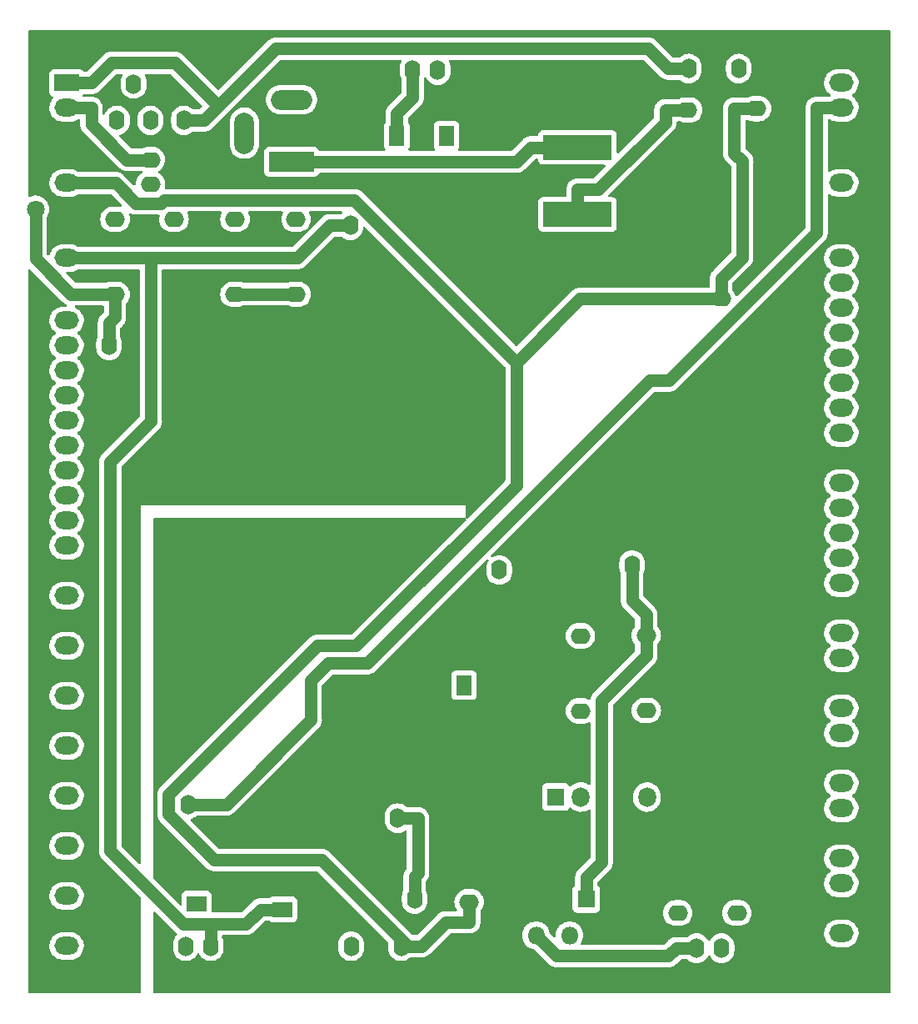
<source format=gbl>
G04 #@! TF.GenerationSoftware,KiCad,Pcbnew,7.0.11-7.0.11~ubuntu22.04.1*
G04 #@! TF.CreationDate,2024-06-01T19:22:31-03:00*
G04 #@! TF.ProjectId,Fonte_tensao_LM675_v05b,466f6e74-655f-4746-956e-73616f5f4c4d,v02*
G04 #@! TF.SameCoordinates,Original*
G04 #@! TF.FileFunction,Copper,L2,Bot*
G04 #@! TF.FilePolarity,Positive*
%FSLAX46Y46*%
G04 Gerber Fmt 4.6, Leading zero omitted, Abs format (unit mm)*
G04 Created by KiCad (PCBNEW 7.0.11-7.0.11~ubuntu22.04.1) date 2024-06-01 19:22:31*
%MOMM*%
%LPD*%
G01*
G04 APERTURE LIST*
G04 #@! TA.AperFunction,ComponentPad*
%ADD10O,1.600000X2.000000*%
G04 #@! TD*
G04 #@! TA.AperFunction,ComponentPad*
%ADD11R,1.600000X2.000000*%
G04 #@! TD*
G04 #@! TA.AperFunction,ComponentPad*
%ADD12O,1.800000X1.800000*%
G04 #@! TD*
G04 #@! TA.AperFunction,ComponentPad*
%ADD13R,1.800000X1.800000*%
G04 #@! TD*
G04 #@! TA.AperFunction,ComponentPad*
%ADD14O,2.000000X1.600000*%
G04 #@! TD*
G04 #@! TA.AperFunction,ComponentPad*
%ADD15R,2.000000X1.600000*%
G04 #@! TD*
G04 #@! TA.AperFunction,ComponentPad*
%ADD16R,7.000000X2.500000*%
G04 #@! TD*
G04 #@! TA.AperFunction,ComponentPad*
%ADD17O,1.800000X2.000000*%
G04 #@! TD*
G04 #@! TA.AperFunction,ComponentPad*
%ADD18O,2.500000X1.800000*%
G04 #@! TD*
G04 #@! TA.AperFunction,ComponentPad*
%ADD19R,2.500000X1.800000*%
G04 #@! TD*
G04 #@! TA.AperFunction,ComponentPad*
%ADD20O,2.000000X4.200000*%
G04 #@! TD*
G04 #@! TA.AperFunction,ComponentPad*
%ADD21O,4.200000X2.000000*%
G04 #@! TD*
G04 #@! TA.AperFunction,ComponentPad*
%ADD22R,4.600000X2.000000*%
G04 #@! TD*
G04 #@! TA.AperFunction,ViaPad*
%ADD23C,1.800000*%
G04 #@! TD*
G04 #@! TA.AperFunction,Conductor*
%ADD24C,1.270000*%
G04 #@! TD*
G04 APERTURE END LIST*
D10*
X164150000Y-106100000D03*
D11*
X166650000Y-106100000D03*
D10*
X150650000Y-106600000D03*
D11*
X153150000Y-106600000D03*
D12*
X152700000Y-140000000D03*
X154400000Y-143700000D03*
X156100000Y-140000000D03*
X157800000Y-143700000D03*
D13*
X159500000Y-140000000D03*
D10*
X136920000Y-118300000D03*
D11*
X147080000Y-118300000D03*
D14*
X173200000Y-79080000D03*
X173200000Y-68920000D03*
X115200000Y-67450000D03*
X115200000Y-64950000D03*
X117600000Y-78610000D03*
X117600000Y-70990000D03*
D10*
X139321100Y-55850000D03*
X141861100Y-55850000D03*
X144401100Y-55850000D03*
D14*
X111600000Y-70990000D03*
X111600000Y-78610000D03*
D10*
X147800000Y-62500000D03*
D11*
X145300000Y-62500000D03*
D14*
X168800000Y-141428900D03*
D15*
X168800000Y-138928900D03*
D14*
X169800000Y-59900000D03*
D15*
X169800000Y-62400000D03*
D14*
X123800000Y-70990000D03*
X123800000Y-78610000D03*
D10*
X111800000Y-60950000D03*
X113500000Y-57250000D03*
X115200000Y-60950000D03*
X116900000Y-57250000D03*
X118600000Y-60950000D03*
D14*
X130000000Y-78610000D03*
X130000000Y-70990000D03*
D16*
X158600000Y-63700000D03*
X158600000Y-70500000D03*
D13*
X163125000Y-129660000D03*
D17*
X165665000Y-129660000D03*
D18*
X185420000Y-57150000D03*
X185420000Y-59690000D03*
X185420000Y-62230000D03*
X185420000Y-64770000D03*
X185420000Y-67310000D03*
X185420000Y-69850000D03*
X185420000Y-72390000D03*
X185420000Y-74930000D03*
X185420000Y-77470000D03*
X185420000Y-80010000D03*
X185420000Y-82550000D03*
X185420000Y-85090000D03*
X185420000Y-87630000D03*
X185420000Y-90170000D03*
X185420000Y-92710000D03*
X185420000Y-95250000D03*
X185420000Y-97790000D03*
X185420000Y-100330000D03*
X185420000Y-102870000D03*
X185420000Y-105410000D03*
X185420000Y-107950000D03*
X185420000Y-110490000D03*
X185420000Y-113030000D03*
X185420000Y-115570000D03*
X185420000Y-118110000D03*
X185420000Y-120650000D03*
X185420000Y-123190000D03*
X185420000Y-125730000D03*
X185420000Y-128270000D03*
X185420000Y-130810000D03*
X185420000Y-133350000D03*
X185420000Y-135890000D03*
X185420000Y-138430000D03*
X185420000Y-140970000D03*
X185420000Y-143510000D03*
D14*
X174800000Y-141428900D03*
D15*
X174800000Y-138928900D03*
D14*
X128650000Y-138571100D03*
D15*
X128650000Y-141071100D03*
D10*
X123880000Y-144800000D03*
X121340000Y-144800000D03*
X118800000Y-144800000D03*
D13*
X156400000Y-129660000D03*
D17*
X158940000Y-129660000D03*
D10*
X137742200Y-62500000D03*
D11*
X140242200Y-62500000D03*
D19*
X106680000Y-57150000D03*
D18*
X106680000Y-59690000D03*
X106680000Y-62230000D03*
X106680000Y-64770000D03*
X106680000Y-67310000D03*
X106680000Y-69850000D03*
X106680000Y-72390000D03*
X106680000Y-74930000D03*
X106680000Y-81280000D03*
X106680000Y-83820000D03*
X106680000Y-86360000D03*
X106680000Y-88900000D03*
X106680000Y-91440000D03*
X106680000Y-93980000D03*
X106680000Y-96520000D03*
X106680000Y-99060000D03*
X106680000Y-101600000D03*
X106680000Y-104140000D03*
X106680000Y-106680000D03*
X106680000Y-109220000D03*
X106680000Y-111760000D03*
X106680000Y-114300000D03*
X106680000Y-116840000D03*
X106680000Y-119380000D03*
X106680000Y-121920000D03*
X106680000Y-124460000D03*
X106680000Y-127000000D03*
X106680000Y-129540000D03*
X106680000Y-132080000D03*
X106680000Y-134620000D03*
X106680000Y-137160000D03*
X106680000Y-139700000D03*
X106680000Y-142240000D03*
X106680000Y-144780000D03*
X106680000Y-147320000D03*
D10*
X129180000Y-130400000D03*
X119020000Y-130400000D03*
X140320000Y-131800000D03*
X150480000Y-131800000D03*
X175790000Y-145000000D03*
X173250000Y-145000000D03*
X170710000Y-145000000D03*
D14*
X176800000Y-59750000D03*
X176800000Y-62250000D03*
X165594700Y-113241200D03*
X165594700Y-120861200D03*
X147600000Y-140300000D03*
D15*
X147600000Y-137800000D03*
D10*
X110990000Y-83800000D03*
X118610000Y-83800000D03*
X145680000Y-71600000D03*
X135520000Y-71600000D03*
X169910000Y-55695000D03*
X172450000Y-55695000D03*
X174990000Y-55695000D03*
X142050000Y-140000000D03*
X139550000Y-140000000D03*
D14*
X119900000Y-137978600D03*
D15*
X119900000Y-140478600D03*
D10*
X140680000Y-144800000D03*
X138140000Y-144800000D03*
X135600000Y-144800000D03*
D20*
X124750000Y-62250000D03*
D21*
X129550000Y-58850000D03*
D22*
X129550000Y-65150000D03*
D14*
X158900000Y-113290000D03*
X158900000Y-120910000D03*
D23*
X103520000Y-69981100D03*
D24*
X119020000Y-130400000D02*
X122900000Y-130400000D01*
X122900000Y-130400000D02*
X131500000Y-121800000D01*
X131500000Y-121800000D02*
X131500000Y-117800000D01*
X137235000Y-116065000D02*
X165923300Y-87376700D01*
X131500000Y-117800000D02*
X133235000Y-116065000D01*
X133235000Y-116065000D02*
X137235000Y-116065000D01*
X165923300Y-87376700D02*
X167879200Y-87376700D01*
X167879200Y-87376700D02*
X182900000Y-72355900D01*
X182900000Y-72355900D02*
X182900000Y-59690000D01*
X182900000Y-59690000D02*
X185420000Y-59690000D01*
X141715000Y-144800000D02*
X141370800Y-144800000D01*
X141370800Y-144800000D02*
X132614000Y-136043200D01*
X132614000Y-136043200D02*
X121700600Y-136043200D01*
X121700600Y-136043200D02*
X117040900Y-131383500D01*
X117040900Y-131383500D02*
X117040900Y-129442597D01*
X117040900Y-129442597D02*
X132188497Y-114295000D01*
X132188497Y-114295000D02*
X136105000Y-114295000D01*
X136105000Y-114295000D02*
X152405500Y-97994500D01*
X152405500Y-97994500D02*
X152405500Y-85528200D01*
X115243000Y-74930000D02*
X115243000Y-91500000D01*
X115243000Y-91500000D02*
X111100000Y-95643000D01*
X118515100Y-142539300D02*
X121214700Y-142539300D01*
X111100000Y-95643000D02*
X111100000Y-135124200D01*
X111100000Y-135124200D02*
X118515100Y-142539300D01*
X121214700Y-142539300D02*
X121340000Y-142664600D01*
X170710000Y-145000000D02*
X168640000Y-145000000D01*
X156494800Y-145794800D02*
X154400000Y-143700000D01*
X167845200Y-145794800D02*
X156494800Y-145794800D01*
X168640000Y-145000000D02*
X167845200Y-145794800D01*
X152380000Y-65150000D02*
X153830000Y-63700000D01*
X129550000Y-65150000D02*
X152380000Y-65150000D01*
X158600000Y-63700000D02*
X153830000Y-63700000D01*
X110990000Y-83800000D02*
X110990000Y-81530000D01*
X111600000Y-80920000D02*
X111600000Y-78610000D01*
X110990000Y-81530000D02*
X111600000Y-80920000D01*
X107120600Y-78610000D02*
X111600000Y-78610000D01*
X103520000Y-75009400D02*
X107120600Y-78610000D01*
X103520000Y-69981100D02*
X103520000Y-75009400D01*
X130000000Y-78610000D02*
X123800000Y-78610000D01*
X112812100Y-64950000D02*
X115200000Y-64950000D01*
X109200000Y-61337900D02*
X112812100Y-64950000D01*
X109200000Y-59690000D02*
X109200000Y-61337900D01*
X106680000Y-59690000D02*
X109200000Y-59690000D01*
X141861100Y-58611100D02*
X141861100Y-55850000D01*
X140242200Y-60230000D02*
X141861100Y-58611100D01*
X140242200Y-62500000D02*
X140242200Y-60230000D01*
X169910000Y-55695000D02*
X167840000Y-55695000D01*
X118600000Y-60950000D02*
X120670000Y-60950000D01*
X106680000Y-57150000D02*
X109200000Y-57150000D01*
X111256700Y-55093300D02*
X109200000Y-57150000D01*
X117688900Y-55093300D02*
X111256700Y-55093300D01*
X122107800Y-59512200D02*
X117688900Y-55093300D01*
X127943200Y-53676800D02*
X122107800Y-59512200D01*
X165821800Y-53676800D02*
X127943200Y-53676800D01*
X167840000Y-55695000D02*
X165821800Y-53676800D01*
X122107800Y-59512200D02*
X120670000Y-60950000D01*
X160702500Y-67980000D02*
X158600000Y-67980000D01*
X167530000Y-61152500D02*
X160702500Y-67980000D01*
X167530000Y-59900000D02*
X167530000Y-61152500D01*
X169800000Y-59900000D02*
X167530000Y-59900000D01*
X158600000Y-70500000D02*
X158600000Y-67980000D01*
X161052300Y-136277700D02*
X159500000Y-137830000D01*
X161052300Y-119853600D02*
X161052300Y-136277700D01*
X165594700Y-115311200D02*
X161052300Y-119853600D01*
X165594700Y-113241200D02*
X165594700Y-115311200D01*
X159500000Y-140000000D02*
X159500000Y-137830000D01*
X164150000Y-109726500D02*
X165594700Y-111171200D01*
X164150000Y-106100000D02*
X164150000Y-109726500D01*
X165594700Y-113241200D02*
X165594700Y-111171200D01*
X142390000Y-137390000D02*
X142390000Y-131800000D01*
X142050000Y-137730000D02*
X142390000Y-137390000D01*
X140320000Y-131800000D02*
X142390000Y-131800000D01*
X142050000Y-140000000D02*
X142050000Y-137730000D01*
X135520000Y-71600000D02*
X133450000Y-71600000D01*
X106680000Y-74930000D02*
X109200000Y-74930000D01*
X124921100Y-142530000D02*
X126380000Y-141071100D01*
X121340000Y-142530000D02*
X124921100Y-142530000D01*
X128650000Y-141071100D02*
X126380000Y-141071100D01*
X121340000Y-144800000D02*
X121340000Y-143039900D01*
X121340000Y-143039900D02*
X121340000Y-142664600D01*
X121340000Y-142664600D02*
X121340000Y-142530000D01*
X109200000Y-74930000D02*
X115243000Y-74930000D01*
X130120000Y-74930000D02*
X133450000Y-71600000D01*
X115243000Y-74930000D02*
X130120000Y-74930000D01*
X145180000Y-142370000D02*
X142750000Y-144800000D01*
X147600000Y-142370000D02*
X145180000Y-142370000D01*
X147600000Y-140300000D02*
X147600000Y-142370000D01*
X175355900Y-74854100D02*
X173200000Y-77010000D01*
X175355900Y-65099800D02*
X175355900Y-74854100D01*
X174530000Y-64273900D02*
X175355900Y-65099800D01*
X174530000Y-59750000D02*
X174530000Y-64273900D01*
X176800000Y-59750000D02*
X174530000Y-59750000D01*
X173200000Y-79080000D02*
X173200000Y-77010000D01*
X140680000Y-144800000D02*
X141715000Y-144800000D01*
X141715000Y-144800000D02*
X142750000Y-144800000D01*
X135923500Y-69046200D02*
X152405500Y-85528200D01*
X116573800Y-69046200D02*
X135923500Y-69046200D01*
X116232700Y-69387300D02*
X116573800Y-69046200D01*
X113737400Y-69387300D02*
X116232700Y-69387300D01*
X111660100Y-67310000D02*
X113737400Y-69387300D01*
X106680000Y-67310000D02*
X111660100Y-67310000D01*
X158853700Y-79080000D02*
X173200000Y-79080000D01*
X152405500Y-85528200D02*
X158853700Y-79080000D01*
G04 #@! TA.AperFunction,Conductor*
G36*
X102975203Y-76070888D02*
G01*
X102981680Y-76076919D01*
X104670881Y-77766121D01*
X106243320Y-79338560D01*
X106256644Y-79354311D01*
X106258543Y-79356977D01*
X106326166Y-79421455D01*
X106328236Y-79423476D01*
X106353897Y-79449137D01*
X106355927Y-79451167D01*
X106355940Y-79451178D01*
X106362950Y-79456966D01*
X106369577Y-79462847D01*
X106415488Y-79506623D01*
X106443586Y-79524680D01*
X106455475Y-79533361D01*
X106481248Y-79554641D01*
X106481252Y-79554644D01*
X106517013Y-79574170D01*
X106536948Y-79585055D01*
X106544542Y-79589561D01*
X106597917Y-79623863D01*
X106628918Y-79636273D01*
X106642248Y-79642553D01*
X106649784Y-79646668D01*
X106699189Y-79696073D01*
X106714041Y-79764345D01*
X106689625Y-79829810D01*
X106633691Y-79871682D01*
X106590357Y-79879500D01*
X106270484Y-79879500D01*
X106092463Y-79894652D01*
X105861751Y-79954724D01*
X105644519Y-80052919D01*
X105644511Y-80052924D01*
X105447006Y-80186413D01*
X105446997Y-80186421D01*
X105274881Y-80351379D01*
X105133123Y-80543050D01*
X105133120Y-80543054D01*
X105025796Y-80755920D01*
X105025793Y-80755926D01*
X104955983Y-80983878D01*
X104925702Y-81220346D01*
X104935819Y-81458528D01*
X104935819Y-81458532D01*
X104986045Y-81691580D01*
X105034858Y-81813053D01*
X105074936Y-81912790D01*
X105199931Y-82115795D01*
X105357436Y-82294755D01*
X105542920Y-82444523D01*
X105542935Y-82444531D01*
X105542942Y-82444538D01*
X105547291Y-82447478D01*
X105546693Y-82448362D01*
X105591861Y-82494411D01*
X105606053Y-82562824D01*
X105581005Y-82628050D01*
X105551897Y-82655520D01*
X105447007Y-82726413D01*
X105446997Y-82726421D01*
X105274881Y-82891379D01*
X105133123Y-83083050D01*
X105133120Y-83083054D01*
X105025796Y-83295920D01*
X105025793Y-83295926D01*
X104955983Y-83523878D01*
X104925702Y-83760346D01*
X104935819Y-83998528D01*
X104935819Y-83998532D01*
X104986045Y-84231580D01*
X105072407Y-84446496D01*
X105074936Y-84452790D01*
X105199931Y-84655795D01*
X105357436Y-84834755D01*
X105542920Y-84984523D01*
X105542935Y-84984531D01*
X105542942Y-84984538D01*
X105547291Y-84987478D01*
X105546693Y-84988362D01*
X105591861Y-85034411D01*
X105606053Y-85102824D01*
X105581005Y-85168050D01*
X105551897Y-85195520D01*
X105447007Y-85266413D01*
X105446997Y-85266421D01*
X105274881Y-85431379D01*
X105133123Y-85623050D01*
X105133120Y-85623054D01*
X105025796Y-85835920D01*
X105025793Y-85835926D01*
X104955983Y-86063878D01*
X104925702Y-86300346D01*
X104935819Y-86538528D01*
X104935819Y-86538532D01*
X104986045Y-86771580D01*
X105034858Y-86893053D01*
X105074936Y-86992790D01*
X105199931Y-87195795D01*
X105357436Y-87374755D01*
X105542920Y-87524523D01*
X105542935Y-87524531D01*
X105542942Y-87524538D01*
X105547291Y-87527478D01*
X105546693Y-87528362D01*
X105591861Y-87574411D01*
X105606053Y-87642824D01*
X105581005Y-87708050D01*
X105551897Y-87735520D01*
X105447007Y-87806413D01*
X105446997Y-87806421D01*
X105274881Y-87971379D01*
X105133123Y-88163050D01*
X105133120Y-88163054D01*
X105025796Y-88375920D01*
X105025793Y-88375926D01*
X104955983Y-88603878D01*
X104925702Y-88840346D01*
X104935819Y-89078528D01*
X104935819Y-89078532D01*
X104986045Y-89311580D01*
X105034858Y-89433053D01*
X105074936Y-89532790D01*
X105199931Y-89735795D01*
X105357436Y-89914755D01*
X105542920Y-90064523D01*
X105542935Y-90064531D01*
X105542942Y-90064538D01*
X105547291Y-90067478D01*
X105546693Y-90068362D01*
X105591861Y-90114411D01*
X105606053Y-90182824D01*
X105581005Y-90248050D01*
X105551897Y-90275520D01*
X105447007Y-90346413D01*
X105446997Y-90346421D01*
X105274881Y-90511379D01*
X105133123Y-90703050D01*
X105133120Y-90703054D01*
X105025796Y-90915920D01*
X105025793Y-90915926D01*
X104955983Y-91143878D01*
X104925702Y-91380346D01*
X104935819Y-91618528D01*
X104935819Y-91618532D01*
X104986045Y-91851580D01*
X105074935Y-92072788D01*
X105074936Y-92072790D01*
X105199931Y-92275795D01*
X105357436Y-92454755D01*
X105542920Y-92604523D01*
X105542935Y-92604531D01*
X105542942Y-92604538D01*
X105547291Y-92607478D01*
X105546693Y-92608362D01*
X105591861Y-92654411D01*
X105606053Y-92722824D01*
X105581005Y-92788050D01*
X105551897Y-92815520D01*
X105447007Y-92886413D01*
X105446997Y-92886421D01*
X105274881Y-93051379D01*
X105133123Y-93243050D01*
X105133120Y-93243054D01*
X105025796Y-93455920D01*
X105025793Y-93455926D01*
X104955983Y-93683878D01*
X104925702Y-93920346D01*
X104935819Y-94158528D01*
X104935819Y-94158532D01*
X104986045Y-94391580D01*
X105074935Y-94612788D01*
X105074936Y-94612790D01*
X105199931Y-94815795D01*
X105229702Y-94849621D01*
X105307387Y-94937889D01*
X105357436Y-94994755D01*
X105542920Y-95144523D01*
X105542935Y-95144531D01*
X105542942Y-95144538D01*
X105547291Y-95147478D01*
X105546693Y-95148362D01*
X105591861Y-95194411D01*
X105606053Y-95262824D01*
X105581005Y-95328050D01*
X105551897Y-95355520D01*
X105447007Y-95426413D01*
X105446997Y-95426421D01*
X105274881Y-95591379D01*
X105133123Y-95783050D01*
X105133120Y-95783054D01*
X105025796Y-95995920D01*
X105025793Y-95995926D01*
X104955983Y-96223878D01*
X104925702Y-96460346D01*
X104935819Y-96698528D01*
X104935819Y-96698532D01*
X104986045Y-96931580D01*
X105034858Y-97053053D01*
X105074936Y-97152790D01*
X105199931Y-97355795D01*
X105357436Y-97534755D01*
X105542920Y-97684523D01*
X105542935Y-97684531D01*
X105542942Y-97684538D01*
X105547291Y-97687478D01*
X105546693Y-97688362D01*
X105591861Y-97734411D01*
X105606053Y-97802824D01*
X105581005Y-97868050D01*
X105551897Y-97895520D01*
X105447007Y-97966413D01*
X105446997Y-97966421D01*
X105274881Y-98131379D01*
X105133123Y-98323050D01*
X105133120Y-98323054D01*
X105025796Y-98535920D01*
X105025793Y-98535926D01*
X104955983Y-98763878D01*
X104925702Y-99000346D01*
X104935819Y-99238528D01*
X104935819Y-99238532D01*
X104986045Y-99471580D01*
X105034858Y-99593053D01*
X105074936Y-99692790D01*
X105199931Y-99895795D01*
X105357436Y-100074755D01*
X105542920Y-100224523D01*
X105542935Y-100224531D01*
X105542942Y-100224538D01*
X105547291Y-100227478D01*
X105546693Y-100228362D01*
X105591861Y-100274411D01*
X105606053Y-100342824D01*
X105581005Y-100408050D01*
X105551897Y-100435520D01*
X105447007Y-100506413D01*
X105446997Y-100506421D01*
X105274881Y-100671379D01*
X105133123Y-100863050D01*
X105133120Y-100863054D01*
X105025796Y-101075920D01*
X105025793Y-101075926D01*
X104955983Y-101303878D01*
X104925702Y-101540346D01*
X104935819Y-101778528D01*
X104935819Y-101778532D01*
X104986045Y-102011580D01*
X105034858Y-102133053D01*
X105074936Y-102232790D01*
X105199931Y-102435795D01*
X105357436Y-102614755D01*
X105542920Y-102764523D01*
X105542935Y-102764531D01*
X105542942Y-102764538D01*
X105547291Y-102767478D01*
X105546693Y-102768362D01*
X105591861Y-102814411D01*
X105606053Y-102882824D01*
X105581005Y-102948050D01*
X105551897Y-102975520D01*
X105447007Y-103046413D01*
X105446997Y-103046421D01*
X105274881Y-103211379D01*
X105133123Y-103403050D01*
X105133120Y-103403054D01*
X105025796Y-103615920D01*
X105025793Y-103615926D01*
X104955983Y-103843878D01*
X104925702Y-104080346D01*
X104935819Y-104318528D01*
X104935819Y-104318532D01*
X104986045Y-104551580D01*
X105074935Y-104772788D01*
X105074936Y-104772790D01*
X105199931Y-104975795D01*
X105357436Y-105154755D01*
X105542920Y-105304523D01*
X105751046Y-105420790D01*
X105975829Y-105500211D01*
X106210790Y-105540499D01*
X106210798Y-105540499D01*
X106210800Y-105540500D01*
X106210801Y-105540500D01*
X107089496Y-105540500D01*
X107089497Y-105540500D01*
X107089498Y-105540499D01*
X107089515Y-105540499D01*
X107267536Y-105525347D01*
X107267539Y-105525346D01*
X107267541Y-105525346D01*
X107498249Y-105465275D01*
X107642757Y-105399953D01*
X107715480Y-105367080D01*
X107715481Y-105367078D01*
X107715486Y-105367077D01*
X107892751Y-105247267D01*
X107912993Y-105233586D01*
X107912994Y-105233584D01*
X107913003Y-105233579D01*
X108085118Y-105068621D01*
X108226879Y-104876947D01*
X108334207Y-104664074D01*
X108404016Y-104436123D01*
X108434298Y-104199654D01*
X108424180Y-103961468D01*
X108373954Y-103728419D01*
X108285064Y-103507210D01*
X108160069Y-103304205D01*
X108002564Y-103125245D01*
X107817080Y-102975477D01*
X107817074Y-102975474D01*
X107817071Y-102975471D01*
X107817057Y-102975463D01*
X107817051Y-102975457D01*
X107812709Y-102972522D01*
X107813306Y-102971638D01*
X107768134Y-102925580D01*
X107753947Y-102857165D01*
X107778999Y-102791942D01*
X107808099Y-102764481D01*
X107913003Y-102693579D01*
X108085118Y-102528621D01*
X108226879Y-102336947D01*
X108334207Y-102124074D01*
X108404016Y-101896123D01*
X108434298Y-101659654D01*
X108424180Y-101421468D01*
X108418683Y-101395964D01*
X108373954Y-101188419D01*
X108285064Y-100967211D01*
X108285064Y-100967210D01*
X108160069Y-100764205D01*
X108002564Y-100585245D01*
X107817080Y-100435477D01*
X107817074Y-100435474D01*
X107817071Y-100435471D01*
X107817057Y-100435463D01*
X107817051Y-100435457D01*
X107812709Y-100432522D01*
X107813306Y-100431638D01*
X107768134Y-100385580D01*
X107753947Y-100317165D01*
X107778999Y-100251942D01*
X107808099Y-100224481D01*
X107913003Y-100153579D01*
X108085118Y-99988621D01*
X108226879Y-99796947D01*
X108334207Y-99584074D01*
X108404016Y-99356123D01*
X108434298Y-99119654D01*
X108424180Y-98881468D01*
X108373954Y-98648419D01*
X108285064Y-98427210D01*
X108160069Y-98224205D01*
X108002564Y-98045245D01*
X107817080Y-97895477D01*
X107817074Y-97895474D01*
X107817071Y-97895471D01*
X107817057Y-97895463D01*
X107817051Y-97895457D01*
X107812709Y-97892522D01*
X107813306Y-97891638D01*
X107768134Y-97845580D01*
X107753947Y-97777165D01*
X107778999Y-97711942D01*
X107808099Y-97684481D01*
X107913003Y-97613579D01*
X108085118Y-97448621D01*
X108226879Y-97256947D01*
X108334207Y-97044074D01*
X108404016Y-96816123D01*
X108434298Y-96579654D01*
X108424180Y-96341468D01*
X108373954Y-96108419D01*
X108285064Y-95887210D01*
X108160069Y-95684205D01*
X108002564Y-95505245D01*
X107817080Y-95355477D01*
X107817074Y-95355474D01*
X107817071Y-95355471D01*
X107817057Y-95355463D01*
X107817051Y-95355457D01*
X107812709Y-95352522D01*
X107813306Y-95351638D01*
X107768134Y-95305580D01*
X107753947Y-95237165D01*
X107778999Y-95171942D01*
X107808099Y-95144481D01*
X107913003Y-95073579D01*
X108085118Y-94908621D01*
X108226879Y-94716947D01*
X108334207Y-94504074D01*
X108404016Y-94276123D01*
X108434298Y-94039654D01*
X108424180Y-93801468D01*
X108373954Y-93568419D01*
X108285064Y-93347210D01*
X108160069Y-93144205D01*
X108002564Y-92965245D01*
X107817080Y-92815477D01*
X107817074Y-92815474D01*
X107817071Y-92815471D01*
X107817057Y-92815463D01*
X107817051Y-92815457D01*
X107812709Y-92812522D01*
X107813306Y-92811638D01*
X107768134Y-92765580D01*
X107753947Y-92697165D01*
X107778999Y-92631942D01*
X107808099Y-92604481D01*
X107913003Y-92533579D01*
X108085118Y-92368621D01*
X108226879Y-92176947D01*
X108334207Y-91964074D01*
X108404016Y-91736123D01*
X108434298Y-91499654D01*
X108424180Y-91261468D01*
X108373954Y-91028419D01*
X108285064Y-90807210D01*
X108160069Y-90604205D01*
X108002564Y-90425245D01*
X107817080Y-90275477D01*
X107817074Y-90275474D01*
X107817071Y-90275471D01*
X107817057Y-90275463D01*
X107817051Y-90275457D01*
X107812709Y-90272522D01*
X107813306Y-90271638D01*
X107768134Y-90225580D01*
X107753947Y-90157165D01*
X107778999Y-90091942D01*
X107808099Y-90064481D01*
X107913003Y-89993579D01*
X108085118Y-89828621D01*
X108226879Y-89636947D01*
X108334207Y-89424074D01*
X108404016Y-89196123D01*
X108434298Y-88959654D01*
X108424180Y-88721468D01*
X108373954Y-88488419D01*
X108285064Y-88267210D01*
X108160069Y-88064205D01*
X108002564Y-87885245D01*
X107817080Y-87735477D01*
X107817074Y-87735474D01*
X107817071Y-87735471D01*
X107817057Y-87735463D01*
X107817051Y-87735457D01*
X107812709Y-87732522D01*
X107813306Y-87731638D01*
X107768134Y-87685580D01*
X107753947Y-87617165D01*
X107778999Y-87551942D01*
X107808099Y-87524481D01*
X107913003Y-87453579D01*
X108085118Y-87288621D01*
X108226879Y-87096947D01*
X108334207Y-86884074D01*
X108404016Y-86656123D01*
X108434298Y-86419654D01*
X108424180Y-86181468D01*
X108390144Y-86023543D01*
X108373954Y-85948419D01*
X108285064Y-85727211D01*
X108285064Y-85727210D01*
X108160069Y-85524205D01*
X108002564Y-85345245D01*
X107817080Y-85195477D01*
X107817074Y-85195474D01*
X107817071Y-85195471D01*
X107817057Y-85195463D01*
X107817051Y-85195457D01*
X107812709Y-85192522D01*
X107813306Y-85191638D01*
X107768134Y-85145580D01*
X107753947Y-85077165D01*
X107778999Y-85011942D01*
X107808099Y-84984481D01*
X107913003Y-84913579D01*
X108085118Y-84748621D01*
X108226879Y-84556947D01*
X108334207Y-84344074D01*
X108404016Y-84116123D01*
X108434298Y-83879654D01*
X108432387Y-83834679D01*
X108424180Y-83641471D01*
X108424180Y-83641467D01*
X108373954Y-83408419D01*
X108285064Y-83187211D01*
X108285064Y-83187210D01*
X108160069Y-82984205D01*
X108002564Y-82805245D01*
X107817080Y-82655477D01*
X107817074Y-82655474D01*
X107817071Y-82655471D01*
X107817057Y-82655463D01*
X107817051Y-82655457D01*
X107812709Y-82652522D01*
X107813306Y-82651638D01*
X107768134Y-82605580D01*
X107753947Y-82537165D01*
X107778999Y-82471942D01*
X107808099Y-82444481D01*
X107913003Y-82373579D01*
X108085118Y-82208621D01*
X108226879Y-82016947D01*
X108334207Y-81804074D01*
X108404016Y-81576123D01*
X108434298Y-81339654D01*
X108432978Y-81308591D01*
X108424180Y-81101471D01*
X108424180Y-81101467D01*
X108373954Y-80868419D01*
X108336725Y-80775772D01*
X108285064Y-80647210D01*
X108160069Y-80444205D01*
X108002564Y-80265245D01*
X107817080Y-80115477D01*
X107691169Y-80045138D01*
X107608953Y-79999209D01*
X107572746Y-79986417D01*
X107516093Y-79945523D01*
X107490543Y-79880493D01*
X107504207Y-79811972D01*
X107552747Y-79761716D01*
X107614055Y-79745500D01*
X110340500Y-79745500D01*
X110407539Y-79765185D01*
X110453294Y-79817989D01*
X110464500Y-79869500D01*
X110464500Y-80398297D01*
X110444815Y-80465336D01*
X110428181Y-80485979D01*
X110261437Y-80652722D01*
X110245695Y-80666039D01*
X110243025Y-80667940D01*
X110243023Y-80667942D01*
X110178560Y-80735548D01*
X110176502Y-80737655D01*
X110148844Y-80765314D01*
X110148839Y-80765319D01*
X110143022Y-80772364D01*
X110137157Y-80778971D01*
X110093378Y-80824886D01*
X110093376Y-80824889D01*
X110075320Y-80852983D01*
X110066629Y-80864885D01*
X110045358Y-80890648D01*
X110014948Y-80946339D01*
X110010434Y-80953947D01*
X109976137Y-81007316D01*
X109963725Y-81038318D01*
X109957444Y-81051651D01*
X109941432Y-81080976D01*
X109941432Y-81080977D01*
X109922109Y-81141420D01*
X109919116Y-81149744D01*
X109895541Y-81208633D01*
X109895539Y-81208641D01*
X109889217Y-81241436D01*
X109885573Y-81255716D01*
X109875402Y-81287536D01*
X109867870Y-81350531D01*
X109866506Y-81359275D01*
X109854500Y-81421570D01*
X109854500Y-81454972D01*
X109853623Y-81469692D01*
X109849658Y-81502850D01*
X109849658Y-81502856D01*
X109854184Y-81566137D01*
X109854500Y-81574982D01*
X109854500Y-82930351D01*
X109842882Y-82982756D01*
X109763262Y-83153502D01*
X109763258Y-83153511D01*
X109704366Y-83373302D01*
X109704364Y-83373312D01*
X109689500Y-83543214D01*
X109689500Y-84056785D01*
X109704364Y-84226687D01*
X109704366Y-84226697D01*
X109763258Y-84446488D01*
X109763261Y-84446497D01*
X109859431Y-84652732D01*
X109859432Y-84652734D01*
X109989954Y-84839141D01*
X110150858Y-85000045D01*
X110150861Y-85000047D01*
X110337266Y-85130568D01*
X110543504Y-85226739D01*
X110763308Y-85285635D01*
X110925230Y-85299801D01*
X110989998Y-85305468D01*
X110990000Y-85305468D01*
X110990002Y-85305468D01*
X111046673Y-85300509D01*
X111216692Y-85285635D01*
X111436496Y-85226739D01*
X111642734Y-85130568D01*
X111829139Y-85000047D01*
X111990047Y-84839139D01*
X112120568Y-84652734D01*
X112216739Y-84446496D01*
X112275635Y-84226692D01*
X112290500Y-84056784D01*
X112290500Y-83543216D01*
X112275635Y-83373308D01*
X112216739Y-83153504D01*
X112157670Y-83026832D01*
X112137118Y-82982756D01*
X112125500Y-82930351D01*
X112125500Y-82051701D01*
X112145185Y-81984662D01*
X112161813Y-81964025D01*
X112328569Y-81797269D01*
X112344317Y-81783950D01*
X112346977Y-81782057D01*
X112411479Y-81714407D01*
X112413502Y-81712337D01*
X112441163Y-81684677D01*
X112441163Y-81684676D01*
X112441168Y-81684672D01*
X112446973Y-81677639D01*
X112452835Y-81671034D01*
X112496623Y-81625112D01*
X112514684Y-81597007D01*
X112523371Y-81585112D01*
X112530795Y-81576121D01*
X112544641Y-81559352D01*
X112575055Y-81503650D01*
X112579572Y-81496039D01*
X112613861Y-81442686D01*
X112613860Y-81442686D01*
X112613863Y-81442683D01*
X112626277Y-81411671D01*
X112632559Y-81398340D01*
X112639583Y-81385477D01*
X112648568Y-81369024D01*
X112651685Y-81359275D01*
X112657956Y-81339654D01*
X112667891Y-81308571D01*
X112670876Y-81300269D01*
X112694460Y-81241362D01*
X112700781Y-81208559D01*
X112704430Y-81194268D01*
X112709515Y-81178362D01*
X112714597Y-81162466D01*
X112722128Y-81099468D01*
X112723487Y-81090750D01*
X112735500Y-81028427D01*
X112735500Y-80995026D01*
X112736377Y-80980305D01*
X112740342Y-80947145D01*
X112735816Y-80883861D01*
X112735500Y-80875016D01*
X112735500Y-79565048D01*
X112755185Y-79498009D01*
X112771815Y-79477370D01*
X112800047Y-79449139D01*
X112930568Y-79262734D01*
X113026739Y-79056496D01*
X113085635Y-78836692D01*
X113105468Y-78610000D01*
X113085635Y-78383308D01*
X113036626Y-78200403D01*
X113026741Y-78163511D01*
X113026738Y-78163502D01*
X112987270Y-78078863D01*
X112930568Y-77957266D01*
X112800047Y-77770861D01*
X112800045Y-77770858D01*
X112639141Y-77609954D01*
X112452734Y-77479432D01*
X112452732Y-77479431D01*
X112246497Y-77383261D01*
X112246488Y-77383258D01*
X112026697Y-77324366D01*
X112026687Y-77324364D01*
X111856785Y-77309500D01*
X111856784Y-77309500D01*
X111343216Y-77309500D01*
X111343215Y-77309500D01*
X111173312Y-77324364D01*
X111173302Y-77324366D01*
X110953511Y-77383258D01*
X110953502Y-77383261D01*
X110782758Y-77462882D01*
X110730353Y-77474500D01*
X107642302Y-77474500D01*
X107575263Y-77454815D01*
X107554621Y-77438181D01*
X106658621Y-76542181D01*
X106625136Y-76480858D01*
X106630120Y-76411166D01*
X106671992Y-76355233D01*
X106737456Y-76330816D01*
X106746302Y-76330500D01*
X107089496Y-76330500D01*
X107089497Y-76330500D01*
X107089498Y-76330499D01*
X107089515Y-76330499D01*
X107267536Y-76315347D01*
X107267539Y-76315346D01*
X107267541Y-76315346D01*
X107498249Y-76255275D01*
X107648924Y-76187165D01*
X107715480Y-76157080D01*
X107715481Y-76157078D01*
X107715486Y-76157077D01*
X107819516Y-76086764D01*
X107886081Y-76065533D01*
X107888953Y-76065500D01*
X109091573Y-76065500D01*
X113983500Y-76065500D01*
X114050539Y-76085185D01*
X114096294Y-76137989D01*
X114107500Y-76189500D01*
X114107500Y-90978298D01*
X114087815Y-91045337D01*
X114071181Y-91065979D01*
X110371437Y-94765722D01*
X110355691Y-94779043D01*
X110353028Y-94780939D01*
X110353015Y-94780950D01*
X110288560Y-94848547D01*
X110286503Y-94850654D01*
X110258844Y-94878314D01*
X110258839Y-94878319D01*
X110253022Y-94885364D01*
X110247157Y-94891971D01*
X110203378Y-94937886D01*
X110203376Y-94937889D01*
X110185320Y-94965983D01*
X110176629Y-94977885D01*
X110155358Y-95003648D01*
X110124948Y-95059339D01*
X110120434Y-95066947D01*
X110086137Y-95120316D01*
X110073725Y-95151318D01*
X110067444Y-95164651D01*
X110051432Y-95193976D01*
X110051432Y-95193977D01*
X110032109Y-95254420D01*
X110029116Y-95262744D01*
X110005541Y-95321633D01*
X110005539Y-95321641D01*
X109999217Y-95354436D01*
X109995573Y-95368716D01*
X109985402Y-95400536D01*
X109977870Y-95463531D01*
X109976506Y-95472275D01*
X109964500Y-95534570D01*
X109964500Y-95567972D01*
X109963623Y-95582692D01*
X109959658Y-95615850D01*
X109959658Y-95615856D01*
X109964184Y-95679137D01*
X109964500Y-95687982D01*
X109964500Y-135019038D01*
X109962783Y-135039603D01*
X109962241Y-135042821D01*
X109962241Y-135042825D01*
X109964465Y-135136247D01*
X109964500Y-135139197D01*
X109964500Y-135178291D01*
X109965366Y-135187361D01*
X109965891Y-135196184D01*
X109967402Y-135259620D01*
X109974501Y-135292257D01*
X109976772Y-135306823D01*
X109979946Y-135340064D01*
X109979947Y-135340067D01*
X109979947Y-135340069D01*
X109979948Y-135340072D01*
X109997822Y-135400946D01*
X110000010Y-135409518D01*
X110013498Y-135471517D01*
X110013499Y-135471519D01*
X110026644Y-135502216D01*
X110031631Y-135516091D01*
X110041043Y-135548142D01*
X110041290Y-135548621D01*
X110070114Y-135604531D01*
X110073886Y-135612538D01*
X110098860Y-135670858D01*
X110098862Y-135670860D01*
X110098863Y-135670863D01*
X110114336Y-135693724D01*
X110117582Y-135698520D01*
X110125106Y-135711201D01*
X110126332Y-135713579D01*
X110140412Y-135740890D01*
X110179631Y-135790761D01*
X110184844Y-135797900D01*
X110220411Y-135850450D01*
X110220414Y-135850453D01*
X110244021Y-135874060D01*
X110253810Y-135885088D01*
X110274463Y-135911350D01*
X110322418Y-135952903D01*
X110328895Y-135958934D01*
X114163681Y-139793721D01*
X114197166Y-139855043D01*
X114200000Y-139881401D01*
X114200000Y-149466000D01*
X114180315Y-149533039D01*
X114127511Y-149578794D01*
X114076000Y-149590000D01*
X102894000Y-149590000D01*
X102826961Y-149570315D01*
X102781206Y-149517511D01*
X102770000Y-149466000D01*
X102770000Y-144720346D01*
X104925702Y-144720346D01*
X104935819Y-144958528D01*
X104935819Y-144958532D01*
X104986045Y-145191580D01*
X105074935Y-145412788D01*
X105074936Y-145412790D01*
X105199931Y-145615795D01*
X105235292Y-145655973D01*
X105357409Y-145794725D01*
X105357436Y-145794755D01*
X105542920Y-145944523D01*
X105751046Y-146060790D01*
X105876951Y-146105275D01*
X105975829Y-146140211D01*
X106210790Y-146180499D01*
X106210798Y-146180499D01*
X106210800Y-146180500D01*
X106210801Y-146180500D01*
X107089496Y-146180500D01*
X107089497Y-146180500D01*
X107089498Y-146180499D01*
X107089515Y-146180499D01*
X107267536Y-146165347D01*
X107267539Y-146165346D01*
X107267541Y-146165346D01*
X107498249Y-146105275D01*
X107644557Y-146039139D01*
X107715480Y-146007080D01*
X107715481Y-146007078D01*
X107715486Y-146007077D01*
X107872539Y-145900928D01*
X107912993Y-145873586D01*
X107912994Y-145873584D01*
X107913003Y-145873579D01*
X108085118Y-145708621D01*
X108226879Y-145516947D01*
X108334207Y-145304074D01*
X108404016Y-145076123D01*
X108434298Y-144839654D01*
X108424180Y-144601468D01*
X108415922Y-144563153D01*
X108373954Y-144368419D01*
X108352471Y-144314957D01*
X108285064Y-144147210D01*
X108160069Y-143944205D01*
X108002564Y-143765245D01*
X107817080Y-143615477D01*
X107685227Y-143541819D01*
X107608955Y-143499210D01*
X107384170Y-143419788D01*
X107149209Y-143379500D01*
X107149200Y-143379500D01*
X106270503Y-143379500D01*
X106270484Y-143379500D01*
X106092463Y-143394652D01*
X105861751Y-143454724D01*
X105644519Y-143552919D01*
X105644511Y-143552924D01*
X105447006Y-143686413D01*
X105446997Y-143686421D01*
X105274881Y-143851379D01*
X105133123Y-144043050D01*
X105133120Y-144043054D01*
X105025796Y-144255920D01*
X105025793Y-144255926D01*
X104955983Y-144483878D01*
X104925702Y-144720346D01*
X102770000Y-144720346D01*
X102770000Y-139640346D01*
X104925702Y-139640346D01*
X104935819Y-139878528D01*
X104935819Y-139878532D01*
X104986045Y-140111580D01*
X105061089Y-140298331D01*
X105074936Y-140332790D01*
X105199931Y-140535795D01*
X105357436Y-140714755D01*
X105542920Y-140864523D01*
X105751046Y-140980790D01*
X105876951Y-141025275D01*
X105975829Y-141060211D01*
X106210790Y-141100499D01*
X106210798Y-141100499D01*
X106210800Y-141100500D01*
X106210801Y-141100500D01*
X107089496Y-141100500D01*
X107089497Y-141100500D01*
X107089498Y-141100499D01*
X107089515Y-141100499D01*
X107267536Y-141085347D01*
X107267539Y-141085346D01*
X107267541Y-141085346D01*
X107498249Y-141025275D01*
X107658731Y-140952732D01*
X107715480Y-140927080D01*
X107715481Y-140927078D01*
X107715486Y-140927077D01*
X107913003Y-140793579D01*
X108085118Y-140628621D01*
X108226879Y-140436947D01*
X108334207Y-140224074D01*
X108404016Y-139996123D01*
X108434298Y-139759654D01*
X108424180Y-139521468D01*
X108387980Y-139353502D01*
X108373954Y-139288419D01*
X108332199Y-139184508D01*
X108285064Y-139067210D01*
X108160069Y-138864205D01*
X108002564Y-138685245D01*
X107817080Y-138535477D01*
X107703130Y-138471820D01*
X107608955Y-138419210D01*
X107384170Y-138339788D01*
X107149209Y-138299500D01*
X107149200Y-138299500D01*
X106270503Y-138299500D01*
X106270484Y-138299500D01*
X106092463Y-138314652D01*
X105861751Y-138374724D01*
X105644519Y-138472919D01*
X105644511Y-138472924D01*
X105447006Y-138606413D01*
X105446997Y-138606421D01*
X105274881Y-138771379D01*
X105133123Y-138963050D01*
X105133120Y-138963054D01*
X105025796Y-139175920D01*
X105025793Y-139175926D01*
X104955983Y-139403878D01*
X104925702Y-139640346D01*
X102770000Y-139640346D01*
X102770000Y-134560346D01*
X104925702Y-134560346D01*
X104935819Y-134798528D01*
X104935819Y-134798532D01*
X104986045Y-135031580D01*
X105074935Y-135252788D01*
X105074936Y-135252790D01*
X105171437Y-135409518D01*
X105199932Y-135455796D01*
X105337882Y-135612538D01*
X105357436Y-135634755D01*
X105542920Y-135784523D01*
X105751046Y-135900790D01*
X105898540Y-135952903D01*
X105975829Y-135980211D01*
X106210790Y-136020499D01*
X106210798Y-136020499D01*
X106210800Y-136020500D01*
X106210801Y-136020500D01*
X107089496Y-136020500D01*
X107089497Y-136020500D01*
X107089498Y-136020499D01*
X107089515Y-136020499D01*
X107267536Y-136005347D01*
X107267539Y-136005346D01*
X107267541Y-136005346D01*
X107498249Y-135945275D01*
X107655793Y-135874060D01*
X107715480Y-135847080D01*
X107715481Y-135847078D01*
X107715486Y-135847077D01*
X107913003Y-135713579D01*
X108085118Y-135548621D01*
X108226879Y-135356947D01*
X108334207Y-135144074D01*
X108404016Y-134916123D01*
X108434298Y-134679654D01*
X108431020Y-134602498D01*
X108424180Y-134441471D01*
X108424180Y-134441467D01*
X108373954Y-134208419D01*
X108285064Y-133987211D01*
X108285064Y-133987210D01*
X108160069Y-133784205D01*
X108002564Y-133605245D01*
X107817080Y-133455477D01*
X107703130Y-133391820D01*
X107608955Y-133339210D01*
X107384170Y-133259788D01*
X107149209Y-133219500D01*
X107149200Y-133219500D01*
X106270503Y-133219500D01*
X106270484Y-133219500D01*
X106092463Y-133234652D01*
X105861751Y-133294724D01*
X105644519Y-133392919D01*
X105644511Y-133392924D01*
X105447006Y-133526413D01*
X105446997Y-133526421D01*
X105274881Y-133691379D01*
X105133123Y-133883050D01*
X105133120Y-133883054D01*
X105025796Y-134095920D01*
X105025793Y-134095926D01*
X104955983Y-134323878D01*
X104925702Y-134560346D01*
X102770000Y-134560346D01*
X102770000Y-129480346D01*
X104925702Y-129480346D01*
X104935819Y-129718528D01*
X104935819Y-129718532D01*
X104986045Y-129951580D01*
X105074935Y-130172788D01*
X105074936Y-130172790D01*
X105199931Y-130375795D01*
X105357436Y-130554755D01*
X105542920Y-130704523D01*
X105751046Y-130820790D01*
X105892707Y-130870842D01*
X105975829Y-130900211D01*
X106210790Y-130940499D01*
X106210798Y-130940499D01*
X106210800Y-130940500D01*
X106210801Y-130940500D01*
X107089496Y-130940500D01*
X107089497Y-130940500D01*
X107089498Y-130940499D01*
X107089515Y-130940499D01*
X107267536Y-130925347D01*
X107267539Y-130925346D01*
X107267541Y-130925346D01*
X107498249Y-130865275D01*
X107673321Y-130786137D01*
X107715480Y-130767080D01*
X107715481Y-130767078D01*
X107715486Y-130767077D01*
X107913003Y-130633579D01*
X108085118Y-130468621D01*
X108226879Y-130276947D01*
X108334207Y-130064074D01*
X108404016Y-129836123D01*
X108434298Y-129599654D01*
X108424180Y-129361468D01*
X108373954Y-129128419D01*
X108285064Y-128907210D01*
X108160069Y-128704205D01*
X108002564Y-128525245D01*
X107817080Y-128375477D01*
X107672262Y-128294576D01*
X107608955Y-128259210D01*
X107384170Y-128179788D01*
X107149209Y-128139500D01*
X107149200Y-128139500D01*
X106270503Y-128139500D01*
X106270484Y-128139500D01*
X106092463Y-128154652D01*
X105861751Y-128214724D01*
X105644519Y-128312919D01*
X105644511Y-128312924D01*
X105447006Y-128446413D01*
X105446997Y-128446421D01*
X105274881Y-128611379D01*
X105133123Y-128803050D01*
X105133120Y-128803054D01*
X105025796Y-129015920D01*
X105025793Y-129015926D01*
X104955983Y-129243878D01*
X104925702Y-129480346D01*
X102770000Y-129480346D01*
X102770000Y-124400346D01*
X104925702Y-124400346D01*
X104935819Y-124638528D01*
X104935819Y-124638532D01*
X104986045Y-124871580D01*
X105074935Y-125092788D01*
X105074936Y-125092790D01*
X105199931Y-125295795D01*
X105357436Y-125474755D01*
X105542920Y-125624523D01*
X105751046Y-125740790D01*
X105876951Y-125785275D01*
X105975829Y-125820211D01*
X106210790Y-125860499D01*
X106210798Y-125860499D01*
X106210800Y-125860500D01*
X106210801Y-125860500D01*
X107089496Y-125860500D01*
X107089497Y-125860500D01*
X107089498Y-125860499D01*
X107089515Y-125860499D01*
X107267536Y-125845347D01*
X107267539Y-125845346D01*
X107267541Y-125845346D01*
X107498249Y-125785275D01*
X107630973Y-125725279D01*
X107715480Y-125687080D01*
X107715481Y-125687078D01*
X107715486Y-125687077D01*
X107913003Y-125553579D01*
X108085118Y-125388621D01*
X108226879Y-125196947D01*
X108334207Y-124984074D01*
X108404016Y-124756123D01*
X108434298Y-124519654D01*
X108424180Y-124281468D01*
X108373954Y-124048419D01*
X108285064Y-123827210D01*
X108160069Y-123624205D01*
X108002564Y-123445245D01*
X107817080Y-123295477D01*
X107703130Y-123231820D01*
X107608955Y-123179210D01*
X107384170Y-123099788D01*
X107149209Y-123059500D01*
X107149200Y-123059500D01*
X106270503Y-123059500D01*
X106270484Y-123059500D01*
X106092463Y-123074652D01*
X105861751Y-123134724D01*
X105644519Y-123232919D01*
X105644511Y-123232924D01*
X105447006Y-123366413D01*
X105446997Y-123366421D01*
X105274881Y-123531379D01*
X105133123Y-123723050D01*
X105133120Y-123723054D01*
X105025796Y-123935920D01*
X105025793Y-123935926D01*
X104955983Y-124163878D01*
X104925702Y-124400346D01*
X102770000Y-124400346D01*
X102770000Y-119320346D01*
X104925702Y-119320346D01*
X104935819Y-119558528D01*
X104935819Y-119558532D01*
X104986045Y-119791580D01*
X105034858Y-119913053D01*
X105074936Y-120012790D01*
X105199931Y-120215795D01*
X105357436Y-120394755D01*
X105542920Y-120544523D01*
X105751046Y-120660790D01*
X105975829Y-120740211D01*
X106210790Y-120780499D01*
X106210798Y-120780499D01*
X106210800Y-120780500D01*
X106210801Y-120780500D01*
X107089496Y-120780500D01*
X107089497Y-120780500D01*
X107089498Y-120780499D01*
X107089515Y-120780499D01*
X107267536Y-120765347D01*
X107267539Y-120765346D01*
X107267541Y-120765346D01*
X107498249Y-120705275D01*
X107654802Y-120634508D01*
X107715480Y-120607080D01*
X107715481Y-120607078D01*
X107715486Y-120607077D01*
X107913003Y-120473579D01*
X108085118Y-120308621D01*
X108226879Y-120116947D01*
X108334207Y-119904074D01*
X108404016Y-119676123D01*
X108434298Y-119439654D01*
X108432931Y-119407483D01*
X108424180Y-119201471D01*
X108424180Y-119201467D01*
X108373954Y-118968419D01*
X108285064Y-118747211D01*
X108285064Y-118747210D01*
X108160069Y-118544205D01*
X108002564Y-118365245D01*
X107817080Y-118215477D01*
X107703130Y-118151820D01*
X107608955Y-118099210D01*
X107384170Y-118019788D01*
X107149209Y-117979500D01*
X107149200Y-117979500D01*
X106270503Y-117979500D01*
X106270484Y-117979500D01*
X106092463Y-117994652D01*
X105861751Y-118054724D01*
X105644519Y-118152919D01*
X105644511Y-118152924D01*
X105447006Y-118286413D01*
X105446997Y-118286421D01*
X105274881Y-118451379D01*
X105133123Y-118643050D01*
X105133120Y-118643054D01*
X105025796Y-118855920D01*
X105025793Y-118855926D01*
X104955983Y-119083878D01*
X104925702Y-119320346D01*
X102770000Y-119320346D01*
X102770000Y-114240346D01*
X104925702Y-114240346D01*
X104935819Y-114478528D01*
X104935819Y-114478532D01*
X104986045Y-114711580D01*
X105052589Y-114877179D01*
X105074936Y-114932790D01*
X105199931Y-115135795D01*
X105357436Y-115314755D01*
X105542920Y-115464523D01*
X105751046Y-115580790D01*
X105897606Y-115632573D01*
X105975829Y-115660211D01*
X106210790Y-115700499D01*
X106210798Y-115700499D01*
X106210800Y-115700500D01*
X106210801Y-115700500D01*
X107089496Y-115700500D01*
X107089497Y-115700500D01*
X107089498Y-115700499D01*
X107089515Y-115700499D01*
X107267536Y-115685347D01*
X107267539Y-115685346D01*
X107267541Y-115685346D01*
X107498249Y-115625275D01*
X107656667Y-115553665D01*
X107715480Y-115527080D01*
X107715481Y-115527078D01*
X107715486Y-115527077D01*
X107913003Y-115393579D01*
X108085118Y-115228621D01*
X108226879Y-115036947D01*
X108334207Y-114824074D01*
X108404016Y-114596123D01*
X108434298Y-114359654D01*
X108424180Y-114121468D01*
X108373954Y-113888419D01*
X108285064Y-113667210D01*
X108160069Y-113464205D01*
X108002564Y-113285245D01*
X107817080Y-113135477D01*
X107703130Y-113071820D01*
X107608955Y-113019210D01*
X107384170Y-112939788D01*
X107149209Y-112899500D01*
X107149200Y-112899500D01*
X106270503Y-112899500D01*
X106270484Y-112899500D01*
X106092463Y-112914652D01*
X105861751Y-112974724D01*
X105644519Y-113072919D01*
X105644511Y-113072924D01*
X105447006Y-113206413D01*
X105446997Y-113206421D01*
X105274881Y-113371379D01*
X105133123Y-113563050D01*
X105133120Y-113563054D01*
X105025796Y-113775920D01*
X105025793Y-113775926D01*
X104955983Y-114003878D01*
X104925702Y-114240346D01*
X102770000Y-114240346D01*
X102770000Y-109160346D01*
X104925702Y-109160346D01*
X104935819Y-109398528D01*
X104935819Y-109398532D01*
X104986045Y-109631580D01*
X105049568Y-109789661D01*
X105074936Y-109852790D01*
X105199931Y-110055795D01*
X105357436Y-110234755D01*
X105542920Y-110384523D01*
X105751046Y-110500790D01*
X105876951Y-110545275D01*
X105975829Y-110580211D01*
X106210790Y-110620499D01*
X106210798Y-110620499D01*
X106210800Y-110620500D01*
X106210801Y-110620500D01*
X107089496Y-110620500D01*
X107089497Y-110620500D01*
X107089498Y-110620499D01*
X107089515Y-110620499D01*
X107267536Y-110605347D01*
X107267539Y-110605346D01*
X107267541Y-110605346D01*
X107498249Y-110545275D01*
X107650705Y-110476360D01*
X107715480Y-110447080D01*
X107715481Y-110447078D01*
X107715486Y-110447077D01*
X107869192Y-110343190D01*
X107912993Y-110313586D01*
X107912994Y-110313584D01*
X107913003Y-110313579D01*
X108085118Y-110148621D01*
X108226879Y-109956947D01*
X108334207Y-109744074D01*
X108404016Y-109516123D01*
X108434298Y-109279654D01*
X108424180Y-109041468D01*
X108373954Y-108808419D01*
X108285064Y-108587210D01*
X108160069Y-108384205D01*
X108002564Y-108205245D01*
X107817080Y-108055477D01*
X107703130Y-107991820D01*
X107608955Y-107939210D01*
X107384170Y-107859788D01*
X107149209Y-107819500D01*
X107149200Y-107819500D01*
X106270503Y-107819500D01*
X106270484Y-107819500D01*
X106092463Y-107834652D01*
X105861751Y-107894724D01*
X105644519Y-107992919D01*
X105644511Y-107992924D01*
X105447006Y-108126413D01*
X105446997Y-108126421D01*
X105274881Y-108291379D01*
X105133123Y-108483050D01*
X105133120Y-108483054D01*
X105025796Y-108695920D01*
X105025793Y-108695926D01*
X104955983Y-108923878D01*
X104925702Y-109160346D01*
X102770000Y-109160346D01*
X102770000Y-76164601D01*
X102789685Y-76097562D01*
X102842489Y-76051807D01*
X102911647Y-76041863D01*
X102975203Y-76070888D01*
G37*
G04 #@! TD.AperFunction*
G04 #@! TA.AperFunction,Conductor*
G36*
X190343039Y-51819685D02*
G01*
X190388794Y-51872489D01*
X190400000Y-51924000D01*
X190400000Y-149466000D01*
X190380315Y-149533039D01*
X190327511Y-149578794D01*
X190276000Y-149590000D01*
X115594000Y-149590000D01*
X115526961Y-149570315D01*
X115481206Y-149517511D01*
X115470000Y-149466000D01*
X115470000Y-141399401D01*
X115489685Y-141332362D01*
X115542489Y-141286607D01*
X115611647Y-141276663D01*
X115675203Y-141305688D01*
X115681670Y-141311710D01*
X116669460Y-142299500D01*
X117637821Y-143267861D01*
X117651149Y-143283617D01*
X117653042Y-143286276D01*
X117653049Y-143286284D01*
X117720665Y-143350755D01*
X117722737Y-143352777D01*
X117743218Y-143373258D01*
X117750427Y-143380467D01*
X117750440Y-143380478D01*
X117757450Y-143386266D01*
X117764077Y-143392147D01*
X117809988Y-143435923D01*
X117838086Y-143453980D01*
X117849975Y-143462661D01*
X117875748Y-143483941D01*
X117875750Y-143483942D01*
X117880305Y-143487703D01*
X117878594Y-143489774D01*
X117915779Y-143534759D01*
X117924111Y-143604130D01*
X117893616Y-143666994D01*
X117889498Y-143671315D01*
X117799954Y-143760858D01*
X117669432Y-143947265D01*
X117669431Y-143947267D01*
X117573261Y-144153502D01*
X117573258Y-144153511D01*
X117514366Y-144373302D01*
X117514364Y-144373312D01*
X117499500Y-144543214D01*
X117499500Y-145056785D01*
X117514364Y-145226687D01*
X117514366Y-145226697D01*
X117573258Y-145446488D01*
X117573261Y-145446497D01*
X117669431Y-145652732D01*
X117669432Y-145652734D01*
X117799954Y-145839141D01*
X117960858Y-146000045D01*
X117960861Y-146000047D01*
X118147266Y-146130568D01*
X118353504Y-146226739D01*
X118573308Y-146285635D01*
X118735230Y-146299801D01*
X118799998Y-146305468D01*
X118800000Y-146305468D01*
X118800002Y-146305468D01*
X118856673Y-146300509D01*
X119026692Y-146285635D01*
X119246496Y-146226739D01*
X119452734Y-146130568D01*
X119639139Y-146000047D01*
X119800047Y-145839139D01*
X119930568Y-145652734D01*
X119957618Y-145594724D01*
X120003790Y-145542285D01*
X120070983Y-145523133D01*
X120137865Y-145543348D01*
X120182382Y-145594725D01*
X120209429Y-145652728D01*
X120209432Y-145652734D01*
X120339954Y-145839141D01*
X120500858Y-146000045D01*
X120500861Y-146000047D01*
X120687266Y-146130568D01*
X120893504Y-146226739D01*
X121113308Y-146285635D01*
X121275230Y-146299801D01*
X121339998Y-146305468D01*
X121340000Y-146305468D01*
X121340002Y-146305468D01*
X121396673Y-146300509D01*
X121566692Y-146285635D01*
X121786496Y-146226739D01*
X121992734Y-146130568D01*
X122179139Y-146000047D01*
X122340047Y-145839139D01*
X122470568Y-145652734D01*
X122566739Y-145446496D01*
X122625635Y-145226692D01*
X122640500Y-145056785D01*
X134299500Y-145056785D01*
X134314364Y-145226687D01*
X134314366Y-145226697D01*
X134373258Y-145446488D01*
X134373261Y-145446497D01*
X134469431Y-145652732D01*
X134469432Y-145652734D01*
X134599954Y-145839141D01*
X134760858Y-146000045D01*
X134760861Y-146000047D01*
X134947266Y-146130568D01*
X135153504Y-146226739D01*
X135373308Y-146285635D01*
X135535230Y-146299801D01*
X135599998Y-146305468D01*
X135600000Y-146305468D01*
X135600002Y-146305468D01*
X135656673Y-146300509D01*
X135826692Y-146285635D01*
X136046496Y-146226739D01*
X136252734Y-146130568D01*
X136439139Y-146000047D01*
X136600047Y-145839139D01*
X136730568Y-145652734D01*
X136826739Y-145446496D01*
X136885635Y-145226692D01*
X136900500Y-145056784D01*
X136900500Y-144543216D01*
X136885635Y-144373308D01*
X136826739Y-144153504D01*
X136730568Y-143947266D01*
X136600047Y-143760861D01*
X136600045Y-143760858D01*
X136439141Y-143599954D01*
X136252734Y-143469432D01*
X136252732Y-143469431D01*
X136046497Y-143373261D01*
X136046488Y-143373258D01*
X135826697Y-143314366D01*
X135826693Y-143314365D01*
X135826692Y-143314365D01*
X135826691Y-143314364D01*
X135826686Y-143314364D01*
X135600002Y-143294532D01*
X135599998Y-143294532D01*
X135373313Y-143314364D01*
X135373302Y-143314366D01*
X135153511Y-143373258D01*
X135153502Y-143373261D01*
X134947267Y-143469431D01*
X134947265Y-143469432D01*
X134760858Y-143599954D01*
X134599954Y-143760858D01*
X134469432Y-143947265D01*
X134469431Y-143947267D01*
X134373261Y-144153502D01*
X134373258Y-144153511D01*
X134314366Y-144373302D01*
X134314364Y-144373312D01*
X134299500Y-144543214D01*
X134299500Y-145056785D01*
X122640500Y-145056785D01*
X122640500Y-145056784D01*
X122640500Y-144543216D01*
X122625635Y-144373308D01*
X122566739Y-144153504D01*
X122497618Y-144005273D01*
X122487118Y-143982756D01*
X122475500Y-143930351D01*
X122475500Y-143789500D01*
X122495185Y-143722461D01*
X122547989Y-143676706D01*
X122599500Y-143665500D01*
X124815938Y-143665500D01*
X124836502Y-143667216D01*
X124839726Y-143667759D01*
X124933148Y-143665535D01*
X124936098Y-143665500D01*
X124975182Y-143665500D01*
X124975191Y-143665500D01*
X124984256Y-143664634D01*
X124993072Y-143664108D01*
X125056519Y-143662598D01*
X125089148Y-143655499D01*
X125103718Y-143653228D01*
X125122271Y-143651455D01*
X125136972Y-143650052D01*
X125197874Y-143632168D01*
X125206403Y-143629992D01*
X125268417Y-143616502D01*
X125299112Y-143603356D01*
X125312984Y-143598369D01*
X125345042Y-143588957D01*
X125401443Y-143559878D01*
X125409450Y-143556107D01*
X125467763Y-143531137D01*
X125495422Y-143512416D01*
X125508103Y-143504891D01*
X125537790Y-143489588D01*
X125587675Y-143450356D01*
X125594787Y-143445163D01*
X125647350Y-143409589D01*
X125670974Y-143385963D01*
X125681999Y-143376180D01*
X125708246Y-143355540D01*
X125708249Y-143355538D01*
X125749817Y-143307564D01*
X125755822Y-143301115D01*
X126814021Y-142242919D01*
X126875344Y-142209434D01*
X126901702Y-142206600D01*
X127221733Y-142206600D01*
X127288772Y-142226285D01*
X127296044Y-142231334D01*
X127407664Y-142314893D01*
X127407671Y-142314897D01*
X127542517Y-142365191D01*
X127542516Y-142365191D01*
X127549444Y-142365935D01*
X127602127Y-142371600D01*
X129697872Y-142371599D01*
X129757483Y-142365191D01*
X129892331Y-142314896D01*
X130007546Y-142228646D01*
X130093796Y-142113431D01*
X130144091Y-141978583D01*
X130150500Y-141918973D01*
X130150499Y-140223228D01*
X130144091Y-140163617D01*
X130136500Y-140143265D01*
X130093797Y-140028771D01*
X130093793Y-140028764D01*
X130007547Y-139913555D01*
X130007544Y-139913552D01*
X129892335Y-139827306D01*
X129892328Y-139827302D01*
X129757482Y-139777008D01*
X129757483Y-139777008D01*
X129697883Y-139770601D01*
X129697881Y-139770600D01*
X129697873Y-139770600D01*
X129697864Y-139770600D01*
X127602129Y-139770600D01*
X127602123Y-139770601D01*
X127542516Y-139777008D01*
X127407671Y-139827302D01*
X127407664Y-139827306D01*
X127296044Y-139910866D01*
X127230580Y-139935284D01*
X127221733Y-139935600D01*
X126485162Y-139935600D01*
X126464595Y-139933882D01*
X126461385Y-139933342D01*
X126461376Y-139933341D01*
X126461374Y-139933341D01*
X126379756Y-139935284D01*
X126367952Y-139935565D01*
X126365002Y-139935600D01*
X126325909Y-139935600D01*
X126316831Y-139936466D01*
X126308016Y-139936991D01*
X126244578Y-139938502D01*
X126211942Y-139945601D01*
X126197377Y-139947872D01*
X126164135Y-139951046D01*
X126164125Y-139951048D01*
X126103241Y-139968924D01*
X126094672Y-139971111D01*
X126032686Y-139984597D01*
X126032673Y-139984601D01*
X126001985Y-139997742D01*
X125988113Y-140002729D01*
X125956063Y-140012140D01*
X125899655Y-140041220D01*
X125891649Y-140044991D01*
X125833337Y-140069963D01*
X125818257Y-140080169D01*
X125805676Y-140088684D01*
X125792998Y-140096206D01*
X125763311Y-140111510D01*
X125713435Y-140150733D01*
X125706288Y-140155951D01*
X125653759Y-140191503D01*
X125653750Y-140191511D01*
X125630126Y-140215133D01*
X125619102Y-140224917D01*
X125592853Y-140245559D01*
X125551295Y-140293518D01*
X125545265Y-140299994D01*
X124487079Y-141358181D01*
X124425756Y-141391666D01*
X124399398Y-141394500D01*
X121524500Y-141394500D01*
X121457461Y-141374815D01*
X121411706Y-141322011D01*
X121400500Y-141270500D01*
X121400499Y-139630729D01*
X121400498Y-139630723D01*
X121400497Y-139630716D01*
X121394091Y-139571117D01*
X121376360Y-139523579D01*
X121343797Y-139436271D01*
X121343793Y-139436264D01*
X121257547Y-139321055D01*
X121257544Y-139321052D01*
X121142335Y-139234806D01*
X121142328Y-139234802D01*
X121007482Y-139184508D01*
X121007483Y-139184508D01*
X120947883Y-139178101D01*
X120947881Y-139178100D01*
X120947873Y-139178100D01*
X120947864Y-139178100D01*
X118852129Y-139178100D01*
X118852123Y-139178101D01*
X118792516Y-139184508D01*
X118657671Y-139234802D01*
X118657664Y-139234806D01*
X118542455Y-139321052D01*
X118542452Y-139321055D01*
X118456206Y-139436264D01*
X118456202Y-139436271D01*
X118405908Y-139571117D01*
X118403392Y-139594523D01*
X118399501Y-139630723D01*
X118399500Y-139630735D01*
X118399500Y-140518498D01*
X118379815Y-140585537D01*
X118327011Y-140631292D01*
X118257853Y-140641236D01*
X118194297Y-140612211D01*
X118187819Y-140606179D01*
X115506319Y-137924679D01*
X115472834Y-137863356D01*
X115470000Y-137836998D01*
X115470000Y-101454000D01*
X115489685Y-101386961D01*
X115542489Y-101341206D01*
X115594000Y-101330000D01*
X147164798Y-101330000D01*
X147231837Y-101349685D01*
X147277592Y-101402489D01*
X147287536Y-101471647D01*
X147258511Y-101535203D01*
X147252479Y-101541681D01*
X135670979Y-113123181D01*
X135609656Y-113156666D01*
X135583298Y-113159500D01*
X132293659Y-113159500D01*
X132273092Y-113157782D01*
X132269882Y-113157242D01*
X132269873Y-113157241D01*
X132269871Y-113157241D01*
X132185589Y-113159247D01*
X132176449Y-113159465D01*
X132173499Y-113159500D01*
X132134406Y-113159500D01*
X132125328Y-113160366D01*
X132116513Y-113160891D01*
X132053075Y-113162402D01*
X132020439Y-113169501D01*
X132005874Y-113171772D01*
X131972632Y-113174946D01*
X131972622Y-113174948D01*
X131911738Y-113192824D01*
X131903169Y-113195011D01*
X131841183Y-113208497D01*
X131841170Y-113208501D01*
X131810482Y-113221642D01*
X131796610Y-113226629D01*
X131764560Y-113236040D01*
X131708152Y-113265120D01*
X131700148Y-113268891D01*
X131650855Y-113290000D01*
X131641834Y-113293863D01*
X131626754Y-113304069D01*
X131614173Y-113312584D01*
X131601495Y-113320106D01*
X131571808Y-113335410D01*
X131521932Y-113374633D01*
X131514785Y-113379851D01*
X131462256Y-113415403D01*
X131462247Y-113415411D01*
X131438623Y-113439033D01*
X131427599Y-113448817D01*
X131401350Y-113469459D01*
X131359792Y-113517418D01*
X131353762Y-113523894D01*
X116312336Y-128565319D01*
X116296589Y-128578640D01*
X116293928Y-128580534D01*
X116229461Y-128648144D01*
X116227403Y-128650251D01*
X116199744Y-128677911D01*
X116199739Y-128677916D01*
X116193922Y-128684961D01*
X116188057Y-128691568D01*
X116144278Y-128737483D01*
X116144276Y-128737486D01*
X116126220Y-128765580D01*
X116117529Y-128777482D01*
X116096258Y-128803245D01*
X116065848Y-128858936D01*
X116061334Y-128866544D01*
X116027037Y-128919913D01*
X116014625Y-128950915D01*
X116008344Y-128964248D01*
X115992332Y-128993573D01*
X115992332Y-128993574D01*
X115973009Y-129054017D01*
X115970016Y-129062341D01*
X115946441Y-129121230D01*
X115946439Y-129121238D01*
X115940117Y-129154033D01*
X115936473Y-129168313D01*
X115926302Y-129200133D01*
X115918770Y-129263128D01*
X115917406Y-129271872D01*
X115905400Y-129334167D01*
X115905400Y-129367569D01*
X115904523Y-129382289D01*
X115900558Y-129415447D01*
X115900558Y-129415453D01*
X115905084Y-129478734D01*
X115905400Y-129487579D01*
X115905400Y-131278338D01*
X115903683Y-131298903D01*
X115903141Y-131302121D01*
X115903141Y-131302125D01*
X115905365Y-131395547D01*
X115905400Y-131398497D01*
X115905400Y-131437591D01*
X115906266Y-131446661D01*
X115906791Y-131455484D01*
X115908302Y-131518920D01*
X115915401Y-131551557D01*
X115917672Y-131566123D01*
X115920846Y-131599364D01*
X115920847Y-131599367D01*
X115920847Y-131599369D01*
X115920848Y-131599372D01*
X115932091Y-131637662D01*
X115938722Y-131660246D01*
X115940910Y-131668818D01*
X115954398Y-131730817D01*
X115957739Y-131738620D01*
X115967544Y-131761516D01*
X115972531Y-131775391D01*
X115981943Y-131807442D01*
X116011014Y-131863831D01*
X116014786Y-131871838D01*
X116039760Y-131930158D01*
X116039762Y-131930160D01*
X116039763Y-131930163D01*
X116055236Y-131953024D01*
X116058482Y-131957820D01*
X116066006Y-131970501D01*
X116081312Y-132000190D01*
X116120531Y-132050061D01*
X116125744Y-132057200D01*
X116159101Y-132106485D01*
X116161311Y-132109750D01*
X116161314Y-132109753D01*
X116184921Y-132133360D01*
X116194710Y-132144388D01*
X116215363Y-132170650D01*
X116263318Y-132212203D01*
X116269796Y-132218235D01*
X120823318Y-136771757D01*
X120836650Y-136787519D01*
X120838543Y-136790178D01*
X120906165Y-136854655D01*
X120908237Y-136856677D01*
X120935927Y-136884367D01*
X120935940Y-136884378D01*
X120942950Y-136890166D01*
X120949577Y-136896047D01*
X120995488Y-136939823D01*
X121023586Y-136957880D01*
X121035475Y-136966561D01*
X121061248Y-136987841D01*
X121116942Y-137018252D01*
X121124540Y-137022760D01*
X121177917Y-137057063D01*
X121208926Y-137069477D01*
X121222256Y-137075758D01*
X121249526Y-137090648D01*
X121251577Y-137091768D01*
X121312023Y-137111090D01*
X121320327Y-137114075D01*
X121379238Y-137137660D01*
X121412039Y-137143982D01*
X121426321Y-137147627D01*
X121443075Y-137152983D01*
X121458134Y-137157797D01*
X121521124Y-137165328D01*
X121529872Y-137166692D01*
X121592167Y-137178699D01*
X121592168Y-137178699D01*
X121592173Y-137178700D01*
X121625573Y-137178700D01*
X121640293Y-137179576D01*
X121673455Y-137183542D01*
X121736738Y-137179016D01*
X121745583Y-137178700D01*
X132092299Y-137178700D01*
X132159338Y-137198385D01*
X132179980Y-137215019D01*
X139348965Y-144384004D01*
X139382450Y-144445327D01*
X139384812Y-144482491D01*
X139379500Y-144543209D01*
X139379500Y-145056785D01*
X139394364Y-145226687D01*
X139394366Y-145226697D01*
X139453258Y-145446488D01*
X139453261Y-145446497D01*
X139549431Y-145652732D01*
X139549432Y-145652734D01*
X139679954Y-145839141D01*
X139840858Y-146000045D01*
X139840861Y-146000047D01*
X140027266Y-146130568D01*
X140233504Y-146226739D01*
X140453308Y-146285635D01*
X140615230Y-146299801D01*
X140679998Y-146305468D01*
X140680000Y-146305468D01*
X140680002Y-146305468D01*
X140736673Y-146300509D01*
X140906692Y-146285635D01*
X141126496Y-146226739D01*
X141332734Y-146130568D01*
X141519139Y-146000047D01*
X141519141Y-146000045D01*
X141547368Y-145971819D01*
X141608691Y-145938334D01*
X141635049Y-145935500D01*
X142644838Y-145935500D01*
X142665402Y-145937216D01*
X142668626Y-145937759D01*
X142762048Y-145935535D01*
X142764998Y-145935500D01*
X142804082Y-145935500D01*
X142804091Y-145935500D01*
X142813156Y-145934634D01*
X142821972Y-145934108D01*
X142885419Y-145932598D01*
X142918048Y-145925499D01*
X142932618Y-145923228D01*
X142951171Y-145921455D01*
X142965872Y-145920052D01*
X143026774Y-145902168D01*
X143035303Y-145899992D01*
X143097317Y-145886502D01*
X143128012Y-145873356D01*
X143141884Y-145868369D01*
X143173942Y-145858957D01*
X143230343Y-145829878D01*
X143238350Y-145826107D01*
X143296663Y-145801137D01*
X143324322Y-145782416D01*
X143337003Y-145774891D01*
X143366690Y-145759588D01*
X143416575Y-145720356D01*
X143423687Y-145715163D01*
X143476250Y-145679589D01*
X143499874Y-145655963D01*
X143510899Y-145646180D01*
X143537146Y-145625540D01*
X143537149Y-145625538D01*
X143578717Y-145577564D01*
X143584722Y-145571115D01*
X145455834Y-143700006D01*
X152994700Y-143700006D01*
X153013864Y-143931297D01*
X153013866Y-143931308D01*
X153070842Y-144156300D01*
X153164075Y-144368848D01*
X153291016Y-144563147D01*
X153291019Y-144563151D01*
X153291021Y-144563153D01*
X153448216Y-144733913D01*
X153448219Y-144733915D01*
X153448222Y-144733918D01*
X153631365Y-144876464D01*
X153631371Y-144876468D01*
X153631374Y-144876470D01*
X153835497Y-144986936D01*
X154055019Y-145062298D01*
X154137593Y-145076076D01*
X154200477Y-145106525D01*
X154204865Y-145110704D01*
X155617517Y-146523356D01*
X155630842Y-146539108D01*
X155632743Y-146541777D01*
X155658043Y-146565900D01*
X155700387Y-146606275D01*
X155702457Y-146608296D01*
X155730129Y-146635968D01*
X155730134Y-146635973D01*
X155730136Y-146635975D01*
X155737152Y-146641768D01*
X155743768Y-146647639D01*
X155789688Y-146691423D01*
X155817780Y-146709477D01*
X155829686Y-146718171D01*
X155855444Y-146739438D01*
X155855448Y-146739441D01*
X155911142Y-146769852D01*
X155918740Y-146774360D01*
X155972117Y-146808663D01*
X156003126Y-146821077D01*
X156016456Y-146827358D01*
X156045777Y-146843368D01*
X156106223Y-146862690D01*
X156114527Y-146865675D01*
X156173438Y-146889260D01*
X156206239Y-146895582D01*
X156220521Y-146899227D01*
X156237779Y-146904744D01*
X156252334Y-146909397D01*
X156315324Y-146916928D01*
X156324072Y-146918292D01*
X156386367Y-146930299D01*
X156386368Y-146930299D01*
X156386373Y-146930300D01*
X156419773Y-146930300D01*
X156434493Y-146931176D01*
X156467655Y-146935142D01*
X156530938Y-146930616D01*
X156539783Y-146930300D01*
X167740038Y-146930300D01*
X167760602Y-146932016D01*
X167763826Y-146932559D01*
X167857248Y-146930335D01*
X167860198Y-146930300D01*
X167899282Y-146930300D01*
X167899291Y-146930300D01*
X167908356Y-146929434D01*
X167917172Y-146928908D01*
X167980619Y-146927398D01*
X168013248Y-146920299D01*
X168027818Y-146918028D01*
X168046371Y-146916255D01*
X168061072Y-146914852D01*
X168121974Y-146896968D01*
X168130503Y-146894792D01*
X168192517Y-146881302D01*
X168223212Y-146868156D01*
X168237084Y-146863169D01*
X168269142Y-146853757D01*
X168325543Y-146824678D01*
X168333550Y-146820907D01*
X168391863Y-146795937D01*
X168419522Y-146777216D01*
X168432203Y-146769691D01*
X168461890Y-146754388D01*
X168511775Y-146715156D01*
X168518887Y-146709963D01*
X168571450Y-146674389D01*
X168595074Y-146650763D01*
X168606099Y-146640980D01*
X168612467Y-146635973D01*
X168632349Y-146620338D01*
X168673917Y-146572364D01*
X168679908Y-146565929D01*
X169074022Y-146171816D01*
X169135344Y-146138334D01*
X169161702Y-146135500D01*
X169754951Y-146135500D01*
X169821990Y-146155185D01*
X169842632Y-146171819D01*
X169870858Y-146200045D01*
X169870861Y-146200047D01*
X170057266Y-146330568D01*
X170263504Y-146426739D01*
X170483308Y-146485635D01*
X170645230Y-146499801D01*
X170709998Y-146505468D01*
X170710000Y-146505468D01*
X170710002Y-146505468D01*
X170766673Y-146500509D01*
X170936692Y-146485635D01*
X171156496Y-146426739D01*
X171362734Y-146330568D01*
X171549139Y-146200047D01*
X171710047Y-146039139D01*
X171840568Y-145852734D01*
X171867618Y-145794724D01*
X171913790Y-145742285D01*
X171980983Y-145723133D01*
X172047865Y-145743348D01*
X172092381Y-145794724D01*
X172092396Y-145794755D01*
X172119429Y-145852728D01*
X172119432Y-145852734D01*
X172249954Y-146039141D01*
X172410858Y-146200045D01*
X172410861Y-146200047D01*
X172597266Y-146330568D01*
X172803504Y-146426739D01*
X173023308Y-146485635D01*
X173185230Y-146499801D01*
X173249998Y-146505468D01*
X173250000Y-146505468D01*
X173250002Y-146505468D01*
X173306673Y-146500509D01*
X173476692Y-146485635D01*
X173696496Y-146426739D01*
X173902734Y-146330568D01*
X174089139Y-146200047D01*
X174250047Y-146039139D01*
X174380568Y-145852734D01*
X174476739Y-145646496D01*
X174535635Y-145426692D01*
X174550500Y-145256784D01*
X174550500Y-144743216D01*
X174535635Y-144573308D01*
X174482047Y-144373312D01*
X174476741Y-144353511D01*
X174476738Y-144353502D01*
X174431237Y-144255926D01*
X174380568Y-144147266D01*
X174250047Y-143960861D01*
X174250045Y-143960858D01*
X174089141Y-143799954D01*
X173902734Y-143669432D01*
X173902732Y-143669431D01*
X173696497Y-143573261D01*
X173696488Y-143573258D01*
X173476697Y-143514366D01*
X173476693Y-143514365D01*
X173476692Y-143514365D01*
X173476691Y-143514364D01*
X173476686Y-143514364D01*
X173250002Y-143494532D01*
X173249998Y-143494532D01*
X173023313Y-143514364D01*
X173023302Y-143514366D01*
X172803511Y-143573258D01*
X172803502Y-143573261D01*
X172597267Y-143669431D01*
X172597265Y-143669432D01*
X172410858Y-143799954D01*
X172249954Y-143960858D01*
X172119432Y-144147265D01*
X172119431Y-144147267D01*
X172092382Y-144205275D01*
X172046209Y-144257714D01*
X171979016Y-144276866D01*
X171912135Y-144256650D01*
X171867618Y-144205275D01*
X171840568Y-144147266D01*
X171710047Y-143960861D01*
X171710045Y-143960858D01*
X171549141Y-143799954D01*
X171362734Y-143669432D01*
X171362732Y-143669431D01*
X171156497Y-143573261D01*
X171156488Y-143573258D01*
X170936697Y-143514366D01*
X170936693Y-143514365D01*
X170936692Y-143514365D01*
X170936691Y-143514364D01*
X170936686Y-143514364D01*
X170710002Y-143494532D01*
X170709998Y-143494532D01*
X170483313Y-143514364D01*
X170483302Y-143514366D01*
X170263511Y-143573258D01*
X170263502Y-143573261D01*
X170057267Y-143669431D01*
X170057265Y-143669432D01*
X169870858Y-143799954D01*
X169842632Y-143828181D01*
X169781309Y-143861666D01*
X169754951Y-143864500D01*
X168745162Y-143864500D01*
X168724597Y-143862783D01*
X168721376Y-143862241D01*
X168721374Y-143862241D01*
X168637092Y-143864247D01*
X168627952Y-143864465D01*
X168625002Y-143864500D01*
X168585909Y-143864500D01*
X168576831Y-143865366D01*
X168568016Y-143865891D01*
X168504578Y-143867402D01*
X168471942Y-143874501D01*
X168457377Y-143876772D01*
X168424135Y-143879946D01*
X168424125Y-143879948D01*
X168363241Y-143897824D01*
X168354672Y-143900011D01*
X168292686Y-143913497D01*
X168292673Y-143913501D01*
X168261985Y-143926642D01*
X168248113Y-143931629D01*
X168216063Y-143941040D01*
X168159655Y-143970120D01*
X168151649Y-143973891D01*
X168093337Y-143998863D01*
X168083866Y-144005273D01*
X168065676Y-144017584D01*
X168052998Y-144025106D01*
X168023311Y-144040410D01*
X167973435Y-144079633D01*
X167966288Y-144084851D01*
X167913759Y-144120403D01*
X167913750Y-144120411D01*
X167890126Y-144144033D01*
X167879102Y-144153817D01*
X167852853Y-144174459D01*
X167811295Y-144222418D01*
X167805265Y-144228894D01*
X167411179Y-144622981D01*
X167349856Y-144656466D01*
X167323498Y-144659300D01*
X159075295Y-144659300D01*
X159008256Y-144639615D01*
X158962501Y-144586811D01*
X158952557Y-144517653D01*
X158971485Y-144467479D01*
X159035924Y-144368849D01*
X159129157Y-144156300D01*
X159186134Y-143931305D01*
X159186213Y-143930351D01*
X159205300Y-143700006D01*
X159205300Y-143699993D01*
X159186135Y-143468702D01*
X159186133Y-143468691D01*
X159181487Y-143450346D01*
X183665702Y-143450346D01*
X183675819Y-143688528D01*
X183675819Y-143688532D01*
X183726045Y-143921580D01*
X183788445Y-144076865D01*
X183814936Y-144142790D01*
X183939931Y-144345795D01*
X184097436Y-144524755D01*
X184282920Y-144674523D01*
X184491046Y-144790790D01*
X184715829Y-144870211D01*
X184950790Y-144910499D01*
X184950798Y-144910499D01*
X184950800Y-144910500D01*
X184950801Y-144910500D01*
X185829496Y-144910500D01*
X185829497Y-144910500D01*
X185829498Y-144910499D01*
X185829515Y-144910499D01*
X186007536Y-144895347D01*
X186007539Y-144895346D01*
X186007541Y-144895346D01*
X186238249Y-144835275D01*
X186370973Y-144775279D01*
X186455480Y-144737080D01*
X186455481Y-144737078D01*
X186455486Y-144737077D01*
X186653003Y-144603579D01*
X186825118Y-144438621D01*
X186966879Y-144246947D01*
X187074207Y-144034074D01*
X187144016Y-143806123D01*
X187174298Y-143569654D01*
X187173597Y-143553163D01*
X187165300Y-143357842D01*
X187164180Y-143331468D01*
X187157635Y-143301101D01*
X187113954Y-143098419D01*
X187098390Y-143059686D01*
X187025064Y-142877210D01*
X186900069Y-142674205D01*
X186742564Y-142495245D01*
X186557080Y-142345477D01*
X186418461Y-142268039D01*
X186348955Y-142229210D01*
X186124170Y-142149788D01*
X185889209Y-142109500D01*
X185889200Y-142109500D01*
X185010503Y-142109500D01*
X185010484Y-142109500D01*
X184832463Y-142124652D01*
X184601751Y-142184724D01*
X184384519Y-142282919D01*
X184384511Y-142282924D01*
X184187006Y-142416413D01*
X184186997Y-142416421D01*
X184014881Y-142581379D01*
X183873123Y-142773050D01*
X183873120Y-142773054D01*
X183765796Y-142985920D01*
X183765793Y-142985926D01*
X183695983Y-143213878D01*
X183665702Y-143450346D01*
X159181487Y-143450346D01*
X159129157Y-143243699D01*
X159035924Y-143031151D01*
X158908983Y-142836852D01*
X158908980Y-142836849D01*
X158908979Y-142836847D01*
X158751784Y-142666087D01*
X158751779Y-142666083D01*
X158751777Y-142666081D01*
X158568634Y-142523535D01*
X158568628Y-142523531D01*
X158364504Y-142413064D01*
X158364495Y-142413061D01*
X158144984Y-142337702D01*
X157973282Y-142309050D01*
X157916049Y-142299500D01*
X157683951Y-142299500D01*
X157638164Y-142307140D01*
X157455015Y-142337702D01*
X157235504Y-142413061D01*
X157235495Y-142413064D01*
X157031371Y-142523531D01*
X157031365Y-142523535D01*
X156848222Y-142666081D01*
X156848219Y-142666084D01*
X156691016Y-142836852D01*
X156564075Y-143031151D01*
X156470842Y-143243699D01*
X156413866Y-143468691D01*
X156413864Y-143468702D01*
X156394700Y-143699993D01*
X156394700Y-143699995D01*
X156394700Y-143700000D01*
X156399743Y-143760858D01*
X156401899Y-143786881D01*
X156387817Y-143855317D01*
X156338971Y-143905276D01*
X156270870Y-143920896D01*
X156205135Y-143897218D01*
X156190641Y-143884801D01*
X155814210Y-143508370D01*
X155781686Y-143451131D01*
X155729157Y-143243700D01*
X155635924Y-143031151D01*
X155591861Y-142963707D01*
X155508983Y-142836852D01*
X155508980Y-142836849D01*
X155508979Y-142836847D01*
X155351784Y-142666087D01*
X155351779Y-142666083D01*
X155351777Y-142666081D01*
X155168634Y-142523535D01*
X155168628Y-142523531D01*
X154964504Y-142413064D01*
X154964495Y-142413061D01*
X154744984Y-142337702D01*
X154573282Y-142309050D01*
X154516049Y-142299500D01*
X154283951Y-142299500D01*
X154238164Y-142307140D01*
X154055015Y-142337702D01*
X153835504Y-142413061D01*
X153835495Y-142413064D01*
X153631371Y-142523531D01*
X153631365Y-142523535D01*
X153448222Y-142666081D01*
X153448219Y-142666084D01*
X153291016Y-142836852D01*
X153164075Y-143031151D01*
X153070842Y-143243699D01*
X153013866Y-143468691D01*
X153013864Y-143468702D01*
X152994700Y-143699993D01*
X152994700Y-143700006D01*
X145455834Y-143700006D01*
X145614021Y-143541819D01*
X145675344Y-143508334D01*
X145701702Y-143505500D01*
X147509919Y-143505500D01*
X147527564Y-143506762D01*
X147530429Y-143507173D01*
X147545725Y-143509373D01*
X147624093Y-143505640D01*
X147629993Y-143505500D01*
X147654096Y-143505500D01*
X147678087Y-143503209D01*
X147683950Y-143502788D01*
X147762334Y-143499055D01*
X147762342Y-143499053D01*
X147780160Y-143494730D01*
X147797609Y-143491795D01*
X147815872Y-143490052D01*
X147891169Y-143467942D01*
X147896824Y-143466427D01*
X147973075Y-143447929D01*
X147989765Y-143440306D01*
X148006330Y-143434127D01*
X148023942Y-143428957D01*
X148093704Y-143392991D01*
X148098935Y-143390450D01*
X148170332Y-143357845D01*
X148185280Y-143347199D01*
X148200382Y-143337994D01*
X148216690Y-143329588D01*
X148278353Y-143281095D01*
X148283061Y-143277571D01*
X148296697Y-143267861D01*
X148346977Y-143232057D01*
X148359638Y-143218777D01*
X148372720Y-143206884D01*
X148387149Y-143195538D01*
X148438555Y-143136210D01*
X148442465Y-143131910D01*
X148496623Y-143075112D01*
X148506543Y-143059675D01*
X148517140Y-143045518D01*
X148529158Y-143031651D01*
X148568395Y-142963687D01*
X148571441Y-142958691D01*
X148613863Y-142892683D01*
X148620680Y-142875650D01*
X148628409Y-142859739D01*
X148637585Y-142843849D01*
X148663253Y-142769683D01*
X148665287Y-142764230D01*
X148694460Y-142691362D01*
X148697931Y-142673350D01*
X148702513Y-142656250D01*
X148702724Y-142655641D01*
X148708511Y-142638922D01*
X148719678Y-142561249D01*
X148720645Y-142555495D01*
X148735500Y-142478427D01*
X148735500Y-142460080D01*
X148736762Y-142442434D01*
X148739373Y-142424275D01*
X148735640Y-142345906D01*
X148735500Y-142340006D01*
X148735500Y-141428901D01*
X167294532Y-141428901D01*
X167314364Y-141655586D01*
X167314366Y-141655597D01*
X167373258Y-141875388D01*
X167373261Y-141875397D01*
X167469431Y-142081632D01*
X167469432Y-142081634D01*
X167599954Y-142268041D01*
X167760858Y-142428945D01*
X167760861Y-142428947D01*
X167947266Y-142559468D01*
X168153504Y-142655639D01*
X168373308Y-142714535D01*
X168543214Y-142729399D01*
X168543215Y-142729400D01*
X168543216Y-142729400D01*
X169056785Y-142729400D01*
X169056785Y-142729399D01*
X169226692Y-142714535D01*
X169446496Y-142655639D01*
X169652734Y-142559468D01*
X169839139Y-142428947D01*
X170000047Y-142268039D01*
X170130568Y-142081634D01*
X170226739Y-141875396D01*
X170285635Y-141655592D01*
X170305468Y-141428901D01*
X173294532Y-141428901D01*
X173314364Y-141655586D01*
X173314366Y-141655597D01*
X173373258Y-141875388D01*
X173373261Y-141875397D01*
X173469431Y-142081632D01*
X173469432Y-142081634D01*
X173599954Y-142268041D01*
X173760858Y-142428945D01*
X173760861Y-142428947D01*
X173947266Y-142559468D01*
X174153504Y-142655639D01*
X174373308Y-142714535D01*
X174543214Y-142729399D01*
X174543215Y-142729400D01*
X174543216Y-142729400D01*
X175056785Y-142729400D01*
X175056785Y-142729399D01*
X175226692Y-142714535D01*
X175446496Y-142655639D01*
X175652734Y-142559468D01*
X175839139Y-142428947D01*
X176000047Y-142268039D01*
X176130568Y-142081634D01*
X176226739Y-141875396D01*
X176285635Y-141655592D01*
X176305468Y-141428900D01*
X176302215Y-141391723D01*
X176295157Y-141311043D01*
X176285635Y-141202208D01*
X176226739Y-140982404D01*
X176130568Y-140776166D01*
X176000047Y-140589761D01*
X176000045Y-140589758D01*
X175839141Y-140428854D01*
X175652734Y-140298332D01*
X175652732Y-140298331D01*
X175446497Y-140202161D01*
X175446488Y-140202158D01*
X175226697Y-140143266D01*
X175226687Y-140143264D01*
X175056785Y-140128400D01*
X175056784Y-140128400D01*
X174543216Y-140128400D01*
X174543215Y-140128400D01*
X174373312Y-140143264D01*
X174373302Y-140143266D01*
X174153511Y-140202158D01*
X174153502Y-140202161D01*
X173947267Y-140298331D01*
X173947265Y-140298332D01*
X173760858Y-140428854D01*
X173599954Y-140589758D01*
X173469432Y-140776165D01*
X173469431Y-140776167D01*
X173373261Y-140982402D01*
X173373258Y-140982411D01*
X173314366Y-141202202D01*
X173314364Y-141202213D01*
X173294532Y-141428898D01*
X173294532Y-141428901D01*
X170305468Y-141428901D01*
X170305468Y-141428900D01*
X170302215Y-141391723D01*
X170295157Y-141311043D01*
X170285635Y-141202208D01*
X170226739Y-140982404D01*
X170130568Y-140776166D01*
X170000047Y-140589761D01*
X170000045Y-140589758D01*
X169839141Y-140428854D01*
X169652734Y-140298332D01*
X169652732Y-140298331D01*
X169446497Y-140202161D01*
X169446488Y-140202158D01*
X169226697Y-140143266D01*
X169226687Y-140143264D01*
X169056785Y-140128400D01*
X169056784Y-140128400D01*
X168543216Y-140128400D01*
X168543215Y-140128400D01*
X168373312Y-140143264D01*
X168373302Y-140143266D01*
X168153511Y-140202158D01*
X168153502Y-140202161D01*
X167947267Y-140298331D01*
X167947265Y-140298332D01*
X167760858Y-140428854D01*
X167599954Y-140589758D01*
X167469432Y-140776165D01*
X167469431Y-140776167D01*
X167373261Y-140982402D01*
X167373258Y-140982411D01*
X167314366Y-141202202D01*
X167314364Y-141202213D01*
X167294532Y-141428898D01*
X167294532Y-141428901D01*
X148735500Y-141428901D01*
X148735500Y-141255048D01*
X148755185Y-141188009D01*
X148771815Y-141167370D01*
X148800047Y-141139139D01*
X148930568Y-140952734D01*
X149026739Y-140746496D01*
X149085635Y-140526692D01*
X149105468Y-140300000D01*
X149105468Y-140299994D01*
X149092409Y-140150733D01*
X149085635Y-140073308D01*
X149026739Y-139853504D01*
X148930568Y-139647266D01*
X148800047Y-139460861D01*
X148800045Y-139460858D01*
X148639141Y-139299954D01*
X148452734Y-139169432D01*
X148452732Y-139169431D01*
X148246497Y-139073261D01*
X148246488Y-139073258D01*
X148026697Y-139014366D01*
X148026687Y-139014364D01*
X147856785Y-138999500D01*
X147856784Y-138999500D01*
X147343216Y-138999500D01*
X147343215Y-138999500D01*
X147173312Y-139014364D01*
X147173302Y-139014366D01*
X146953511Y-139073258D01*
X146953502Y-139073261D01*
X146747267Y-139169431D01*
X146747265Y-139169432D01*
X146560858Y-139299954D01*
X146399954Y-139460858D01*
X146269432Y-139647265D01*
X146269431Y-139647267D01*
X146173261Y-139853502D01*
X146173258Y-139853511D01*
X146114366Y-140073302D01*
X146114364Y-140073313D01*
X146094532Y-140299994D01*
X146094532Y-140300001D01*
X146114364Y-140526686D01*
X146114366Y-140526697D01*
X146173258Y-140746488D01*
X146173261Y-140746497D01*
X146206539Y-140817861D01*
X146269432Y-140952734D01*
X146329934Y-141039141D01*
X146330100Y-141039377D01*
X146352427Y-141105583D01*
X146335417Y-141173350D01*
X146284469Y-141221163D01*
X146228525Y-141234500D01*
X145285162Y-141234500D01*
X145264597Y-141232783D01*
X145261376Y-141232241D01*
X145261374Y-141232241D01*
X145177092Y-141234247D01*
X145167952Y-141234465D01*
X145165002Y-141234500D01*
X145125909Y-141234500D01*
X145116831Y-141235366D01*
X145108016Y-141235891D01*
X145044578Y-141237402D01*
X145011942Y-141244501D01*
X144997377Y-141246772D01*
X144964135Y-141249946D01*
X144964125Y-141249948D01*
X144903241Y-141267824D01*
X144894672Y-141270011D01*
X144832686Y-141283497D01*
X144832673Y-141283501D01*
X144801985Y-141296642D01*
X144788113Y-141301629D01*
X144756063Y-141311040D01*
X144699655Y-141340120D01*
X144691649Y-141343891D01*
X144633337Y-141368863D01*
X144624543Y-141374815D01*
X144605676Y-141387584D01*
X144592998Y-141395106D01*
X144563311Y-141410410D01*
X144513435Y-141449633D01*
X144506288Y-141454851D01*
X144453759Y-141490403D01*
X144453750Y-141490411D01*
X144430126Y-141514033D01*
X144419102Y-141523817D01*
X144392853Y-141544459D01*
X144351295Y-141592418D01*
X144345265Y-141598894D01*
X142315979Y-143628181D01*
X142254656Y-143661666D01*
X142228298Y-143664500D01*
X141892502Y-143664500D01*
X141825463Y-143644815D01*
X141804821Y-143628181D01*
X133491278Y-135314638D01*
X133477951Y-135298883D01*
X133476057Y-135296223D01*
X133476053Y-135296219D01*
X133476050Y-135296215D01*
X133408433Y-135231743D01*
X133406360Y-135229720D01*
X133378672Y-135202032D01*
X133371644Y-135196229D01*
X133365024Y-135190354D01*
X133319115Y-135146580D01*
X133319112Y-135146577D01*
X133319110Y-135146575D01*
X133319108Y-135146574D01*
X133291018Y-135128521D01*
X133279114Y-135119829D01*
X133253354Y-135098561D01*
X133253355Y-135098561D01*
X133253352Y-135098559D01*
X133197653Y-135068144D01*
X133190052Y-135063634D01*
X133136683Y-135029337D01*
X133136677Y-135029333D01*
X133105674Y-135016921D01*
X133092338Y-135010638D01*
X133063029Y-134994635D01*
X133063026Y-134994633D01*
X133063023Y-134994632D01*
X133063020Y-134994631D01*
X133002583Y-134975310D01*
X132994257Y-134972317D01*
X132935362Y-134948740D01*
X132935364Y-134948740D01*
X132902562Y-134942418D01*
X132888275Y-134938771D01*
X132856466Y-134928602D01*
X132793467Y-134921070D01*
X132784722Y-134919706D01*
X132722428Y-134907700D01*
X132722427Y-134907700D01*
X132689028Y-134907700D01*
X132674308Y-134906823D01*
X132641146Y-134902858D01*
X132641145Y-134902858D01*
X132593282Y-134906281D01*
X132577862Y-134907384D01*
X132569017Y-134907700D01*
X122222301Y-134907700D01*
X122155262Y-134888015D01*
X122134620Y-134871381D01*
X119321414Y-132058174D01*
X119320656Y-132056785D01*
X139019500Y-132056785D01*
X139034364Y-132226687D01*
X139034366Y-132226697D01*
X139093258Y-132446488D01*
X139093261Y-132446497D01*
X139189431Y-132652732D01*
X139189432Y-132652734D01*
X139319954Y-132839141D01*
X139480858Y-133000045D01*
X139480861Y-133000047D01*
X139667266Y-133130568D01*
X139873504Y-133226739D01*
X140093308Y-133285635D01*
X140255230Y-133299801D01*
X140319998Y-133305468D01*
X140320000Y-133305468D01*
X140320002Y-133305468D01*
X140376673Y-133300509D01*
X140546692Y-133285635D01*
X140766496Y-133226739D01*
X140972734Y-133130568D01*
X141059378Y-133069899D01*
X141125583Y-133047573D01*
X141193350Y-133064583D01*
X141241163Y-133115531D01*
X141254500Y-133171475D01*
X141254500Y-136868296D01*
X141234815Y-136935335D01*
X141218185Y-136955973D01*
X141208844Y-136965313D01*
X141208839Y-136965319D01*
X141203022Y-136972364D01*
X141197157Y-136978971D01*
X141153378Y-137024886D01*
X141153376Y-137024889D01*
X141135320Y-137052983D01*
X141126629Y-137064885D01*
X141105358Y-137090648D01*
X141074948Y-137146339D01*
X141070434Y-137153947D01*
X141036137Y-137207316D01*
X141023725Y-137238318D01*
X141017444Y-137251651D01*
X141001432Y-137280976D01*
X141001432Y-137280977D01*
X140982109Y-137341420D01*
X140979116Y-137349744D01*
X140955541Y-137408633D01*
X140955539Y-137408641D01*
X140949217Y-137441436D01*
X140945573Y-137455716D01*
X140935402Y-137487536D01*
X140927870Y-137550531D01*
X140926506Y-137559275D01*
X140914500Y-137621570D01*
X140914500Y-137654972D01*
X140913623Y-137669692D01*
X140909658Y-137702850D01*
X140909658Y-137702856D01*
X140914184Y-137766137D01*
X140914500Y-137774982D01*
X140914500Y-139130351D01*
X140902882Y-139182756D01*
X140823262Y-139353502D01*
X140823258Y-139353511D01*
X140764366Y-139573302D01*
X140764364Y-139573312D01*
X140749500Y-139743214D01*
X140749500Y-140256785D01*
X140764364Y-140426687D01*
X140764366Y-140426697D01*
X140823258Y-140646488D01*
X140823261Y-140646497D01*
X140919431Y-140852732D01*
X140919432Y-140852734D01*
X141049954Y-141039141D01*
X141210858Y-141200045D01*
X141210861Y-141200047D01*
X141397266Y-141330568D01*
X141603504Y-141426739D01*
X141603509Y-141426740D01*
X141603511Y-141426741D01*
X141656415Y-141440916D01*
X141823308Y-141485635D01*
X141985230Y-141499801D01*
X142049998Y-141505468D01*
X142050000Y-141505468D01*
X142050002Y-141505468D01*
X142106673Y-141500509D01*
X142276692Y-141485635D01*
X142496496Y-141426739D01*
X142702734Y-141330568D01*
X142889139Y-141200047D01*
X143050047Y-141039139D01*
X143180568Y-140852734D01*
X143276739Y-140646496D01*
X143335635Y-140426692D01*
X143350500Y-140256784D01*
X143350500Y-139743216D01*
X143335635Y-139573308D01*
X143276739Y-139353504D01*
X143197118Y-139182756D01*
X143185500Y-139130351D01*
X143185500Y-138251701D01*
X143205185Y-138184662D01*
X143221823Y-138164016D01*
X143231162Y-138154677D01*
X143231162Y-138154676D01*
X143231168Y-138154671D01*
X143236972Y-138147640D01*
X143242827Y-138141042D01*
X143286623Y-138095112D01*
X143304679Y-138067014D01*
X143313366Y-138055117D01*
X143334641Y-138029352D01*
X143365054Y-137973652D01*
X143369557Y-137966061D01*
X143403863Y-137912683D01*
X143416277Y-137881672D01*
X143422553Y-137868351D01*
X143438568Y-137839023D01*
X143457889Y-137778578D01*
X143460883Y-137770252D01*
X143462531Y-137766137D01*
X143464121Y-137762163D01*
X143484456Y-137711373D01*
X143484456Y-137711370D01*
X143484460Y-137711362D01*
X143490784Y-137678547D01*
X143494423Y-137664290D01*
X143504597Y-137632465D01*
X143512129Y-137569461D01*
X143513485Y-137560759D01*
X143525500Y-137498427D01*
X143525500Y-137465026D01*
X143526377Y-137450305D01*
X143526936Y-137445629D01*
X143530342Y-137417145D01*
X143525816Y-137353861D01*
X143525500Y-137345016D01*
X143525500Y-131890080D01*
X143526762Y-131872434D01*
X143527432Y-131867773D01*
X143529373Y-131854275D01*
X143525640Y-131775906D01*
X143525500Y-131770006D01*
X143525500Y-131745914D01*
X143524058Y-131730817D01*
X143523206Y-131721891D01*
X143522788Y-131716049D01*
X143519055Y-131637666D01*
X143514729Y-131619838D01*
X143511795Y-131602391D01*
X143510052Y-131584128D01*
X143487952Y-131508863D01*
X143486424Y-131503163D01*
X143479193Y-131473357D01*
X143467929Y-131426925D01*
X143460305Y-131410232D01*
X143454126Y-131393666D01*
X143448957Y-131376058D01*
X143413003Y-131306318D01*
X143410427Y-131301013D01*
X143409463Y-131298903D01*
X143385386Y-131246180D01*
X143377847Y-131229671D01*
X143377843Y-131229665D01*
X143367202Y-131214722D01*
X143357993Y-131199614D01*
X143349587Y-131183309D01*
X143342454Y-131174239D01*
X143301095Y-131121645D01*
X143297560Y-131116922D01*
X143252061Y-131053027D01*
X143252049Y-131053014D01*
X143238779Y-131040361D01*
X143226880Y-131027273D01*
X143217278Y-131015064D01*
X143215538Y-131012851D01*
X143215535Y-131012848D01*
X143156248Y-130961475D01*
X143151893Y-130957517D01*
X143095112Y-130903377D01*
X143095110Y-130903375D01*
X143079677Y-130893457D01*
X143065522Y-130882861D01*
X143051651Y-130870842D01*
X143051646Y-130870839D01*
X142983717Y-130831620D01*
X142978678Y-130828549D01*
X142965752Y-130820242D01*
X142912683Y-130786137D01*
X142912680Y-130786136D01*
X142912679Y-130786135D01*
X142895645Y-130779315D01*
X142879735Y-130771587D01*
X142863849Y-130762415D01*
X142863842Y-130762412D01*
X142863841Y-130762412D01*
X142789723Y-130736759D01*
X142784195Y-130734697D01*
X142711362Y-130705540D01*
X142693343Y-130702067D01*
X142676258Y-130697489D01*
X142667312Y-130694393D01*
X142658923Y-130691489D01*
X142581267Y-130680323D01*
X142575450Y-130679344D01*
X142498429Y-130664500D01*
X142498427Y-130664500D01*
X142480081Y-130664500D01*
X142462436Y-130663238D01*
X142452160Y-130661760D01*
X142444275Y-130660627D01*
X142444274Y-130660627D01*
X142365907Y-130664360D01*
X142360007Y-130664500D01*
X141275049Y-130664500D01*
X141208010Y-130644815D01*
X141187368Y-130628181D01*
X141167057Y-130607870D01*
X154999500Y-130607870D01*
X154999501Y-130607876D01*
X155005908Y-130667483D01*
X155056202Y-130802328D01*
X155056206Y-130802335D01*
X155142452Y-130917544D01*
X155142455Y-130917547D01*
X155257664Y-131003793D01*
X155257671Y-131003797D01*
X155392517Y-131054091D01*
X155392516Y-131054091D01*
X155399444Y-131054835D01*
X155452127Y-131060500D01*
X157347872Y-131060499D01*
X157407483Y-131054091D01*
X157542331Y-131003796D01*
X157657546Y-130917546D01*
X157743796Y-130802331D01*
X157746293Y-130795633D01*
X157788162Y-130739699D01*
X157853625Y-130715279D01*
X157921899Y-130730128D01*
X157952000Y-130753163D01*
X158011379Y-130815118D01*
X158203053Y-130956879D01*
X158415926Y-131064207D01*
X158643877Y-131134016D01*
X158880346Y-131164298D01*
X159118532Y-131154180D01*
X159351581Y-131103954D01*
X159572790Y-131015064D01*
X159727786Y-130919628D01*
X159795193Y-130901242D01*
X159861840Y-130922217D01*
X159906567Y-130975894D01*
X159916800Y-131025219D01*
X159916800Y-135755997D01*
X159897115Y-135823036D01*
X159880481Y-135843678D01*
X158771437Y-136952721D01*
X158755695Y-136966039D01*
X158753025Y-136967940D01*
X158753023Y-136967942D01*
X158688561Y-137035547D01*
X158686503Y-137037654D01*
X158658844Y-137065314D01*
X158658839Y-137065319D01*
X158653022Y-137072364D01*
X158647157Y-137078971D01*
X158603378Y-137124886D01*
X158603376Y-137124889D01*
X158585320Y-137152983D01*
X158576629Y-137164885D01*
X158555358Y-137190648D01*
X158524948Y-137246339D01*
X158520434Y-137253947D01*
X158486137Y-137307316D01*
X158473725Y-137338318D01*
X158467444Y-137351651D01*
X158451432Y-137380976D01*
X158451432Y-137380977D01*
X158432109Y-137441420D01*
X158429116Y-137449744D01*
X158405541Y-137508633D01*
X158405539Y-137508641D01*
X158399217Y-137541436D01*
X158395573Y-137555716D01*
X158385402Y-137587536D01*
X158377870Y-137650531D01*
X158376506Y-137659275D01*
X158364500Y-137721570D01*
X158364500Y-137754972D01*
X158363623Y-137769692D01*
X158359658Y-137802850D01*
X158359658Y-137802856D01*
X158364184Y-137866137D01*
X158364500Y-137874982D01*
X158364500Y-138589020D01*
X158344815Y-138656059D01*
X158314812Y-138688286D01*
X158242452Y-138742455D01*
X158156206Y-138857664D01*
X158156202Y-138857671D01*
X158105908Y-138992517D01*
X158099501Y-139052116D01*
X158099501Y-139052123D01*
X158099500Y-139052135D01*
X158099500Y-140947870D01*
X158099501Y-140947876D01*
X158105908Y-141007483D01*
X158156202Y-141142328D01*
X158156206Y-141142335D01*
X158242452Y-141257544D01*
X158242455Y-141257547D01*
X158357664Y-141343793D01*
X158357671Y-141343797D01*
X158492517Y-141394091D01*
X158492516Y-141394091D01*
X158496321Y-141394500D01*
X158552127Y-141400500D01*
X160447872Y-141400499D01*
X160507483Y-141394091D01*
X160642331Y-141343796D01*
X160757546Y-141257546D01*
X160843796Y-141142331D01*
X160894091Y-141007483D01*
X160900500Y-140947873D01*
X160900499Y-139052128D01*
X160894091Y-138992517D01*
X160879752Y-138954073D01*
X160843797Y-138857671D01*
X160843793Y-138857664D01*
X160757547Y-138742455D01*
X160685188Y-138688286D01*
X160643318Y-138632352D01*
X160635500Y-138589020D01*
X160635500Y-138370346D01*
X183665702Y-138370346D01*
X183675819Y-138608528D01*
X183675819Y-138608532D01*
X183726045Y-138841580D01*
X183810652Y-139052129D01*
X183814936Y-139062790D01*
X183939931Y-139265795D01*
X184097436Y-139444755D01*
X184282920Y-139594523D01*
X184491046Y-139710790D01*
X184678461Y-139777008D01*
X184715829Y-139790211D01*
X184950790Y-139830499D01*
X184950798Y-139830499D01*
X184950800Y-139830500D01*
X184950801Y-139830500D01*
X185829496Y-139830500D01*
X185829497Y-139830500D01*
X185829498Y-139830499D01*
X185829515Y-139830499D01*
X186007536Y-139815347D01*
X186007539Y-139815346D01*
X186007541Y-139815346D01*
X186238249Y-139755275D01*
X186370973Y-139695279D01*
X186455480Y-139657080D01*
X186455481Y-139657078D01*
X186455486Y-139657077D01*
X186653003Y-139523579D01*
X186825118Y-139358621D01*
X186966879Y-139166947D01*
X187074207Y-138954074D01*
X187144016Y-138726123D01*
X187174298Y-138489654D01*
X187164180Y-138251468D01*
X187124427Y-138067016D01*
X187113954Y-138018419D01*
X187059007Y-137881680D01*
X187025064Y-137797210D01*
X186900069Y-137594205D01*
X186742564Y-137415245D01*
X186557080Y-137265477D01*
X186557074Y-137265474D01*
X186557071Y-137265471D01*
X186557057Y-137265463D01*
X186557051Y-137265457D01*
X186552709Y-137262522D01*
X186553306Y-137261638D01*
X186508134Y-137215580D01*
X186493947Y-137147165D01*
X186518999Y-137081942D01*
X186548099Y-137054481D01*
X186653003Y-136983579D01*
X186825118Y-136818621D01*
X186966879Y-136626947D01*
X187074207Y-136414074D01*
X187144016Y-136186123D01*
X187174298Y-135949654D01*
X187164180Y-135711468D01*
X187164122Y-135711201D01*
X187113954Y-135478419D01*
X187058358Y-135340064D01*
X187025064Y-135257210D01*
X186900069Y-135054205D01*
X186742564Y-134875245D01*
X186557080Y-134725477D01*
X186384122Y-134628856D01*
X186348955Y-134609210D01*
X186124170Y-134529788D01*
X185889209Y-134489500D01*
X185889200Y-134489500D01*
X185010503Y-134489500D01*
X185010484Y-134489500D01*
X184832463Y-134504652D01*
X184601751Y-134564724D01*
X184384519Y-134662919D01*
X184384511Y-134662924D01*
X184187006Y-134796413D01*
X184186997Y-134796421D01*
X184014881Y-134961379D01*
X183873123Y-135153050D01*
X183873120Y-135153054D01*
X183765796Y-135365920D01*
X183765793Y-135365926D01*
X183695983Y-135593878D01*
X183665702Y-135830346D01*
X183675819Y-136068528D01*
X183675819Y-136068532D01*
X183726045Y-136301580D01*
X183814935Y-136522788D01*
X183814936Y-136522790D01*
X183898158Y-136657952D01*
X183939932Y-136725796D01*
X184055822Y-136857473D01*
X184097436Y-136904755D01*
X184282920Y-137054523D01*
X184282935Y-137054531D01*
X184282942Y-137054538D01*
X184287291Y-137057478D01*
X184286693Y-137058362D01*
X184331861Y-137104411D01*
X184346053Y-137172824D01*
X184321005Y-137238050D01*
X184291897Y-137265520D01*
X184187007Y-137336413D01*
X184186997Y-137336421D01*
X184014881Y-137501379D01*
X183873123Y-137693050D01*
X183873120Y-137693054D01*
X183765796Y-137905920D01*
X183765793Y-137905926D01*
X183695983Y-138133878D01*
X183665702Y-138370346D01*
X160635500Y-138370346D01*
X160635500Y-138351700D01*
X160655185Y-138284661D01*
X160671814Y-138264023D01*
X161780860Y-137154977D01*
X161796613Y-137141653D01*
X161799277Y-137139757D01*
X161863797Y-137072088D01*
X161865821Y-137070017D01*
X161893462Y-137042377D01*
X161893462Y-137042376D01*
X161893468Y-137042371D01*
X161899272Y-137035340D01*
X161905127Y-137028742D01*
X161948923Y-136982812D01*
X161966979Y-136954714D01*
X161975666Y-136942817D01*
X161996941Y-136917052D01*
X162027354Y-136861352D01*
X162031857Y-136853761D01*
X162066163Y-136800383D01*
X162078577Y-136769372D01*
X162084853Y-136756051D01*
X162100868Y-136726723D01*
X162120189Y-136666278D01*
X162123183Y-136657952D01*
X162146756Y-136599073D01*
X162146756Y-136599070D01*
X162146760Y-136599062D01*
X162153084Y-136566247D01*
X162156723Y-136551990D01*
X162166897Y-136520165D01*
X162174429Y-136457161D01*
X162175785Y-136448459D01*
X162187800Y-136386127D01*
X162187800Y-136352726D01*
X162188677Y-136338005D01*
X162192642Y-136304845D01*
X162188116Y-136241561D01*
X162187800Y-136232716D01*
X162187800Y-129819515D01*
X164264500Y-129819515D01*
X164279652Y-129997536D01*
X164339724Y-130228248D01*
X164437919Y-130445480D01*
X164437924Y-130445488D01*
X164571413Y-130642993D01*
X164571418Y-130642998D01*
X164571421Y-130643003D01*
X164736379Y-130815118D01*
X164928053Y-130956879D01*
X165140926Y-131064207D01*
X165368877Y-131134016D01*
X165605346Y-131164298D01*
X165843532Y-131154180D01*
X166076581Y-131103954D01*
X166297790Y-131015064D01*
X166500795Y-130890069D01*
X166659551Y-130750346D01*
X183665702Y-130750346D01*
X183675819Y-130988528D01*
X183675819Y-130988532D01*
X183726045Y-131221580D01*
X183812847Y-131437591D01*
X183814936Y-131442790D01*
X183939931Y-131645795D01*
X184097436Y-131824755D01*
X184282920Y-131974523D01*
X184491046Y-132090790D01*
X184642743Y-132144388D01*
X184715829Y-132170211D01*
X184950790Y-132210499D01*
X184950798Y-132210499D01*
X184950800Y-132210500D01*
X184950801Y-132210500D01*
X185829496Y-132210500D01*
X185829497Y-132210500D01*
X185829498Y-132210499D01*
X185829515Y-132210499D01*
X186007536Y-132195347D01*
X186007539Y-132195346D01*
X186007541Y-132195346D01*
X186238249Y-132135275D01*
X186370973Y-132075279D01*
X186455480Y-132037080D01*
X186455481Y-132037078D01*
X186455486Y-132037077D01*
X186653003Y-131903579D01*
X186825118Y-131738621D01*
X186966879Y-131546947D01*
X187074207Y-131334074D01*
X187144016Y-131106123D01*
X187174298Y-130869654D01*
X187170460Y-130779315D01*
X187167740Y-130715279D01*
X187164180Y-130631468D01*
X187113954Y-130398419D01*
X187025064Y-130177210D01*
X186900069Y-129974205D01*
X186742564Y-129795245D01*
X186557080Y-129645477D01*
X186557074Y-129645474D01*
X186557071Y-129645471D01*
X186557057Y-129645463D01*
X186557051Y-129645457D01*
X186552709Y-129642522D01*
X186553306Y-129641638D01*
X186508134Y-129595580D01*
X186493947Y-129527165D01*
X186518999Y-129461942D01*
X186548099Y-129434481D01*
X186653003Y-129363579D01*
X186825118Y-129198621D01*
X186966879Y-129006947D01*
X187074207Y-128794074D01*
X187144016Y-128566123D01*
X187174298Y-128329654D01*
X187171160Y-128255793D01*
X187164180Y-128091471D01*
X187164180Y-128091467D01*
X187113954Y-127858419D01*
X187025064Y-127637211D01*
X187025064Y-127637210D01*
X186900069Y-127434205D01*
X186742564Y-127255245D01*
X186557080Y-127105477D01*
X186443130Y-127041820D01*
X186348955Y-126989210D01*
X186124170Y-126909788D01*
X185889209Y-126869500D01*
X185889200Y-126869500D01*
X185010503Y-126869500D01*
X185010484Y-126869500D01*
X184832463Y-126884652D01*
X184601751Y-126944724D01*
X184384519Y-127042919D01*
X184384511Y-127042924D01*
X184187006Y-127176413D01*
X184186997Y-127176421D01*
X184014881Y-127341379D01*
X183873123Y-127533050D01*
X183873120Y-127533054D01*
X183765796Y-127745920D01*
X183765793Y-127745926D01*
X183695983Y-127973878D01*
X183665702Y-128210346D01*
X183675819Y-128448528D01*
X183675819Y-128448532D01*
X183726045Y-128681580D01*
X183814935Y-128902788D01*
X183814936Y-128902790D01*
X183917541Y-129069432D01*
X183939932Y-129105796D01*
X184086097Y-129271872D01*
X184097436Y-129284755D01*
X184282920Y-129434523D01*
X184282935Y-129434531D01*
X184282942Y-129434538D01*
X184287291Y-129437478D01*
X184286693Y-129438362D01*
X184331861Y-129484411D01*
X184346053Y-129552824D01*
X184321005Y-129618050D01*
X184291897Y-129645520D01*
X184187007Y-129716413D01*
X184186997Y-129716421D01*
X184014881Y-129881379D01*
X183873123Y-130073050D01*
X183873120Y-130073054D01*
X183765796Y-130285920D01*
X183765793Y-130285926D01*
X183695983Y-130513878D01*
X183665702Y-130750346D01*
X166659551Y-130750346D01*
X166679755Y-130732564D01*
X166829523Y-130547080D01*
X166945790Y-130338954D01*
X167025211Y-130114171D01*
X167049210Y-129974205D01*
X167065499Y-129879209D01*
X167065500Y-129879198D01*
X167065500Y-129500503D01*
X167065499Y-129500484D01*
X167050347Y-129322463D01*
X166990275Y-129091751D01*
X166892080Y-128874519D01*
X166892075Y-128874511D01*
X166758586Y-128677006D01*
X166758582Y-128677001D01*
X166758579Y-128676997D01*
X166593621Y-128504882D01*
X166401947Y-128363121D01*
X166189074Y-128255793D01*
X166059283Y-128216045D01*
X165961121Y-128185983D01*
X165724647Y-128155701D01*
X165486471Y-128165819D01*
X165486467Y-128165819D01*
X165253419Y-128216045D01*
X165032211Y-128304935D01*
X164829203Y-128429932D01*
X164650245Y-128587435D01*
X164577929Y-128676997D01*
X164500477Y-128772920D01*
X164493055Y-128786206D01*
X164384210Y-128981044D01*
X164304788Y-129205829D01*
X164264500Y-129440790D01*
X164264500Y-129819515D01*
X162187800Y-129819515D01*
X162187800Y-123130346D01*
X183665702Y-123130346D01*
X183675819Y-123368528D01*
X183675819Y-123368532D01*
X183726045Y-123601580D01*
X183774858Y-123723053D01*
X183814936Y-123822790D01*
X183939931Y-124025795D01*
X184097436Y-124204755D01*
X184282920Y-124354523D01*
X184491046Y-124470790D01*
X184715829Y-124550211D01*
X184950790Y-124590499D01*
X184950798Y-124590499D01*
X184950800Y-124590500D01*
X184950801Y-124590500D01*
X185829496Y-124590500D01*
X185829497Y-124590500D01*
X185829498Y-124590499D01*
X185829515Y-124590499D01*
X186007536Y-124575347D01*
X186007539Y-124575346D01*
X186007541Y-124575346D01*
X186238249Y-124515275D01*
X186370973Y-124455279D01*
X186455480Y-124417080D01*
X186455481Y-124417078D01*
X186455486Y-124417077D01*
X186653003Y-124283579D01*
X186825118Y-124118621D01*
X186966879Y-123926947D01*
X187074207Y-123714074D01*
X187144016Y-123486123D01*
X187174298Y-123249654D01*
X187164180Y-123011468D01*
X187113954Y-122778419D01*
X187025064Y-122557210D01*
X186900069Y-122354205D01*
X186742564Y-122175245D01*
X186557080Y-122025477D01*
X186557074Y-122025474D01*
X186557071Y-122025471D01*
X186557057Y-122025463D01*
X186557051Y-122025457D01*
X186552709Y-122022522D01*
X186553306Y-122021638D01*
X186508134Y-121975580D01*
X186493947Y-121907165D01*
X186518999Y-121841942D01*
X186548099Y-121814481D01*
X186653003Y-121743579D01*
X186825118Y-121578621D01*
X186966879Y-121386947D01*
X187074207Y-121174074D01*
X187144016Y-120946123D01*
X187174298Y-120709654D01*
X187164180Y-120471468D01*
X187151946Y-120414704D01*
X187113954Y-120238419D01*
X187046623Y-120070861D01*
X187025064Y-120017210D01*
X186900069Y-119814205D01*
X186742564Y-119635245D01*
X186557080Y-119485477D01*
X186443130Y-119421820D01*
X186348955Y-119369210D01*
X186124170Y-119289788D01*
X185889209Y-119249500D01*
X185889200Y-119249500D01*
X185010503Y-119249500D01*
X185010484Y-119249500D01*
X184832463Y-119264652D01*
X184601751Y-119324724D01*
X184384519Y-119422919D01*
X184384511Y-119422924D01*
X184187006Y-119556413D01*
X184186997Y-119556421D01*
X184014881Y-119721379D01*
X183873123Y-119913050D01*
X183873120Y-119913054D01*
X183765796Y-120125920D01*
X183765793Y-120125926D01*
X183695983Y-120353878D01*
X183665702Y-120590346D01*
X183675819Y-120828528D01*
X183675819Y-120828532D01*
X183726045Y-121061580D01*
X183813131Y-121278298D01*
X183814936Y-121282790D01*
X183939931Y-121485795D01*
X184097436Y-121664755D01*
X184282920Y-121814523D01*
X184282935Y-121814531D01*
X184282942Y-121814538D01*
X184287291Y-121817478D01*
X184286693Y-121818362D01*
X184331861Y-121864411D01*
X184346053Y-121932824D01*
X184321005Y-121998050D01*
X184291897Y-122025520D01*
X184187007Y-122096413D01*
X184186997Y-122096421D01*
X184014881Y-122261379D01*
X183873123Y-122453050D01*
X183873120Y-122453054D01*
X183765796Y-122665920D01*
X183765793Y-122665926D01*
X183695983Y-122893878D01*
X183665702Y-123130346D01*
X162187800Y-123130346D01*
X162187800Y-120861201D01*
X164089232Y-120861201D01*
X164109064Y-121087886D01*
X164109066Y-121087897D01*
X164167958Y-121307688D01*
X164167961Y-121307697D01*
X164264131Y-121513932D01*
X164264132Y-121513934D01*
X164394654Y-121700341D01*
X164555558Y-121861245D01*
X164555561Y-121861247D01*
X164741966Y-121991768D01*
X164948204Y-122087939D01*
X164948209Y-122087940D01*
X164948211Y-122087941D01*
X164979859Y-122096421D01*
X165168008Y-122146835D01*
X165337914Y-122161699D01*
X165337915Y-122161700D01*
X165337916Y-122161700D01*
X165851485Y-122161700D01*
X165851485Y-122161699D01*
X166021392Y-122146835D01*
X166241196Y-122087939D01*
X166447434Y-121991768D01*
X166633839Y-121861247D01*
X166794747Y-121700339D01*
X166925268Y-121513934D01*
X167021439Y-121307696D01*
X167080335Y-121087892D01*
X167100168Y-120861200D01*
X167080335Y-120634508D01*
X167021439Y-120414704D01*
X166925268Y-120208466D01*
X166794747Y-120022061D01*
X166794745Y-120022058D01*
X166633841Y-119861154D01*
X166447434Y-119730632D01*
X166447432Y-119730631D01*
X166241197Y-119634461D01*
X166241188Y-119634458D01*
X166021397Y-119575566D01*
X166021387Y-119575564D01*
X165851485Y-119560700D01*
X165851484Y-119560700D01*
X165337916Y-119560700D01*
X165337915Y-119560700D01*
X165168012Y-119575564D01*
X165168002Y-119575566D01*
X164948211Y-119634458D01*
X164948202Y-119634461D01*
X164741967Y-119730631D01*
X164741965Y-119730632D01*
X164555558Y-119861154D01*
X164394654Y-120022058D01*
X164264132Y-120208465D01*
X164264131Y-120208467D01*
X164167961Y-120414702D01*
X164167958Y-120414711D01*
X164109066Y-120634502D01*
X164109064Y-120634513D01*
X164089232Y-120861198D01*
X164089232Y-120861201D01*
X162187800Y-120861201D01*
X162187800Y-120375300D01*
X162207485Y-120308261D01*
X162224114Y-120287624D01*
X166323260Y-116188477D01*
X166339013Y-116175153D01*
X166341677Y-116173257D01*
X166406197Y-116105588D01*
X166408221Y-116103517D01*
X166435862Y-116075877D01*
X166435862Y-116075876D01*
X166435868Y-116075871D01*
X166441672Y-116068840D01*
X166447527Y-116062242D01*
X166491323Y-116016312D01*
X166509379Y-115988214D01*
X166518066Y-115976317D01*
X166539341Y-115950552D01*
X166569754Y-115894852D01*
X166574257Y-115887261D01*
X166608563Y-115833883D01*
X166620977Y-115802872D01*
X166627253Y-115789551D01*
X166643268Y-115760223D01*
X166662589Y-115699778D01*
X166665583Y-115691452D01*
X166689156Y-115632573D01*
X166689156Y-115632570D01*
X166689160Y-115632562D01*
X166695484Y-115599747D01*
X166699123Y-115585490D01*
X166709297Y-115553665D01*
X166714476Y-115510346D01*
X183665702Y-115510346D01*
X183675819Y-115748528D01*
X183675819Y-115748532D01*
X183726045Y-115981580D01*
X183803828Y-116175148D01*
X183814936Y-116202790D01*
X183939931Y-116405795D01*
X184097436Y-116584755D01*
X184282920Y-116734523D01*
X184491046Y-116850790D01*
X184689683Y-116920973D01*
X184715829Y-116930211D01*
X184950790Y-116970499D01*
X184950798Y-116970499D01*
X184950800Y-116970500D01*
X184950801Y-116970500D01*
X185829496Y-116970500D01*
X185829497Y-116970500D01*
X185829498Y-116970499D01*
X185829515Y-116970499D01*
X186007536Y-116955347D01*
X186007539Y-116955346D01*
X186007541Y-116955346D01*
X186238249Y-116895275D01*
X186450126Y-116799500D01*
X186455480Y-116797080D01*
X186455481Y-116797078D01*
X186455486Y-116797077D01*
X186653003Y-116663579D01*
X186825118Y-116498621D01*
X186966879Y-116306947D01*
X187074207Y-116094074D01*
X187144016Y-115866123D01*
X187174298Y-115629654D01*
X187164180Y-115391468D01*
X187113954Y-115158419D01*
X187025064Y-114937210D01*
X186900069Y-114734205D01*
X186742564Y-114555245D01*
X186557080Y-114405477D01*
X186557074Y-114405474D01*
X186557071Y-114405471D01*
X186557057Y-114405463D01*
X186557051Y-114405457D01*
X186552709Y-114402522D01*
X186553306Y-114401638D01*
X186508134Y-114355580D01*
X186493947Y-114287165D01*
X186518999Y-114221942D01*
X186548099Y-114194481D01*
X186653003Y-114123579D01*
X186825118Y-113958621D01*
X186966879Y-113766947D01*
X187074207Y-113554074D01*
X187144016Y-113326123D01*
X187174298Y-113089654D01*
X187164180Y-112851468D01*
X187151946Y-112794704D01*
X187113954Y-112618419D01*
X187046623Y-112450861D01*
X187025064Y-112397210D01*
X186900069Y-112194205D01*
X186742564Y-112015245D01*
X186557080Y-111865477D01*
X186443130Y-111801820D01*
X186348955Y-111749210D01*
X186124170Y-111669788D01*
X185889209Y-111629500D01*
X185889200Y-111629500D01*
X185010503Y-111629500D01*
X185010484Y-111629500D01*
X184832463Y-111644652D01*
X184601751Y-111704724D01*
X184384519Y-111802919D01*
X184384511Y-111802924D01*
X184187006Y-111936413D01*
X184186997Y-111936421D01*
X184014881Y-112101379D01*
X183873123Y-112293050D01*
X183873120Y-112293054D01*
X183765796Y-112505920D01*
X183765793Y-112505926D01*
X183695983Y-112733878D01*
X183665702Y-112970346D01*
X183675819Y-113208528D01*
X183675819Y-113208532D01*
X183726045Y-113441580D01*
X183774858Y-113563053D01*
X183814936Y-113662790D01*
X183939931Y-113865795D01*
X184097436Y-114044755D01*
X184282920Y-114194523D01*
X184282935Y-114194531D01*
X184282942Y-114194538D01*
X184287291Y-114197478D01*
X184286693Y-114198362D01*
X184331861Y-114244411D01*
X184346053Y-114312824D01*
X184321005Y-114378050D01*
X184291897Y-114405520D01*
X184187007Y-114476413D01*
X184186997Y-114476421D01*
X184014881Y-114641379D01*
X183873123Y-114833050D01*
X183873120Y-114833054D01*
X183765796Y-115045920D01*
X183765793Y-115045926D01*
X183695983Y-115273878D01*
X183665702Y-115510346D01*
X166714476Y-115510346D01*
X166716829Y-115490661D01*
X166718185Y-115481959D01*
X166730200Y-115419627D01*
X166730200Y-115386226D01*
X166731077Y-115371505D01*
X166735042Y-115338345D01*
X166730516Y-115275061D01*
X166730200Y-115266216D01*
X166730200Y-114196248D01*
X166749885Y-114129209D01*
X166766515Y-114108570D01*
X166794747Y-114080339D01*
X166925268Y-113893934D01*
X167021439Y-113687696D01*
X167080335Y-113467892D01*
X167100168Y-113241200D01*
X167098711Y-113224551D01*
X167092823Y-113157242D01*
X167080335Y-113014508D01*
X167021439Y-112794704D01*
X166925268Y-112588466D01*
X166794747Y-112402061D01*
X166794745Y-112402058D01*
X166766519Y-112373832D01*
X166733034Y-112312509D01*
X166730200Y-112286151D01*
X166730200Y-111276362D01*
X166731918Y-111255795D01*
X166732457Y-111252585D01*
X166732459Y-111252574D01*
X166730235Y-111159169D01*
X166730200Y-111156218D01*
X166730200Y-111117118D01*
X166730200Y-111117109D01*
X166729333Y-111108037D01*
X166728807Y-111099215D01*
X166727297Y-111035781D01*
X166720199Y-111003154D01*
X166717928Y-110988595D01*
X166714752Y-110955328D01*
X166696868Y-110894424D01*
X166694687Y-110885881D01*
X166681202Y-110823883D01*
X166681200Y-110823878D01*
X166681200Y-110823876D01*
X166668056Y-110793184D01*
X166663068Y-110779312D01*
X166653657Y-110747258D01*
X166624571Y-110690840D01*
X166620820Y-110682880D01*
X166595837Y-110624537D01*
X166577110Y-110596868D01*
X166569593Y-110584198D01*
X166557755Y-110561235D01*
X166554288Y-110554510D01*
X166515076Y-110504647D01*
X166509858Y-110497501D01*
X166474292Y-110444953D01*
X166474286Y-110444946D01*
X166450671Y-110421331D01*
X166440881Y-110410301D01*
X166420238Y-110384051D01*
X166372287Y-110342501D01*
X166365809Y-110336469D01*
X165321819Y-109292479D01*
X165288334Y-109231156D01*
X165285500Y-109204798D01*
X165285500Y-107890346D01*
X183665702Y-107890346D01*
X183675819Y-108128528D01*
X183675819Y-108128532D01*
X183726045Y-108361580D01*
X183774858Y-108483053D01*
X183814936Y-108582790D01*
X183939931Y-108785795D01*
X184097436Y-108964755D01*
X184282920Y-109114523D01*
X184491046Y-109230790D01*
X184665643Y-109292479D01*
X184715829Y-109310211D01*
X184950790Y-109350499D01*
X184950798Y-109350499D01*
X184950800Y-109350500D01*
X184950801Y-109350500D01*
X185829496Y-109350500D01*
X185829497Y-109350500D01*
X185829498Y-109350499D01*
X185829515Y-109350499D01*
X186007536Y-109335347D01*
X186007539Y-109335346D01*
X186007541Y-109335346D01*
X186238249Y-109275275D01*
X186394161Y-109204798D01*
X186455480Y-109177080D01*
X186455481Y-109177078D01*
X186455486Y-109177077D01*
X186653003Y-109043579D01*
X186825118Y-108878621D01*
X186966879Y-108686947D01*
X187074207Y-108474074D01*
X187144016Y-108246123D01*
X187174298Y-108009654D01*
X187170938Y-107930568D01*
X187164180Y-107771471D01*
X187164180Y-107771467D01*
X187113954Y-107538419D01*
X187025064Y-107317210D01*
X186900069Y-107114205D01*
X186742564Y-106935245D01*
X186557080Y-106785477D01*
X186557074Y-106785474D01*
X186557071Y-106785471D01*
X186557057Y-106785463D01*
X186557051Y-106785457D01*
X186552709Y-106782522D01*
X186553306Y-106781638D01*
X186508134Y-106735580D01*
X186493947Y-106667165D01*
X186518999Y-106601942D01*
X186548099Y-106574481D01*
X186653003Y-106503579D01*
X186825118Y-106338621D01*
X186966879Y-106146947D01*
X187074207Y-105934074D01*
X187144016Y-105706123D01*
X187174298Y-105469654D01*
X187164180Y-105231468D01*
X187151635Y-105173261D01*
X187113954Y-104998419D01*
X187025064Y-104777211D01*
X187025064Y-104777210D01*
X186900069Y-104574205D01*
X186742564Y-104395245D01*
X186557080Y-104245477D01*
X186557074Y-104245474D01*
X186557071Y-104245471D01*
X186557057Y-104245463D01*
X186557051Y-104245457D01*
X186552709Y-104242522D01*
X186553306Y-104241638D01*
X186508134Y-104195580D01*
X186493947Y-104127165D01*
X186518999Y-104061942D01*
X186548099Y-104034481D01*
X186653003Y-103963579D01*
X186825118Y-103798621D01*
X186966879Y-103606947D01*
X187074207Y-103394074D01*
X187144016Y-103166123D01*
X187174298Y-102929654D01*
X187164180Y-102691468D01*
X187113954Y-102458419D01*
X187025064Y-102237210D01*
X186900069Y-102034205D01*
X186742564Y-101855245D01*
X186557080Y-101705477D01*
X186557074Y-101705474D01*
X186557071Y-101705471D01*
X186557057Y-101705463D01*
X186557051Y-101705457D01*
X186552709Y-101702522D01*
X186553306Y-101701638D01*
X186508134Y-101655580D01*
X186493947Y-101587165D01*
X186518999Y-101521942D01*
X186548099Y-101494481D01*
X186653003Y-101423579D01*
X186825118Y-101258621D01*
X186966879Y-101066947D01*
X187074207Y-100854074D01*
X187144016Y-100626123D01*
X187174298Y-100389654D01*
X187164180Y-100151468D01*
X187113954Y-99918419D01*
X187025064Y-99697210D01*
X186900069Y-99494205D01*
X186742564Y-99315245D01*
X186557080Y-99165477D01*
X186557074Y-99165474D01*
X186557071Y-99165471D01*
X186557057Y-99165463D01*
X186557051Y-99165457D01*
X186552709Y-99162522D01*
X186553306Y-99161638D01*
X186508134Y-99115580D01*
X186493947Y-99047165D01*
X186518999Y-98981942D01*
X186548099Y-98954481D01*
X186653003Y-98883579D01*
X186825118Y-98718621D01*
X186966879Y-98526947D01*
X187074207Y-98314074D01*
X187144016Y-98086123D01*
X187174298Y-97849654D01*
X187164180Y-97611468D01*
X187113954Y-97378419D01*
X187025064Y-97157210D01*
X186900069Y-96954205D01*
X186742564Y-96775245D01*
X186557080Y-96625477D01*
X186443130Y-96561820D01*
X186348955Y-96509210D01*
X186124170Y-96429788D01*
X185889209Y-96389500D01*
X185889200Y-96389500D01*
X185010503Y-96389500D01*
X185010484Y-96389500D01*
X184832463Y-96404652D01*
X184601751Y-96464724D01*
X184384519Y-96562919D01*
X184384511Y-96562924D01*
X184187006Y-96696413D01*
X184186997Y-96696421D01*
X184014881Y-96861379D01*
X183873123Y-97053050D01*
X183873120Y-97053054D01*
X183765796Y-97265920D01*
X183765793Y-97265926D01*
X183695983Y-97493878D01*
X183665702Y-97730346D01*
X183675819Y-97968528D01*
X183675819Y-97968532D01*
X183726045Y-98201580D01*
X183774858Y-98323053D01*
X183814936Y-98422790D01*
X183939931Y-98625795D01*
X184097436Y-98804755D01*
X184282920Y-98954523D01*
X184282935Y-98954531D01*
X184282942Y-98954538D01*
X184287291Y-98957478D01*
X184286693Y-98958362D01*
X184331861Y-99004411D01*
X184346053Y-99072824D01*
X184321005Y-99138050D01*
X184291897Y-99165520D01*
X184187007Y-99236413D01*
X184186997Y-99236421D01*
X184014881Y-99401379D01*
X183873123Y-99593050D01*
X183873120Y-99593054D01*
X183765796Y-99805920D01*
X183765793Y-99805926D01*
X183695983Y-100033878D01*
X183665702Y-100270346D01*
X183675819Y-100508528D01*
X183675819Y-100508532D01*
X183726045Y-100741580D01*
X183774858Y-100863053D01*
X183814936Y-100962790D01*
X183939931Y-101165795D01*
X184097436Y-101344755D01*
X184282920Y-101494523D01*
X184282935Y-101494531D01*
X184282942Y-101494538D01*
X184287291Y-101497478D01*
X184286693Y-101498362D01*
X184331861Y-101544411D01*
X184346053Y-101612824D01*
X184321005Y-101678050D01*
X184291897Y-101705520D01*
X184187007Y-101776413D01*
X184186997Y-101776421D01*
X184014881Y-101941379D01*
X183873123Y-102133050D01*
X183873120Y-102133054D01*
X183765796Y-102345920D01*
X183765793Y-102345926D01*
X183695983Y-102573878D01*
X183665702Y-102810346D01*
X183675819Y-103048528D01*
X183675819Y-103048532D01*
X183726045Y-103281580D01*
X183774858Y-103403053D01*
X183814936Y-103502790D01*
X183939931Y-103705795D01*
X184097436Y-103884755D01*
X184282920Y-104034523D01*
X184282935Y-104034531D01*
X184282942Y-104034538D01*
X184287291Y-104037478D01*
X184286693Y-104038362D01*
X184331861Y-104084411D01*
X184346053Y-104152824D01*
X184321005Y-104218050D01*
X184291897Y-104245520D01*
X184187007Y-104316413D01*
X184186997Y-104316421D01*
X184014881Y-104481379D01*
X183873123Y-104673050D01*
X183873120Y-104673054D01*
X183765796Y-104885920D01*
X183765793Y-104885926D01*
X183695983Y-105113878D01*
X183665702Y-105350346D01*
X183675819Y-105588528D01*
X183675819Y-105588532D01*
X183726045Y-105821580D01*
X183779060Y-105953511D01*
X183814936Y-106042790D01*
X183939931Y-106245795D01*
X184097436Y-106424755D01*
X184282920Y-106574523D01*
X184282935Y-106574531D01*
X184282942Y-106574538D01*
X184287291Y-106577478D01*
X184286693Y-106578362D01*
X184331861Y-106624411D01*
X184346053Y-106692824D01*
X184321005Y-106758050D01*
X184291897Y-106785520D01*
X184187007Y-106856413D01*
X184186997Y-106856421D01*
X184014881Y-107021379D01*
X183873123Y-107213050D01*
X183873120Y-107213054D01*
X183765796Y-107425920D01*
X183765793Y-107425926D01*
X183695983Y-107653878D01*
X183665702Y-107890346D01*
X165285500Y-107890346D01*
X165285500Y-106969647D01*
X165297118Y-106917242D01*
X165325310Y-106856784D01*
X165376739Y-106746496D01*
X165435635Y-106526692D01*
X165450500Y-106356784D01*
X165450500Y-105843216D01*
X165435635Y-105673308D01*
X165376739Y-105453504D01*
X165280568Y-105247266D01*
X165182839Y-105107693D01*
X165150045Y-105060858D01*
X164989141Y-104899954D01*
X164802734Y-104769432D01*
X164802732Y-104769431D01*
X164596497Y-104673261D01*
X164596488Y-104673258D01*
X164376697Y-104614366D01*
X164376693Y-104614365D01*
X164376692Y-104614365D01*
X164376691Y-104614364D01*
X164376686Y-104614364D01*
X164150002Y-104594532D01*
X164149998Y-104594532D01*
X163923313Y-104614364D01*
X163923302Y-104614366D01*
X163703511Y-104673258D01*
X163703502Y-104673261D01*
X163497267Y-104769431D01*
X163497265Y-104769432D01*
X163310858Y-104899954D01*
X163149954Y-105060858D01*
X163019432Y-105247265D01*
X163019431Y-105247267D01*
X162923261Y-105453502D01*
X162923258Y-105453511D01*
X162864366Y-105673302D01*
X162864364Y-105673312D01*
X162849500Y-105843214D01*
X162849500Y-106356785D01*
X162864364Y-106526687D01*
X162864366Y-106526697D01*
X162923258Y-106746488D01*
X162923261Y-106746497D01*
X163002882Y-106917242D01*
X163014500Y-106969647D01*
X163014500Y-109621338D01*
X163012783Y-109641903D01*
X163012241Y-109645121D01*
X163012241Y-109645125D01*
X163014465Y-109738547D01*
X163014500Y-109741497D01*
X163014500Y-109780591D01*
X163015366Y-109789661D01*
X163015891Y-109798484D01*
X163017402Y-109861920D01*
X163024501Y-109894557D01*
X163026772Y-109909123D01*
X163029946Y-109942364D01*
X163029947Y-109942367D01*
X163029947Y-109942369D01*
X163029948Y-109942372D01*
X163034228Y-109956949D01*
X163047822Y-110003246D01*
X163050010Y-110011818D01*
X163063498Y-110073817D01*
X163063499Y-110073819D01*
X163076644Y-110104516D01*
X163081631Y-110118391D01*
X163091043Y-110150442D01*
X163120114Y-110206831D01*
X163123886Y-110214838D01*
X163148860Y-110273158D01*
X163148862Y-110273160D01*
X163148863Y-110273163D01*
X163164336Y-110296024D01*
X163167582Y-110300820D01*
X163175106Y-110313501D01*
X163175150Y-110313586D01*
X163190412Y-110343190D01*
X163229631Y-110393061D01*
X163234844Y-110400200D01*
X163249146Y-110421331D01*
X163270411Y-110452750D01*
X163270414Y-110452753D01*
X163294021Y-110476360D01*
X163303810Y-110487388D01*
X163324463Y-110513650D01*
X163372418Y-110555203D01*
X163378896Y-110561235D01*
X164422881Y-111605220D01*
X164456366Y-111666543D01*
X164459200Y-111692901D01*
X164459200Y-112286151D01*
X164439515Y-112353190D01*
X164422881Y-112373832D01*
X164394654Y-112402058D01*
X164264132Y-112588465D01*
X164264131Y-112588467D01*
X164167961Y-112794702D01*
X164167958Y-112794711D01*
X164109066Y-113014502D01*
X164109064Y-113014513D01*
X164089232Y-113241198D01*
X164089232Y-113241201D01*
X164109064Y-113467886D01*
X164109066Y-113467897D01*
X164167958Y-113687688D01*
X164167961Y-113687697D01*
X164264131Y-113893932D01*
X164264132Y-113893934D01*
X164394651Y-114080337D01*
X164394652Y-114080338D01*
X164394653Y-114080339D01*
X164422881Y-114108567D01*
X164456366Y-114169888D01*
X164459200Y-114196248D01*
X164459200Y-114789498D01*
X164439515Y-114856537D01*
X164422881Y-114877179D01*
X160323737Y-118976322D01*
X160307991Y-118989643D01*
X160305328Y-118991539D01*
X160305315Y-118991550D01*
X160240860Y-119059147D01*
X160238803Y-119061254D01*
X160211146Y-119088913D01*
X160211139Y-119088919D01*
X160205322Y-119095964D01*
X160199457Y-119102571D01*
X160155678Y-119148486D01*
X160155676Y-119148489D01*
X160137620Y-119176583D01*
X160128929Y-119188485D01*
X160107658Y-119214248D01*
X160077248Y-119269939D01*
X160072734Y-119277547D01*
X160038437Y-119330916D01*
X160026025Y-119361918D01*
X160019744Y-119375251D01*
X160003732Y-119404576D01*
X160003732Y-119404577D01*
X159984409Y-119465020D01*
X159981416Y-119473344D01*
X159957841Y-119532233D01*
X159957839Y-119532241D01*
X159951517Y-119565036D01*
X159947873Y-119579316D01*
X159937702Y-119611136D01*
X159930170Y-119674131D01*
X159928805Y-119682883D01*
X159927296Y-119690710D01*
X159895276Y-119752811D01*
X159834765Y-119787742D01*
X159764975Y-119784414D01*
X159753133Y-119779618D01*
X159695645Y-119752811D01*
X159546496Y-119683261D01*
X159546492Y-119683260D01*
X159546488Y-119683258D01*
X159326697Y-119624366D01*
X159326687Y-119624364D01*
X159156785Y-119609500D01*
X159156784Y-119609500D01*
X158643216Y-119609500D01*
X158643215Y-119609500D01*
X158473312Y-119624364D01*
X158473302Y-119624366D01*
X158253511Y-119683258D01*
X158253502Y-119683261D01*
X158047267Y-119779431D01*
X158047265Y-119779432D01*
X157860858Y-119909954D01*
X157699954Y-120070858D01*
X157569432Y-120257265D01*
X157569431Y-120257267D01*
X157473261Y-120463502D01*
X157473258Y-120463511D01*
X157414366Y-120683302D01*
X157414364Y-120683313D01*
X157394532Y-120909998D01*
X157394532Y-120910001D01*
X157414364Y-121136686D01*
X157414366Y-121136697D01*
X157473258Y-121356488D01*
X157473261Y-121356497D01*
X157569431Y-121562732D01*
X157569432Y-121562734D01*
X157699954Y-121749141D01*
X157860858Y-121910045D01*
X157860861Y-121910047D01*
X158047266Y-122040568D01*
X158253504Y-122136739D01*
X158253509Y-122136740D01*
X158253511Y-122136741D01*
X158291183Y-122146835D01*
X158473308Y-122195635D01*
X158643214Y-122210499D01*
X158643215Y-122210500D01*
X158643216Y-122210500D01*
X159156785Y-122210500D01*
X159156785Y-122210499D01*
X159326692Y-122195635D01*
X159546496Y-122136739D01*
X159740397Y-122046320D01*
X159809472Y-122035829D01*
X159873256Y-122064348D01*
X159911496Y-122122825D01*
X159916800Y-122158703D01*
X159916800Y-128294576D01*
X159897115Y-128361615D01*
X159844311Y-128407370D01*
X159775153Y-128417314D01*
X159719066Y-128394272D01*
X159693652Y-128375476D01*
X159676947Y-128363121D01*
X159464074Y-128255793D01*
X159334283Y-128216045D01*
X159236121Y-128185983D01*
X158999647Y-128155701D01*
X158761471Y-128165819D01*
X158761467Y-128165819D01*
X158528419Y-128216045D01*
X158307211Y-128304935D01*
X158104203Y-128429932D01*
X157943405Y-128571452D01*
X157880076Y-128600966D01*
X157810842Y-128591556D01*
X157757687Y-128546210D01*
X157745299Y-128521699D01*
X157743796Y-128517669D01*
X157743793Y-128517664D01*
X157657547Y-128402455D01*
X157657544Y-128402452D01*
X157542335Y-128316206D01*
X157542328Y-128316202D01*
X157407482Y-128265908D01*
X157407483Y-128265908D01*
X157347883Y-128259501D01*
X157347881Y-128259500D01*
X157347873Y-128259500D01*
X157347864Y-128259500D01*
X155452129Y-128259500D01*
X155452123Y-128259501D01*
X155392516Y-128265908D01*
X155257671Y-128316202D01*
X155257664Y-128316206D01*
X155142455Y-128402452D01*
X155142452Y-128402455D01*
X155056206Y-128517664D01*
X155056202Y-128517671D01*
X155005908Y-128652517D01*
X154999501Y-128712116D01*
X154999500Y-128712135D01*
X154999500Y-130607870D01*
X141167057Y-130607870D01*
X141159141Y-130599954D01*
X140972734Y-130469432D01*
X140972732Y-130469431D01*
X140766497Y-130373261D01*
X140766488Y-130373258D01*
X140546697Y-130314366D01*
X140546693Y-130314365D01*
X140546692Y-130314365D01*
X140546691Y-130314364D01*
X140546686Y-130314364D01*
X140320002Y-130294532D01*
X140319998Y-130294532D01*
X140093313Y-130314364D01*
X140093302Y-130314366D01*
X139873511Y-130373258D01*
X139873502Y-130373261D01*
X139667267Y-130469431D01*
X139667265Y-130469432D01*
X139480858Y-130599954D01*
X139319954Y-130760858D01*
X139189432Y-130947265D01*
X139189431Y-130947267D01*
X139093261Y-131153502D01*
X139093258Y-131153511D01*
X139034366Y-131373302D01*
X139034364Y-131373312D01*
X139019500Y-131543214D01*
X139019500Y-132056785D01*
X119320656Y-132056785D01*
X119287929Y-131996851D01*
X119292913Y-131927159D01*
X119334785Y-131871226D01*
X119377000Y-131850719D01*
X119429416Y-131836674D01*
X119466486Y-131826742D01*
X119466489Y-131826740D01*
X119466496Y-131826739D01*
X119672734Y-131730568D01*
X119859139Y-131600047D01*
X119859822Y-131599364D01*
X119887368Y-131571819D01*
X119948691Y-131538334D01*
X119975049Y-131535500D01*
X122794838Y-131535500D01*
X122815402Y-131537216D01*
X122818626Y-131537759D01*
X122912048Y-131535535D01*
X122914998Y-131535500D01*
X122954082Y-131535500D01*
X122954091Y-131535500D01*
X122963156Y-131534634D01*
X122971972Y-131534108D01*
X123035419Y-131532598D01*
X123068048Y-131525499D01*
X123082618Y-131523228D01*
X123101171Y-131521455D01*
X123115872Y-131520052D01*
X123176774Y-131502168D01*
X123185303Y-131499992D01*
X123247317Y-131486502D01*
X123278012Y-131473356D01*
X123291884Y-131468369D01*
X123323942Y-131458957D01*
X123380343Y-131429878D01*
X123388350Y-131426107D01*
X123446663Y-131401137D01*
X123474322Y-131382416D01*
X123487003Y-131374891D01*
X123516690Y-131359588D01*
X123566575Y-131320356D01*
X123573687Y-131315163D01*
X123626250Y-131279589D01*
X123649874Y-131255963D01*
X123660899Y-131246180D01*
X123681901Y-131229665D01*
X123687149Y-131225538D01*
X123728704Y-131177579D01*
X123734723Y-131171114D01*
X132228560Y-122677277D01*
X132244313Y-122663953D01*
X132246977Y-122662057D01*
X132311497Y-122594388D01*
X132313521Y-122592317D01*
X132341162Y-122564677D01*
X132341162Y-122564676D01*
X132341168Y-122564671D01*
X132346972Y-122557640D01*
X132352827Y-122551042D01*
X132396623Y-122505112D01*
X132414679Y-122477014D01*
X132423366Y-122465117D01*
X132444641Y-122439352D01*
X132475054Y-122383652D01*
X132479557Y-122376061D01*
X132513863Y-122322683D01*
X132526277Y-122291672D01*
X132532553Y-122278351D01*
X132548568Y-122249023D01*
X132567889Y-122188578D01*
X132570883Y-122180252D01*
X132594456Y-122121373D01*
X132594456Y-122121370D01*
X132594460Y-122121362D01*
X132600784Y-122088547D01*
X132604423Y-122074290D01*
X132614597Y-122042465D01*
X132615391Y-122035829D01*
X132620658Y-121991767D01*
X132622129Y-121979461D01*
X132623485Y-121970759D01*
X132635500Y-121908427D01*
X132635500Y-121875026D01*
X132636377Y-121860305D01*
X132640342Y-121827145D01*
X132635816Y-121763861D01*
X132635500Y-121755016D01*
X132635500Y-119347870D01*
X145779500Y-119347870D01*
X145779501Y-119347876D01*
X145785908Y-119407483D01*
X145836202Y-119542328D01*
X145836206Y-119542335D01*
X145922452Y-119657544D01*
X145922455Y-119657547D01*
X146037664Y-119743793D01*
X146037671Y-119743797D01*
X146172517Y-119794091D01*
X146172516Y-119794091D01*
X146179444Y-119794835D01*
X146232127Y-119800500D01*
X147927872Y-119800499D01*
X147987483Y-119794091D01*
X148122331Y-119743796D01*
X148237546Y-119657546D01*
X148323796Y-119542331D01*
X148374091Y-119407483D01*
X148380500Y-119347873D01*
X148380499Y-117252128D01*
X148374091Y-117192517D01*
X148372491Y-117188228D01*
X148323797Y-117057671D01*
X148323793Y-117057664D01*
X148237547Y-116942455D01*
X148237544Y-116942452D01*
X148122335Y-116856206D01*
X148122328Y-116856202D01*
X147987482Y-116805908D01*
X147987483Y-116805908D01*
X147927883Y-116799501D01*
X147927881Y-116799500D01*
X147927873Y-116799500D01*
X147927864Y-116799500D01*
X146232129Y-116799500D01*
X146232123Y-116799501D01*
X146172516Y-116805908D01*
X146037671Y-116856202D01*
X146037664Y-116856206D01*
X145922455Y-116942452D01*
X145922452Y-116942455D01*
X145836206Y-117057664D01*
X145836202Y-117057671D01*
X145785908Y-117192517D01*
X145779501Y-117252116D01*
X145779501Y-117252123D01*
X145779500Y-117252135D01*
X145779500Y-119347870D01*
X132635500Y-119347870D01*
X132635500Y-118321701D01*
X132655185Y-118254662D01*
X132671819Y-118234020D01*
X133669020Y-117236819D01*
X133730343Y-117203334D01*
X133756701Y-117200500D01*
X137129838Y-117200500D01*
X137150402Y-117202216D01*
X137153626Y-117202759D01*
X137247048Y-117200535D01*
X137249998Y-117200500D01*
X137289082Y-117200500D01*
X137289091Y-117200500D01*
X137298156Y-117199634D01*
X137306972Y-117199108D01*
X137370419Y-117197598D01*
X137403048Y-117190499D01*
X137417618Y-117188228D01*
X137436171Y-117186455D01*
X137450872Y-117185052D01*
X137511774Y-117167168D01*
X137520303Y-117164992D01*
X137582317Y-117151502D01*
X137613012Y-117138356D01*
X137626884Y-117133369D01*
X137658942Y-117123957D01*
X137715343Y-117094878D01*
X137723350Y-117091107D01*
X137781663Y-117066137D01*
X137809322Y-117047416D01*
X137822003Y-117039891D01*
X137851690Y-117024588D01*
X137901575Y-116985356D01*
X137908687Y-116980163D01*
X137961250Y-116944589D01*
X137984874Y-116920963D01*
X137995887Y-116911189D01*
X138022149Y-116890538D01*
X138063717Y-116842565D01*
X138069721Y-116836117D01*
X141615837Y-113290001D01*
X157394532Y-113290001D01*
X157414364Y-113516686D01*
X157414366Y-113516697D01*
X157473258Y-113736488D01*
X157473261Y-113736497D01*
X157569431Y-113942732D01*
X157569432Y-113942734D01*
X157699954Y-114129141D01*
X157860858Y-114290045D01*
X157860861Y-114290047D01*
X158047266Y-114420568D01*
X158253504Y-114516739D01*
X158473308Y-114575635D01*
X158643214Y-114590499D01*
X158643215Y-114590500D01*
X158643216Y-114590500D01*
X159156785Y-114590500D01*
X159156785Y-114590499D01*
X159326692Y-114575635D01*
X159546496Y-114516739D01*
X159752734Y-114420568D01*
X159939139Y-114290047D01*
X160100047Y-114129139D01*
X160230568Y-113942734D01*
X160326739Y-113736496D01*
X160385635Y-113516692D01*
X160405468Y-113290000D01*
X160385635Y-113063308D01*
X160326739Y-112843504D01*
X160230568Y-112637266D01*
X160100047Y-112450861D01*
X160100045Y-112450858D01*
X159939141Y-112289954D01*
X159752734Y-112159432D01*
X159752732Y-112159431D01*
X159546497Y-112063261D01*
X159546488Y-112063258D01*
X159326697Y-112004366D01*
X159326687Y-112004364D01*
X159156785Y-111989500D01*
X159156784Y-111989500D01*
X158643216Y-111989500D01*
X158643215Y-111989500D01*
X158473312Y-112004364D01*
X158473302Y-112004366D01*
X158253511Y-112063258D01*
X158253502Y-112063261D01*
X158047267Y-112159431D01*
X158047265Y-112159432D01*
X157860858Y-112289954D01*
X157699954Y-112450858D01*
X157569432Y-112637265D01*
X157569431Y-112637267D01*
X157473261Y-112843502D01*
X157473258Y-112843511D01*
X157414366Y-113063302D01*
X157414364Y-113063313D01*
X157394532Y-113289998D01*
X157394532Y-113290001D01*
X141615837Y-113290001D01*
X149360071Y-105545768D01*
X149421391Y-105512285D01*
X149491083Y-105517269D01*
X149547016Y-105559141D01*
X149571433Y-105624605D01*
X149556581Y-105692878D01*
X149549326Y-105704572D01*
X149519431Y-105747268D01*
X149423261Y-105953502D01*
X149423258Y-105953511D01*
X149364366Y-106173302D01*
X149364364Y-106173312D01*
X149349500Y-106343214D01*
X149349500Y-106856785D01*
X149364364Y-107026687D01*
X149364366Y-107026697D01*
X149423258Y-107246488D01*
X149423261Y-107246497D01*
X149519431Y-107452732D01*
X149519432Y-107452734D01*
X149649954Y-107639141D01*
X149810858Y-107800045D01*
X149810861Y-107800047D01*
X149997266Y-107930568D01*
X150203504Y-108026739D01*
X150423308Y-108085635D01*
X150585230Y-108099801D01*
X150649998Y-108105468D01*
X150650000Y-108105468D01*
X150650002Y-108105468D01*
X150706673Y-108100509D01*
X150876692Y-108085635D01*
X151096496Y-108026739D01*
X151302734Y-107930568D01*
X151489139Y-107800047D01*
X151650047Y-107639139D01*
X151780568Y-107452734D01*
X151876739Y-107246496D01*
X151935635Y-107026692D01*
X151950500Y-106856784D01*
X151950500Y-106343216D01*
X151935635Y-106173308D01*
X151876739Y-105953504D01*
X151780568Y-105747266D01*
X151669422Y-105588532D01*
X151650045Y-105560858D01*
X151489141Y-105399954D01*
X151302734Y-105269432D01*
X151302732Y-105269431D01*
X151096497Y-105173261D01*
X151096488Y-105173258D01*
X150876697Y-105114366D01*
X150876693Y-105114365D01*
X150876692Y-105114365D01*
X150876691Y-105114364D01*
X150876686Y-105114364D01*
X150650002Y-105094532D01*
X150649998Y-105094532D01*
X150423313Y-105114364D01*
X150423302Y-105114366D01*
X150203511Y-105173258D01*
X150203502Y-105173261D01*
X149997268Y-105269431D01*
X149997266Y-105269432D01*
X149975610Y-105284595D01*
X149954572Y-105299326D01*
X149888365Y-105321652D01*
X149820598Y-105304639D01*
X149772787Y-105253690D01*
X149760110Y-105184980D01*
X149786593Y-105120324D01*
X149795757Y-105110081D01*
X162255494Y-92650346D01*
X183665702Y-92650346D01*
X183675819Y-92888528D01*
X183675819Y-92888532D01*
X183726045Y-93121580D01*
X183774858Y-93243053D01*
X183814936Y-93342790D01*
X183939931Y-93545795D01*
X184097436Y-93724755D01*
X184282920Y-93874523D01*
X184491046Y-93990790D01*
X184715829Y-94070211D01*
X184950790Y-94110499D01*
X184950798Y-94110499D01*
X184950800Y-94110500D01*
X184950801Y-94110500D01*
X185829496Y-94110500D01*
X185829497Y-94110500D01*
X185829498Y-94110499D01*
X185829515Y-94110499D01*
X186007536Y-94095347D01*
X186007539Y-94095346D01*
X186007541Y-94095346D01*
X186238249Y-94035275D01*
X186370973Y-93975279D01*
X186455480Y-93937080D01*
X186455481Y-93937078D01*
X186455486Y-93937077D01*
X186653003Y-93803579D01*
X186825118Y-93638621D01*
X186966879Y-93446947D01*
X187074207Y-93234074D01*
X187144016Y-93006123D01*
X187174298Y-92769654D01*
X187164180Y-92531468D01*
X187113954Y-92298419D01*
X187025064Y-92077210D01*
X186900069Y-91874205D01*
X186742564Y-91695245D01*
X186557080Y-91545477D01*
X186557074Y-91545474D01*
X186557071Y-91545471D01*
X186557057Y-91545463D01*
X186557051Y-91545457D01*
X186552709Y-91542522D01*
X186553306Y-91541638D01*
X186508134Y-91495580D01*
X186493947Y-91427165D01*
X186518999Y-91361942D01*
X186548099Y-91334481D01*
X186653003Y-91263579D01*
X186825118Y-91098621D01*
X186966879Y-90906947D01*
X187074207Y-90694074D01*
X187144016Y-90466123D01*
X187174298Y-90229654D01*
X187164180Y-89991468D01*
X187113954Y-89758419D01*
X187025064Y-89537210D01*
X186900069Y-89334205D01*
X186742564Y-89155245D01*
X186557080Y-89005477D01*
X186557074Y-89005474D01*
X186557071Y-89005471D01*
X186557057Y-89005463D01*
X186557051Y-89005457D01*
X186552709Y-89002522D01*
X186553306Y-89001638D01*
X186508134Y-88955580D01*
X186493947Y-88887165D01*
X186518999Y-88821942D01*
X186548099Y-88794481D01*
X186653003Y-88723579D01*
X186825118Y-88558621D01*
X186966879Y-88366947D01*
X187074207Y-88154074D01*
X187144016Y-87926123D01*
X187174298Y-87689654D01*
X187164180Y-87451468D01*
X187113954Y-87218419D01*
X187025064Y-86997210D01*
X186900069Y-86794205D01*
X186742564Y-86615245D01*
X186557080Y-86465477D01*
X186557074Y-86465474D01*
X186557071Y-86465471D01*
X186557057Y-86465463D01*
X186557051Y-86465457D01*
X186552709Y-86462522D01*
X186553306Y-86461638D01*
X186508134Y-86415580D01*
X186493947Y-86347165D01*
X186518999Y-86281942D01*
X186548099Y-86254481D01*
X186653003Y-86183579D01*
X186825118Y-86018621D01*
X186966879Y-85826947D01*
X187074207Y-85614074D01*
X187144016Y-85386123D01*
X187174298Y-85149654D01*
X187164180Y-84911468D01*
X187113954Y-84678419D01*
X187025064Y-84457210D01*
X186900069Y-84254205D01*
X186742564Y-84075245D01*
X186557080Y-83925477D01*
X186557074Y-83925474D01*
X186557071Y-83925471D01*
X186557057Y-83925463D01*
X186557051Y-83925457D01*
X186552709Y-83922522D01*
X186553306Y-83921638D01*
X186508134Y-83875580D01*
X186493947Y-83807165D01*
X186518999Y-83741942D01*
X186548099Y-83714481D01*
X186653003Y-83643579D01*
X186825118Y-83478621D01*
X186966879Y-83286947D01*
X187074207Y-83074074D01*
X187144016Y-82846123D01*
X187174298Y-82609654D01*
X187164180Y-82371468D01*
X187113954Y-82138419D01*
X187025064Y-81917210D01*
X186900069Y-81714205D01*
X186742564Y-81535245D01*
X186557080Y-81385477D01*
X186557074Y-81385474D01*
X186557071Y-81385471D01*
X186557057Y-81385463D01*
X186557051Y-81385457D01*
X186552709Y-81382522D01*
X186553306Y-81381638D01*
X186508134Y-81335580D01*
X186493947Y-81267165D01*
X186518999Y-81201942D01*
X186548099Y-81174481D01*
X186653003Y-81103579D01*
X186825118Y-80938621D01*
X186966879Y-80746947D01*
X187074207Y-80534074D01*
X187144016Y-80306123D01*
X187174298Y-80069654D01*
X187164180Y-79831468D01*
X187145652Y-79745500D01*
X187113954Y-79598419D01*
X187100544Y-79565048D01*
X187025064Y-79377210D01*
X186900069Y-79174205D01*
X186742564Y-78995245D01*
X186557080Y-78845477D01*
X186557074Y-78845474D01*
X186557071Y-78845471D01*
X186557057Y-78845463D01*
X186557051Y-78845457D01*
X186552709Y-78842522D01*
X186553306Y-78841638D01*
X186508134Y-78795580D01*
X186493947Y-78727165D01*
X186518999Y-78661942D01*
X186548099Y-78634481D01*
X186653003Y-78563579D01*
X186825118Y-78398621D01*
X186966879Y-78206947D01*
X187074207Y-77994074D01*
X187144016Y-77766123D01*
X187174298Y-77529654D01*
X187164180Y-77291468D01*
X187113954Y-77058419D01*
X187025064Y-76837210D01*
X186900069Y-76634205D01*
X186742564Y-76455245D01*
X186557080Y-76305477D01*
X186557074Y-76305474D01*
X186557071Y-76305471D01*
X186557057Y-76305463D01*
X186557051Y-76305457D01*
X186552709Y-76302522D01*
X186553306Y-76301638D01*
X186508134Y-76255580D01*
X186493947Y-76187165D01*
X186518999Y-76121942D01*
X186548099Y-76094481D01*
X186653003Y-76023579D01*
X186825118Y-75858621D01*
X186966879Y-75666947D01*
X187074207Y-75454074D01*
X187144016Y-75226123D01*
X187174298Y-74989654D01*
X187173145Y-74962522D01*
X187164180Y-74751471D01*
X187164180Y-74751467D01*
X187113954Y-74518419D01*
X187025064Y-74297211D01*
X187025064Y-74297210D01*
X186900069Y-74094205D01*
X186742564Y-73915245D01*
X186557080Y-73765477D01*
X186443130Y-73701820D01*
X186348955Y-73649210D01*
X186124170Y-73569788D01*
X185889209Y-73529500D01*
X185889200Y-73529500D01*
X185010503Y-73529500D01*
X185010484Y-73529500D01*
X184832463Y-73544652D01*
X184601751Y-73604724D01*
X184384519Y-73702919D01*
X184384511Y-73702924D01*
X184187006Y-73836413D01*
X184186997Y-73836421D01*
X184014881Y-74001379D01*
X183873123Y-74193050D01*
X183873120Y-74193054D01*
X183765796Y-74405920D01*
X183765793Y-74405926D01*
X183695983Y-74633878D01*
X183665702Y-74870346D01*
X183675819Y-75108528D01*
X183675819Y-75108532D01*
X183726045Y-75341580D01*
X183814935Y-75562788D01*
X183814936Y-75562790D01*
X183939931Y-75765795D01*
X184097436Y-75944755D01*
X184282920Y-76094523D01*
X184282935Y-76094531D01*
X184282942Y-76094538D01*
X184287291Y-76097478D01*
X184286693Y-76098362D01*
X184331861Y-76144411D01*
X184346053Y-76212824D01*
X184321005Y-76278050D01*
X184291897Y-76305520D01*
X184187007Y-76376413D01*
X184186997Y-76376421D01*
X184014881Y-76541379D01*
X183873123Y-76733050D01*
X183873120Y-76733054D01*
X183765796Y-76945920D01*
X183765793Y-76945926D01*
X183695983Y-77173878D01*
X183665702Y-77410346D01*
X183675819Y-77648528D01*
X183675819Y-77648532D01*
X183726045Y-77881580D01*
X183805321Y-78078862D01*
X183814936Y-78102790D01*
X183939931Y-78305795D01*
X184097436Y-78484755D01*
X184282920Y-78634523D01*
X184282935Y-78634531D01*
X184282942Y-78634538D01*
X184287291Y-78637478D01*
X184286693Y-78638362D01*
X184331861Y-78684411D01*
X184346053Y-78752824D01*
X184321005Y-78818050D01*
X184291897Y-78845520D01*
X184187007Y-78916413D01*
X184186997Y-78916421D01*
X184014881Y-79081379D01*
X183873123Y-79273050D01*
X183873120Y-79273054D01*
X183765796Y-79485920D01*
X183765793Y-79485926D01*
X183695983Y-79713878D01*
X183665702Y-79950346D01*
X183675819Y-80188528D01*
X183675819Y-80188532D01*
X183726045Y-80421580D01*
X183774858Y-80543053D01*
X183814936Y-80642790D01*
X183896816Y-80775772D01*
X183939932Y-80845796D01*
X184082088Y-81007317D01*
X184097436Y-81024755D01*
X184282920Y-81174523D01*
X184282935Y-81174531D01*
X184282942Y-81174538D01*
X184287291Y-81177478D01*
X184286693Y-81178362D01*
X184331861Y-81224411D01*
X184346053Y-81292824D01*
X184321005Y-81358050D01*
X184291897Y-81385520D01*
X184187007Y-81456413D01*
X184186997Y-81456421D01*
X184014881Y-81621379D01*
X183873123Y-81813050D01*
X183873120Y-81813054D01*
X183765796Y-82025920D01*
X183765793Y-82025926D01*
X183695983Y-82253878D01*
X183665702Y-82490346D01*
X183675819Y-82728528D01*
X183675819Y-82728532D01*
X183726045Y-82961580D01*
X183814935Y-83182788D01*
X183814936Y-83182790D01*
X183939931Y-83385795D01*
X184097436Y-83564755D01*
X184282920Y-83714523D01*
X184282935Y-83714531D01*
X184282942Y-83714538D01*
X184287291Y-83717478D01*
X184286693Y-83718362D01*
X184331861Y-83764411D01*
X184346053Y-83832824D01*
X184321005Y-83898050D01*
X184291897Y-83925520D01*
X184187007Y-83996413D01*
X184186997Y-83996421D01*
X184014881Y-84161379D01*
X183873123Y-84353050D01*
X183873120Y-84353054D01*
X183765796Y-84565920D01*
X183765793Y-84565926D01*
X183695983Y-84793878D01*
X183665702Y-85030346D01*
X183675819Y-85268528D01*
X183675819Y-85268532D01*
X183726045Y-85501580D01*
X183774858Y-85623053D01*
X183814936Y-85722790D01*
X183939931Y-85925795D01*
X184097436Y-86104755D01*
X184282920Y-86254523D01*
X184282935Y-86254531D01*
X184282942Y-86254538D01*
X184287291Y-86257478D01*
X184286693Y-86258362D01*
X184331861Y-86304411D01*
X184346053Y-86372824D01*
X184321005Y-86438050D01*
X184291897Y-86465520D01*
X184187007Y-86536413D01*
X184186997Y-86536421D01*
X184014881Y-86701379D01*
X183873123Y-86893050D01*
X183873120Y-86893054D01*
X183765796Y-87105920D01*
X183765793Y-87105926D01*
X183695983Y-87333878D01*
X183665702Y-87570346D01*
X183675819Y-87808528D01*
X183675819Y-87808532D01*
X183726045Y-88041580D01*
X183814935Y-88262788D01*
X183814936Y-88262790D01*
X183939931Y-88465795D01*
X184097436Y-88644755D01*
X184282920Y-88794523D01*
X184282935Y-88794531D01*
X184282942Y-88794538D01*
X184287291Y-88797478D01*
X184286693Y-88798362D01*
X184331861Y-88844411D01*
X184346053Y-88912824D01*
X184321005Y-88978050D01*
X184291897Y-89005520D01*
X184187007Y-89076413D01*
X184186997Y-89076421D01*
X184014881Y-89241379D01*
X183873123Y-89433050D01*
X183873120Y-89433054D01*
X183765796Y-89645920D01*
X183765793Y-89645926D01*
X183695983Y-89873878D01*
X183665702Y-90110346D01*
X183675819Y-90348528D01*
X183675819Y-90348532D01*
X183726045Y-90581580D01*
X183774858Y-90703053D01*
X183814936Y-90802790D01*
X183939931Y-91005795D01*
X184097436Y-91184755D01*
X184282920Y-91334523D01*
X184282935Y-91334531D01*
X184282942Y-91334538D01*
X184287291Y-91337478D01*
X184286693Y-91338362D01*
X184331861Y-91384411D01*
X184346053Y-91452824D01*
X184321005Y-91518050D01*
X184291897Y-91545520D01*
X184187007Y-91616413D01*
X184186997Y-91616421D01*
X184014881Y-91781379D01*
X183873123Y-91973050D01*
X183873120Y-91973054D01*
X183765796Y-92185920D01*
X183765793Y-92185926D01*
X183695983Y-92413878D01*
X183665702Y-92650346D01*
X162255494Y-92650346D01*
X166357321Y-88548519D01*
X166418644Y-88515034D01*
X166445002Y-88512200D01*
X167774038Y-88512200D01*
X167794602Y-88513916D01*
X167797826Y-88514459D01*
X167891248Y-88512235D01*
X167894198Y-88512200D01*
X167933282Y-88512200D01*
X167933291Y-88512200D01*
X167942356Y-88511334D01*
X167951172Y-88510808D01*
X168014619Y-88509298D01*
X168047248Y-88502199D01*
X168061818Y-88499928D01*
X168080371Y-88498155D01*
X168095072Y-88496752D01*
X168155974Y-88478868D01*
X168164503Y-88476692D01*
X168226517Y-88463202D01*
X168257212Y-88450056D01*
X168271084Y-88445069D01*
X168303142Y-88435657D01*
X168359543Y-88406578D01*
X168367550Y-88402807D01*
X168425863Y-88377837D01*
X168453522Y-88359116D01*
X168466203Y-88351591D01*
X168495890Y-88336288D01*
X168545775Y-88297056D01*
X168552887Y-88291863D01*
X168605450Y-88256289D01*
X168629074Y-88232663D01*
X168640099Y-88222880D01*
X168666346Y-88202240D01*
X168666349Y-88202238D01*
X168707917Y-88154264D01*
X168713922Y-88147815D01*
X183628563Y-73233175D01*
X183644319Y-73219849D01*
X183646977Y-73217957D01*
X183711478Y-73150308D01*
X183713501Y-73148238D01*
X183741163Y-73120577D01*
X183741163Y-73120576D01*
X183741168Y-73120572D01*
X183746973Y-73113539D01*
X183752835Y-73106934D01*
X183796623Y-73061012D01*
X183814684Y-73032907D01*
X183823371Y-73021012D01*
X183844639Y-72995254D01*
X183844641Y-72995252D01*
X183875054Y-72939552D01*
X183879557Y-72931961D01*
X183913863Y-72878583D01*
X183926277Y-72847572D01*
X183932553Y-72834251D01*
X183948568Y-72804923D01*
X183967897Y-72744454D01*
X183970864Y-72736198D01*
X183994460Y-72677262D01*
X184000781Y-72644459D01*
X184004430Y-72630168D01*
X184014597Y-72598366D01*
X184022128Y-72535368D01*
X184023487Y-72526650D01*
X184035500Y-72464327D01*
X184035500Y-72430926D01*
X184036377Y-72416205D01*
X184040342Y-72383045D01*
X184035816Y-72319761D01*
X184035500Y-72310916D01*
X184035500Y-68534243D01*
X184055185Y-68467204D01*
X184107989Y-68421449D01*
X184177147Y-68411505D01*
X184237396Y-68437765D01*
X184282920Y-68474523D01*
X184491046Y-68590790D01*
X184570328Y-68618802D01*
X184715829Y-68670211D01*
X184950790Y-68710499D01*
X184950798Y-68710499D01*
X184950800Y-68710500D01*
X184950801Y-68710500D01*
X185829496Y-68710500D01*
X185829497Y-68710500D01*
X185829498Y-68710499D01*
X185829515Y-68710499D01*
X186007536Y-68695347D01*
X186007539Y-68695346D01*
X186007541Y-68695346D01*
X186238249Y-68635275D01*
X186453845Y-68537819D01*
X186455480Y-68537080D01*
X186455481Y-68537078D01*
X186455486Y-68537077D01*
X186602420Y-68437767D01*
X186652993Y-68403586D01*
X186652994Y-68403584D01*
X186653003Y-68403579D01*
X186825118Y-68238621D01*
X186966879Y-68046947D01*
X187074207Y-67834074D01*
X187144016Y-67606123D01*
X187174298Y-67369654D01*
X187172118Y-67318345D01*
X187164180Y-67131471D01*
X187164180Y-67131467D01*
X187113954Y-66898419D01*
X187098495Y-66859948D01*
X187025064Y-66677210D01*
X186900069Y-66474205D01*
X186742564Y-66295245D01*
X186557080Y-66145477D01*
X186422642Y-66070375D01*
X186348955Y-66029210D01*
X186124170Y-65949788D01*
X185889209Y-65909500D01*
X185889200Y-65909500D01*
X185010503Y-65909500D01*
X185010484Y-65909500D01*
X184832463Y-65924652D01*
X184601751Y-65984724D01*
X184384519Y-66082919D01*
X184384511Y-66082924D01*
X184228937Y-66188074D01*
X184162371Y-66209306D01*
X184094894Y-66191179D01*
X184047929Y-66139448D01*
X184035500Y-66085339D01*
X184035500Y-60949500D01*
X184055185Y-60882461D01*
X184107989Y-60836706D01*
X184159500Y-60825500D01*
X184203164Y-60825500D01*
X184270203Y-60845185D01*
X184281058Y-60853019D01*
X184282920Y-60854523D01*
X184491046Y-60970790D01*
X184600606Y-61009500D01*
X184715829Y-61050211D01*
X184950790Y-61090499D01*
X184950798Y-61090499D01*
X184950800Y-61090500D01*
X184950801Y-61090500D01*
X185829496Y-61090500D01*
X185829497Y-61090500D01*
X185829498Y-61090499D01*
X185829515Y-61090499D01*
X186007536Y-61075347D01*
X186007539Y-61075346D01*
X186007541Y-61075346D01*
X186238249Y-61015275D01*
X186399331Y-60942461D01*
X186455480Y-60917080D01*
X186455481Y-60917078D01*
X186455486Y-60917077D01*
X186653003Y-60783579D01*
X186825118Y-60618621D01*
X186966879Y-60426947D01*
X187074207Y-60214074D01*
X187144016Y-59986123D01*
X187174298Y-59749654D01*
X187174069Y-59744273D01*
X187167799Y-59596657D01*
X187164180Y-59511468D01*
X187163829Y-59509841D01*
X187113954Y-59278419D01*
X187093419Y-59227317D01*
X187025064Y-59057210D01*
X186900069Y-58854205D01*
X186742564Y-58675245D01*
X186557080Y-58525477D01*
X186557074Y-58525474D01*
X186557071Y-58525471D01*
X186557057Y-58525463D01*
X186557051Y-58525457D01*
X186552709Y-58522522D01*
X186553306Y-58521638D01*
X186508134Y-58475580D01*
X186493947Y-58407165D01*
X186518999Y-58341942D01*
X186548099Y-58314481D01*
X186653003Y-58243579D01*
X186825118Y-58078621D01*
X186966879Y-57886947D01*
X187074207Y-57674074D01*
X187144016Y-57446123D01*
X187174298Y-57209654D01*
X187173062Y-57180568D01*
X187164180Y-56971471D01*
X187164180Y-56971467D01*
X187113954Y-56738419D01*
X187037375Y-56547847D01*
X187025064Y-56517210D01*
X186900069Y-56314205D01*
X186742564Y-56135245D01*
X186557080Y-55985477D01*
X186443130Y-55921820D01*
X186348955Y-55869210D01*
X186124170Y-55789788D01*
X185889209Y-55749500D01*
X185889200Y-55749500D01*
X185010503Y-55749500D01*
X185010484Y-55749500D01*
X184832463Y-55764652D01*
X184601751Y-55824724D01*
X184384519Y-55922919D01*
X184384511Y-55922924D01*
X184187006Y-56056413D01*
X184186997Y-56056421D01*
X184014881Y-56221379D01*
X183873123Y-56413050D01*
X183873120Y-56413054D01*
X183765796Y-56625920D01*
X183765793Y-56625926D01*
X183695983Y-56853878D01*
X183665702Y-57090346D01*
X183675819Y-57328528D01*
X183675819Y-57328532D01*
X183726045Y-57561580D01*
X183814935Y-57782788D01*
X183814936Y-57782790D01*
X183933616Y-57975539D01*
X183939932Y-57985796D01*
X184042850Y-58102734D01*
X184097436Y-58164755D01*
X184282920Y-58314523D01*
X184282935Y-58314531D01*
X184282942Y-58314538D01*
X184287291Y-58317478D01*
X184286693Y-58318362D01*
X184331861Y-58364411D01*
X184346053Y-58432824D01*
X184321005Y-58498050D01*
X184291904Y-58525515D01*
X184280491Y-58533230D01*
X184213927Y-58554467D01*
X184211047Y-58554500D01*
X182990081Y-58554500D01*
X182972436Y-58553238D01*
X182962160Y-58551760D01*
X182954275Y-58550627D01*
X182954274Y-58550627D01*
X182875907Y-58554360D01*
X182870007Y-58554500D01*
X182845906Y-58554500D01*
X182821893Y-58556791D01*
X182816019Y-58557211D01*
X182737670Y-58560944D01*
X182737668Y-58560944D01*
X182737666Y-58560945D01*
X182719827Y-58565272D01*
X182702393Y-58568203D01*
X182684128Y-58569948D01*
X182608857Y-58592049D01*
X182603160Y-58593575D01*
X182526933Y-58612068D01*
X182526916Y-58612074D01*
X182510234Y-58619692D01*
X182493669Y-58625871D01*
X182476056Y-58631043D01*
X182406338Y-58666985D01*
X182401033Y-58669562D01*
X182329668Y-58702154D01*
X182314718Y-58712800D01*
X182299622Y-58722001D01*
X182283313Y-58730409D01*
X182221638Y-58778909D01*
X182216917Y-58782442D01*
X182153029Y-58827937D01*
X182153023Y-58827942D01*
X182140356Y-58841226D01*
X182127277Y-58853116D01*
X182112849Y-58864463D01*
X182061467Y-58923760D01*
X182057499Y-58928125D01*
X182003379Y-58984885D01*
X182003374Y-58984891D01*
X181993454Y-59000326D01*
X181982860Y-59014477D01*
X181970844Y-59028345D01*
X181970842Y-59028347D01*
X181931608Y-59096301D01*
X181928538Y-59101337D01*
X181886137Y-59167315D01*
X181886133Y-59167322D01*
X181879315Y-59184354D01*
X181871589Y-59200261D01*
X181862414Y-59216152D01*
X181836757Y-59290283D01*
X181834695Y-59295810D01*
X181805540Y-59368637D01*
X181805538Y-59368642D01*
X181802066Y-59386657D01*
X181797490Y-59403736D01*
X181791489Y-59421075D01*
X181791487Y-59421082D01*
X181780322Y-59498732D01*
X181779344Y-59504548D01*
X181764500Y-59581570D01*
X181764500Y-59599919D01*
X181763238Y-59617564D01*
X181760627Y-59635725D01*
X181764360Y-59714092D01*
X181764500Y-59719992D01*
X181764500Y-71834198D01*
X181744815Y-71901237D01*
X181728181Y-71921879D01*
X174860985Y-78789074D01*
X174799662Y-78822559D01*
X174729970Y-78817575D01*
X174674037Y-78775703D01*
X174653529Y-78733486D01*
X174626741Y-78633511D01*
X174626738Y-78633502D01*
X174615778Y-78609998D01*
X174530568Y-78427266D01*
X174432839Y-78287693D01*
X174400045Y-78240858D01*
X174371819Y-78212632D01*
X174338334Y-78151309D01*
X174335500Y-78124951D01*
X174335500Y-77531701D01*
X174355185Y-77464662D01*
X174371819Y-77444020D01*
X175194419Y-76621420D01*
X176084464Y-75731374D01*
X176100217Y-75718050D01*
X176102877Y-75716157D01*
X176167378Y-75648508D01*
X176169401Y-75646438D01*
X176197063Y-75618777D01*
X176197063Y-75618776D01*
X176197068Y-75618772D01*
X176202873Y-75611739D01*
X176208735Y-75605134D01*
X176252523Y-75559212D01*
X176270584Y-75531107D01*
X176279271Y-75519212D01*
X176300541Y-75493452D01*
X176330954Y-75437752D01*
X176335457Y-75430161D01*
X176369763Y-75376783D01*
X176382177Y-75345772D01*
X176388453Y-75332451D01*
X176404468Y-75303123D01*
X176423797Y-75242654D01*
X176426764Y-75234398D01*
X176450360Y-75175462D01*
X176456681Y-75142659D01*
X176460330Y-75128368D01*
X176470497Y-75096566D01*
X176472841Y-75076965D01*
X176478027Y-75033579D01*
X176479387Y-75024850D01*
X176491400Y-74962527D01*
X176491400Y-74929126D01*
X176492277Y-74914405D01*
X176496242Y-74881245D01*
X176491716Y-74817961D01*
X176491400Y-74809116D01*
X176491400Y-65204962D01*
X176493118Y-65184395D01*
X176493657Y-65181185D01*
X176493659Y-65181174D01*
X176491435Y-65087751D01*
X176491400Y-65084801D01*
X176491400Y-65045717D01*
X176491400Y-65045709D01*
X176490531Y-65036620D01*
X176490008Y-65027824D01*
X176488498Y-64964381D01*
X176481399Y-64931748D01*
X176479128Y-64917182D01*
X176475953Y-64883938D01*
X176475952Y-64883937D01*
X176475952Y-64883928D01*
X176458072Y-64823037D01*
X176455892Y-64814496D01*
X176442402Y-64752483D01*
X176429253Y-64721779D01*
X176424268Y-64707912D01*
X176414857Y-64675858D01*
X176385771Y-64619440D01*
X176382020Y-64611480D01*
X176357037Y-64553137D01*
X176338309Y-64525468D01*
X176330792Y-64512796D01*
X176325085Y-64501727D01*
X176315492Y-64483116D01*
X176315484Y-64483104D01*
X176276271Y-64433242D01*
X176271049Y-64426091D01*
X176235491Y-64373553D01*
X176235489Y-64373550D01*
X176211874Y-64349935D01*
X176202083Y-64338904D01*
X176181438Y-64312651D01*
X176181437Y-64312650D01*
X176133480Y-64271095D01*
X176127002Y-64265063D01*
X175701819Y-63839879D01*
X175668334Y-63778556D01*
X175665500Y-63752198D01*
X175665500Y-61009500D01*
X175685185Y-60942461D01*
X175737989Y-60896706D01*
X175789500Y-60885500D01*
X175930353Y-60885500D01*
X175982757Y-60897117D01*
X176153504Y-60976739D01*
X176373308Y-61035635D01*
X176543214Y-61050499D01*
X176543215Y-61050500D01*
X176543216Y-61050500D01*
X177056785Y-61050500D01*
X177056785Y-61050499D01*
X177226692Y-61035635D01*
X177446496Y-60976739D01*
X177652734Y-60880568D01*
X177839139Y-60750047D01*
X178000047Y-60589139D01*
X178130568Y-60402734D01*
X178226739Y-60196496D01*
X178285635Y-59976692D01*
X178305468Y-59750000D01*
X178305437Y-59749650D01*
X178297854Y-59662967D01*
X178285635Y-59523308D01*
X178228170Y-59308844D01*
X178226741Y-59303511D01*
X178226738Y-59303502D01*
X178223151Y-59295810D01*
X178130568Y-59097266D01*
X178009571Y-58924463D01*
X178000045Y-58910858D01*
X177839141Y-58749954D01*
X177652734Y-58619432D01*
X177652732Y-58619431D01*
X177446497Y-58523261D01*
X177446488Y-58523258D01*
X177226697Y-58464366D01*
X177226687Y-58464364D01*
X177056785Y-58449500D01*
X177056784Y-58449500D01*
X176543216Y-58449500D01*
X176543215Y-58449500D01*
X176373312Y-58464364D01*
X176373302Y-58464366D01*
X176153511Y-58523258D01*
X176153502Y-58523261D01*
X176015770Y-58587488D01*
X175990011Y-58599500D01*
X175982758Y-58602882D01*
X175930353Y-58614500D01*
X174620081Y-58614500D01*
X174602436Y-58613238D01*
X174592160Y-58611760D01*
X174584275Y-58610627D01*
X174584274Y-58610627D01*
X174505907Y-58614360D01*
X174500007Y-58614500D01*
X174475906Y-58614500D01*
X174451893Y-58616791D01*
X174446019Y-58617211D01*
X174367670Y-58620944D01*
X174367668Y-58620944D01*
X174367666Y-58620945D01*
X174349827Y-58625272D01*
X174332393Y-58628203D01*
X174314128Y-58629948D01*
X174238857Y-58652049D01*
X174233160Y-58653575D01*
X174156933Y-58672068D01*
X174156916Y-58672074D01*
X174140234Y-58679692D01*
X174123669Y-58685871D01*
X174106056Y-58691043D01*
X174036338Y-58726985D01*
X174031033Y-58729562D01*
X173959668Y-58762154D01*
X173944718Y-58772800D01*
X173929622Y-58782001D01*
X173913313Y-58790409D01*
X173851638Y-58838909D01*
X173846917Y-58842442D01*
X173783029Y-58887937D01*
X173783023Y-58887942D01*
X173770356Y-58901226D01*
X173757277Y-58913116D01*
X173742849Y-58924463D01*
X173691467Y-58983760D01*
X173687499Y-58988125D01*
X173633379Y-59044885D01*
X173633374Y-59044891D01*
X173623454Y-59060326D01*
X173612860Y-59074477D01*
X173600844Y-59088345D01*
X173600842Y-59088347D01*
X173561608Y-59156301D01*
X173558538Y-59161337D01*
X173516137Y-59227315D01*
X173516133Y-59227322D01*
X173509315Y-59244354D01*
X173501589Y-59260261D01*
X173492414Y-59276152D01*
X173466757Y-59350283D01*
X173464695Y-59355810D01*
X173435540Y-59428637D01*
X173435538Y-59428642D01*
X173432066Y-59446657D01*
X173427490Y-59463736D01*
X173421489Y-59481075D01*
X173421487Y-59481082D01*
X173410322Y-59558732D01*
X173409344Y-59564548D01*
X173394500Y-59641569D01*
X173394500Y-59659919D01*
X173393238Y-59677564D01*
X173390627Y-59695725D01*
X173394360Y-59774092D01*
X173394500Y-59779992D01*
X173394500Y-64168738D01*
X173392783Y-64189303D01*
X173392241Y-64192521D01*
X173392241Y-64192525D01*
X173394465Y-64285947D01*
X173394500Y-64288897D01*
X173394500Y-64327991D01*
X173395366Y-64337061D01*
X173395891Y-64345884D01*
X173397402Y-64409320D01*
X173404501Y-64441957D01*
X173406772Y-64456523D01*
X173409946Y-64489764D01*
X173409947Y-64489767D01*
X173409947Y-64489769D01*
X173409948Y-64489772D01*
X173418636Y-64519361D01*
X173427822Y-64550646D01*
X173430010Y-64559218D01*
X173443498Y-64621217D01*
X173443499Y-64621219D01*
X173456644Y-64651916D01*
X173461631Y-64665791D01*
X173471043Y-64697842D01*
X173487019Y-64728830D01*
X173500114Y-64754231D01*
X173503886Y-64762238D01*
X173528860Y-64820558D01*
X173528862Y-64820560D01*
X173528863Y-64820563D01*
X173530544Y-64823046D01*
X173547582Y-64848220D01*
X173555106Y-64860901D01*
X173566983Y-64883938D01*
X173570412Y-64890590D01*
X173609631Y-64940461D01*
X173614844Y-64947600D01*
X173626198Y-64964375D01*
X173650411Y-65000150D01*
X173650414Y-65000153D01*
X173674021Y-65023760D01*
X173683810Y-65034788D01*
X173704463Y-65061050D01*
X173752418Y-65102603D01*
X173758896Y-65108635D01*
X174184081Y-65533820D01*
X174217566Y-65595143D01*
X174220400Y-65621501D01*
X174220400Y-74332397D01*
X174200715Y-74399436D01*
X174184081Y-74420078D01*
X172471437Y-76132721D01*
X172455695Y-76146039D01*
X172453025Y-76147940D01*
X172453023Y-76147942D01*
X172388561Y-76215547D01*
X172386503Y-76217654D01*
X172358844Y-76245314D01*
X172358839Y-76245319D01*
X172353022Y-76252364D01*
X172347157Y-76258971D01*
X172303378Y-76304886D01*
X172303376Y-76304889D01*
X172285320Y-76332983D01*
X172276629Y-76344885D01*
X172255358Y-76370648D01*
X172224948Y-76426339D01*
X172220434Y-76433947D01*
X172186137Y-76487316D01*
X172173725Y-76518318D01*
X172167444Y-76531651D01*
X172151432Y-76560976D01*
X172151432Y-76560977D01*
X172132109Y-76621420D01*
X172129116Y-76629744D01*
X172105541Y-76688633D01*
X172105539Y-76688641D01*
X172099217Y-76721436D01*
X172095573Y-76735716D01*
X172085402Y-76767536D01*
X172077870Y-76830531D01*
X172076506Y-76839275D01*
X172064500Y-76901570D01*
X172064500Y-76934972D01*
X172063623Y-76949692D01*
X172059658Y-76982850D01*
X172059658Y-76982856D01*
X172064184Y-77046137D01*
X172064500Y-77054982D01*
X172064500Y-77820500D01*
X172044815Y-77887539D01*
X171992011Y-77933294D01*
X171940500Y-77944500D01*
X158958862Y-77944500D01*
X158938297Y-77942783D01*
X158935076Y-77942241D01*
X158935074Y-77942241D01*
X158850792Y-77944247D01*
X158841652Y-77944465D01*
X158838702Y-77944500D01*
X158799609Y-77944500D01*
X158790531Y-77945366D01*
X158781716Y-77945891D01*
X158718278Y-77947402D01*
X158685642Y-77954501D01*
X158671077Y-77956772D01*
X158637835Y-77959946D01*
X158637825Y-77959948D01*
X158576941Y-77977824D01*
X158568372Y-77980011D01*
X158506386Y-77993497D01*
X158506373Y-77993501D01*
X158475685Y-78006642D01*
X158461813Y-78011629D01*
X158429763Y-78021040D01*
X158373355Y-78050120D01*
X158365349Y-78053891D01*
X158307037Y-78078863D01*
X158291957Y-78089069D01*
X158279376Y-78097584D01*
X158266698Y-78105106D01*
X158237011Y-78120410D01*
X158187135Y-78159633D01*
X158179988Y-78164851D01*
X158127459Y-78200403D01*
X158127450Y-78200411D01*
X158103826Y-78224033D01*
X158092802Y-78233817D01*
X158066553Y-78254459D01*
X158024995Y-78302418D01*
X158018965Y-78308894D01*
X152493180Y-83834679D01*
X152431857Y-83868164D01*
X152362165Y-83863180D01*
X152317818Y-83834679D01*
X144581501Y-76098362D01*
X136800778Y-68317638D01*
X136787451Y-68301883D01*
X136785557Y-68299223D01*
X136785553Y-68299219D01*
X136785550Y-68299215D01*
X136717933Y-68234743D01*
X136715860Y-68232720D01*
X136688172Y-68205032D01*
X136681144Y-68199229D01*
X136674524Y-68193354D01*
X136628615Y-68149580D01*
X136628612Y-68149577D01*
X136628610Y-68149575D01*
X136628608Y-68149574D01*
X136600518Y-68131521D01*
X136588614Y-68122829D01*
X136562854Y-68101561D01*
X136562855Y-68101561D01*
X136562852Y-68101559D01*
X136507153Y-68071144D01*
X136499552Y-68066634D01*
X136446183Y-68032337D01*
X136446177Y-68032333D01*
X136415174Y-68019921D01*
X136401838Y-68013638D01*
X136372529Y-67997635D01*
X136372526Y-67997633D01*
X136372523Y-67997632D01*
X136372520Y-67997631D01*
X136312083Y-67978310D01*
X136303757Y-67975317D01*
X136244862Y-67951740D01*
X136244864Y-67951740D01*
X136212062Y-67945418D01*
X136197775Y-67941771D01*
X136165966Y-67931602D01*
X136102967Y-67924070D01*
X136094222Y-67922706D01*
X136031928Y-67910700D01*
X136031927Y-67910700D01*
X135998528Y-67910700D01*
X135983808Y-67909823D01*
X135950646Y-67905858D01*
X135950645Y-67905858D01*
X135903092Y-67909259D01*
X135887362Y-67910384D01*
X135878517Y-67910700D01*
X116784533Y-67910700D01*
X116717494Y-67891015D01*
X116671739Y-67838211D01*
X116661795Y-67769053D01*
X116664758Y-67754607D01*
X116681068Y-67693736D01*
X116685635Y-67676692D01*
X116705468Y-67450000D01*
X116685635Y-67223308D01*
X116640916Y-67056415D01*
X116626741Y-67003511D01*
X116626738Y-67003502D01*
X116605047Y-66956985D01*
X116530568Y-66797266D01*
X116400047Y-66610861D01*
X116400045Y-66610858D01*
X116239141Y-66449954D01*
X116052734Y-66319432D01*
X116037614Y-66312381D01*
X115985176Y-66266211D01*
X115966023Y-66199018D01*
X115986238Y-66132136D01*
X116037614Y-66087618D01*
X116052734Y-66080568D01*
X116239139Y-65950047D01*
X116400047Y-65789139D01*
X116530568Y-65602734D01*
X116626739Y-65396496D01*
X116685635Y-65176692D01*
X116705468Y-64950000D01*
X116685635Y-64723308D01*
X116639371Y-64550646D01*
X116626741Y-64503511D01*
X116626738Y-64503502D01*
X116582820Y-64409320D01*
X116530568Y-64297266D01*
X116400047Y-64110861D01*
X116400045Y-64110858D01*
X116239141Y-63949954D01*
X116052734Y-63819432D01*
X116052732Y-63819431D01*
X115846497Y-63723261D01*
X115846488Y-63723258D01*
X115626697Y-63664366D01*
X115626687Y-63664364D01*
X115456785Y-63649500D01*
X115456784Y-63649500D01*
X114943216Y-63649500D01*
X114943215Y-63649500D01*
X114773312Y-63664364D01*
X114773302Y-63664366D01*
X114553511Y-63723258D01*
X114553502Y-63723261D01*
X114382758Y-63802882D01*
X114330353Y-63814500D01*
X113333801Y-63814500D01*
X113266762Y-63794815D01*
X113246120Y-63778181D01*
X112880016Y-63412077D01*
X123249500Y-63412077D01*
X123264890Y-63597813D01*
X123264892Y-63597824D01*
X123325936Y-63838881D01*
X123425826Y-64066606D01*
X123561833Y-64274782D01*
X123574827Y-64288897D01*
X123730256Y-64457738D01*
X123926491Y-64610474D01*
X124145190Y-64728828D01*
X124380386Y-64809571D01*
X124625665Y-64850500D01*
X124874335Y-64850500D01*
X125119614Y-64809571D01*
X125354810Y-64728828D01*
X125573509Y-64610474D01*
X125769744Y-64457738D01*
X125938164Y-64274785D01*
X126074173Y-64066607D01*
X126174063Y-63838881D01*
X126235108Y-63597821D01*
X126250500Y-63412067D01*
X126250500Y-61087933D01*
X126247118Y-61047118D01*
X126235109Y-60902186D01*
X126235107Y-60902175D01*
X126174063Y-60661118D01*
X126074173Y-60433393D01*
X125938166Y-60225217D01*
X125911719Y-60196488D01*
X125769744Y-60042262D01*
X125573509Y-59889526D01*
X125573507Y-59889525D01*
X125573506Y-59889524D01*
X125354811Y-59771172D01*
X125354802Y-59771169D01*
X125119616Y-59690429D01*
X124874335Y-59649500D01*
X124625665Y-59649500D01*
X124380383Y-59690429D01*
X124145197Y-59771169D01*
X124145188Y-59771172D01*
X123926493Y-59889524D01*
X123730257Y-60042261D01*
X123561833Y-60225217D01*
X123425826Y-60433393D01*
X123325936Y-60661118D01*
X123264892Y-60902175D01*
X123264890Y-60902186D01*
X123249500Y-61087922D01*
X123249500Y-63412077D01*
X112880016Y-63412077D01*
X112081461Y-62613521D01*
X112047976Y-62552198D01*
X112052960Y-62482506D01*
X112094832Y-62426573D01*
X112137049Y-62406065D01*
X112151716Y-62402135D01*
X112246496Y-62376739D01*
X112452734Y-62280568D01*
X112639139Y-62150047D01*
X112800047Y-61989139D01*
X112930568Y-61802734D01*
X113026739Y-61596496D01*
X113085635Y-61376692D01*
X113100500Y-61206785D01*
X113899500Y-61206785D01*
X113914364Y-61376687D01*
X113914366Y-61376697D01*
X113973258Y-61596488D01*
X113973261Y-61596497D01*
X114069431Y-61802732D01*
X114069432Y-61802734D01*
X114199954Y-61989141D01*
X114360858Y-62150045D01*
X114360861Y-62150047D01*
X114547266Y-62280568D01*
X114753504Y-62376739D01*
X114973308Y-62435635D01*
X115135230Y-62449801D01*
X115199998Y-62455468D01*
X115200000Y-62455468D01*
X115200002Y-62455468D01*
X115256673Y-62450509D01*
X115426692Y-62435635D01*
X115646496Y-62376739D01*
X115852734Y-62280568D01*
X116039139Y-62150047D01*
X116200047Y-61989139D01*
X116330568Y-61802734D01*
X116426739Y-61596496D01*
X116485635Y-61376692D01*
X116500500Y-61206784D01*
X116500500Y-60693216D01*
X116485635Y-60523308D01*
X116438256Y-60346488D01*
X116426741Y-60303511D01*
X116426738Y-60303502D01*
X116330568Y-60097266D01*
X116200047Y-59910861D01*
X116200045Y-59910858D01*
X116039141Y-59749954D01*
X115852734Y-59619432D01*
X115852732Y-59619431D01*
X115646497Y-59523261D01*
X115646488Y-59523258D01*
X115426697Y-59464366D01*
X115426693Y-59464365D01*
X115426692Y-59464365D01*
X115426691Y-59464364D01*
X115426686Y-59464364D01*
X115200002Y-59444532D01*
X115199998Y-59444532D01*
X114973313Y-59464364D01*
X114973302Y-59464366D01*
X114753511Y-59523258D01*
X114753502Y-59523261D01*
X114547267Y-59619431D01*
X114547265Y-59619432D01*
X114360858Y-59749954D01*
X114199954Y-59910858D01*
X114069432Y-60097265D01*
X114069431Y-60097267D01*
X113973261Y-60303502D01*
X113973258Y-60303511D01*
X113914366Y-60523302D01*
X113914364Y-60523312D01*
X113899500Y-60693214D01*
X113899500Y-61206785D01*
X113100500Y-61206785D01*
X113100500Y-61206784D01*
X113100500Y-60693216D01*
X113085635Y-60523308D01*
X113038256Y-60346488D01*
X113026741Y-60303511D01*
X113026738Y-60303502D01*
X112930568Y-60097266D01*
X112800047Y-59910861D01*
X112800045Y-59910858D01*
X112639141Y-59749954D01*
X112452734Y-59619432D01*
X112452732Y-59619431D01*
X112246497Y-59523261D01*
X112246488Y-59523258D01*
X112026697Y-59464366D01*
X112026693Y-59464365D01*
X112026692Y-59464365D01*
X112026691Y-59464364D01*
X112026686Y-59464364D01*
X111800002Y-59444532D01*
X111799998Y-59444532D01*
X111573313Y-59464364D01*
X111573302Y-59464366D01*
X111353511Y-59523258D01*
X111353502Y-59523261D01*
X111147267Y-59619431D01*
X111147265Y-59619432D01*
X110960858Y-59749954D01*
X110799954Y-59910858D01*
X110669432Y-60097265D01*
X110669431Y-60097267D01*
X110571882Y-60306461D01*
X110525709Y-60358900D01*
X110458516Y-60378052D01*
X110391635Y-60357836D01*
X110346300Y-60304671D01*
X110335500Y-60254056D01*
X110335500Y-59780080D01*
X110336762Y-59762434D01*
X110338312Y-59751651D01*
X110339373Y-59744275D01*
X110335640Y-59665906D01*
X110335500Y-59660006D01*
X110335500Y-59635914D01*
X110335038Y-59631078D01*
X110333206Y-59611891D01*
X110332788Y-59606049D01*
X110329055Y-59527666D01*
X110324729Y-59509838D01*
X110321795Y-59492391D01*
X110320052Y-59474128D01*
X110297952Y-59398863D01*
X110296424Y-59393163D01*
X110286613Y-59352722D01*
X110277929Y-59316925D01*
X110270305Y-59300232D01*
X110264126Y-59283666D01*
X110258957Y-59266058D01*
X110223003Y-59196318D01*
X110220427Y-59191013D01*
X110187847Y-59119671D01*
X110187843Y-59119665D01*
X110177202Y-59104722D01*
X110167993Y-59089614D01*
X110167339Y-59088345D01*
X110159588Y-59073310D01*
X110137235Y-59044885D01*
X110111095Y-59011645D01*
X110107560Y-59006922D01*
X110062061Y-58943027D01*
X110062049Y-58943014D01*
X110048779Y-58930361D01*
X110036880Y-58917273D01*
X110029303Y-58907639D01*
X110025538Y-58902851D01*
X110021858Y-58899662D01*
X109966248Y-58851475D01*
X109961893Y-58847517D01*
X109905112Y-58793377D01*
X109905110Y-58793375D01*
X109889677Y-58783457D01*
X109875522Y-58772861D01*
X109861651Y-58760842D01*
X109847864Y-58752882D01*
X109793717Y-58721620D01*
X109788678Y-58718549D01*
X109763168Y-58702155D01*
X109722683Y-58676137D01*
X109722680Y-58676136D01*
X109722679Y-58676135D01*
X109705645Y-58669315D01*
X109689735Y-58661587D01*
X109673849Y-58652415D01*
X109673842Y-58652412D01*
X109673841Y-58652412D01*
X109599723Y-58626759D01*
X109594195Y-58624697D01*
X109521362Y-58595540D01*
X109503343Y-58592067D01*
X109486258Y-58587489D01*
X109477312Y-58584393D01*
X109468923Y-58581489D01*
X109391267Y-58570323D01*
X109385450Y-58569344D01*
X109308429Y-58554500D01*
X109308427Y-58554500D01*
X109290081Y-58554500D01*
X109272436Y-58553238D01*
X109262160Y-58551760D01*
X109254275Y-58550627D01*
X109254274Y-58550627D01*
X109175907Y-58554360D01*
X109170007Y-58554500D01*
X108425258Y-58554500D01*
X108358219Y-58534815D01*
X108312464Y-58482011D01*
X108302520Y-58412853D01*
X108325991Y-58356189D01*
X108341713Y-58335187D01*
X108397648Y-58293317D01*
X108440979Y-58285500D01*
X109094838Y-58285500D01*
X109115402Y-58287216D01*
X109118626Y-58287759D01*
X109212048Y-58285535D01*
X109214998Y-58285500D01*
X109254082Y-58285500D01*
X109254091Y-58285500D01*
X109263156Y-58284634D01*
X109271972Y-58284108D01*
X109335419Y-58282598D01*
X109368048Y-58275499D01*
X109382618Y-58273228D01*
X109401171Y-58271455D01*
X109415872Y-58270052D01*
X109476774Y-58252168D01*
X109485303Y-58249992D01*
X109547317Y-58236502D01*
X109578012Y-58223356D01*
X109591884Y-58218369D01*
X109623942Y-58208957D01*
X109680343Y-58179878D01*
X109688350Y-58176107D01*
X109746663Y-58151137D01*
X109774322Y-58132416D01*
X109787003Y-58124891D01*
X109816690Y-58109588D01*
X109866575Y-58070356D01*
X109873687Y-58065163D01*
X109926250Y-58029589D01*
X109949874Y-58005963D01*
X109960899Y-57996180D01*
X109974106Y-57985795D01*
X109987149Y-57975538D01*
X110028717Y-57927564D01*
X110034722Y-57921115D01*
X111690721Y-56265119D01*
X111752044Y-56231634D01*
X111778402Y-56228800D01*
X112253348Y-56228800D01*
X112320387Y-56248485D01*
X112366142Y-56301289D01*
X112376086Y-56370447D01*
X112365730Y-56405204D01*
X112299215Y-56547847D01*
X112273262Y-56603502D01*
X112273258Y-56603511D01*
X112214366Y-56823302D01*
X112214364Y-56823312D01*
X112199500Y-56993214D01*
X112199500Y-57506785D01*
X112214364Y-57676687D01*
X112214366Y-57676697D01*
X112273258Y-57896488D01*
X112273261Y-57896497D01*
X112369431Y-58102732D01*
X112369432Y-58102734D01*
X112499954Y-58289141D01*
X112660858Y-58450045D01*
X112660861Y-58450047D01*
X112847266Y-58580568D01*
X113053504Y-58676739D01*
X113053509Y-58676740D01*
X113053511Y-58676741D01*
X113078270Y-58683375D01*
X113273308Y-58735635D01*
X113435230Y-58749801D01*
X113499998Y-58755468D01*
X113500000Y-58755468D01*
X113500002Y-58755468D01*
X113563025Y-58749954D01*
X113726692Y-58735635D01*
X113946496Y-58676739D01*
X114152734Y-58580568D01*
X114339139Y-58450047D01*
X114500047Y-58289139D01*
X114630568Y-58102734D01*
X114726739Y-57896496D01*
X114785635Y-57676692D01*
X114800500Y-57506784D01*
X114800500Y-56993216D01*
X114785635Y-56823308D01*
X114726739Y-56603504D01*
X114634269Y-56405204D01*
X114623778Y-56336127D01*
X114652298Y-56272343D01*
X114710774Y-56234104D01*
X114746652Y-56228800D01*
X117167199Y-56228800D01*
X117234238Y-56248485D01*
X117254879Y-56265118D01*
X120414280Y-59424520D01*
X120447764Y-59485841D01*
X120442780Y-59555533D01*
X120414279Y-59599880D01*
X120235979Y-59778181D01*
X120174656Y-59811666D01*
X120148298Y-59814500D01*
X119555049Y-59814500D01*
X119488010Y-59794815D01*
X119467368Y-59778181D01*
X119439141Y-59749954D01*
X119252734Y-59619432D01*
X119252732Y-59619431D01*
X119046497Y-59523261D01*
X119046488Y-59523258D01*
X118826697Y-59464366D01*
X118826693Y-59464365D01*
X118826692Y-59464365D01*
X118826691Y-59464364D01*
X118826686Y-59464364D01*
X118600002Y-59444532D01*
X118599998Y-59444532D01*
X118373313Y-59464364D01*
X118373302Y-59464366D01*
X118153511Y-59523258D01*
X118153502Y-59523261D01*
X117947267Y-59619431D01*
X117947265Y-59619432D01*
X117760858Y-59749954D01*
X117599954Y-59910858D01*
X117469432Y-60097265D01*
X117469431Y-60097267D01*
X117373261Y-60303502D01*
X117373258Y-60303511D01*
X117314366Y-60523302D01*
X117314364Y-60523312D01*
X117299500Y-60693214D01*
X117299500Y-61206785D01*
X117314364Y-61376687D01*
X117314366Y-61376697D01*
X117373258Y-61596488D01*
X117373261Y-61596497D01*
X117469431Y-61802732D01*
X117469432Y-61802734D01*
X117599954Y-61989141D01*
X117760858Y-62150045D01*
X117760861Y-62150047D01*
X117947266Y-62280568D01*
X118153504Y-62376739D01*
X118373308Y-62435635D01*
X118535230Y-62449801D01*
X118599998Y-62455468D01*
X118600000Y-62455468D01*
X118600002Y-62455468D01*
X118656673Y-62450509D01*
X118826692Y-62435635D01*
X119046496Y-62376739D01*
X119252734Y-62280568D01*
X119439139Y-62150047D01*
X119439141Y-62150045D01*
X119467368Y-62121819D01*
X119528691Y-62088334D01*
X119555049Y-62085500D01*
X120564838Y-62085500D01*
X120585402Y-62087216D01*
X120588626Y-62087759D01*
X120682048Y-62085535D01*
X120684998Y-62085500D01*
X120724082Y-62085500D01*
X120724091Y-62085500D01*
X120733156Y-62084634D01*
X120741972Y-62084108D01*
X120805419Y-62082598D01*
X120838048Y-62075499D01*
X120852618Y-62073228D01*
X120871171Y-62071455D01*
X120885872Y-62070052D01*
X120946774Y-62052168D01*
X120955303Y-62049992D01*
X121017317Y-62036502D01*
X121048012Y-62023356D01*
X121061884Y-62018369D01*
X121093942Y-62008957D01*
X121150343Y-61979878D01*
X121158350Y-61976107D01*
X121216663Y-61951137D01*
X121244322Y-61932416D01*
X121257003Y-61924891D01*
X121286690Y-61909588D01*
X121336575Y-61870356D01*
X121343687Y-61865163D01*
X121396250Y-61829589D01*
X121419874Y-61805963D01*
X121430899Y-61796180D01*
X121436401Y-61791854D01*
X121457149Y-61775538D01*
X121498717Y-61727564D01*
X121504722Y-61721115D01*
X122847030Y-60378808D01*
X122860401Y-60367224D01*
X122875071Y-60356243D01*
X122875073Y-60356240D01*
X122875080Y-60356236D01*
X122927858Y-60298177D01*
X122931911Y-60293928D01*
X122953281Y-60272559D01*
X122953300Y-60272537D01*
X124251503Y-58974335D01*
X126949500Y-58974335D01*
X126958513Y-59028347D01*
X126990429Y-59219616D01*
X127071169Y-59454802D01*
X127071172Y-59454811D01*
X127183821Y-59662967D01*
X127189526Y-59673509D01*
X127342262Y-59869744D01*
X127501744Y-60016557D01*
X127525217Y-60038166D01*
X127733393Y-60174173D01*
X127961118Y-60274063D01*
X128202175Y-60335107D01*
X128202179Y-60335108D01*
X128202181Y-60335108D01*
X128202186Y-60335109D01*
X128355589Y-60347819D01*
X128387933Y-60350500D01*
X128387937Y-60350500D01*
X130712063Y-60350500D01*
X130712067Y-60350500D01*
X130774677Y-60345311D01*
X130897813Y-60335109D01*
X130897816Y-60335108D01*
X130897821Y-60335108D01*
X131138881Y-60274063D01*
X131366607Y-60174173D01*
X131574785Y-60038164D01*
X131757738Y-59869744D01*
X131910474Y-59673509D01*
X132028828Y-59454810D01*
X132109571Y-59219614D01*
X132150500Y-58974335D01*
X132150500Y-58725665D01*
X132109571Y-58480386D01*
X132028828Y-58245190D01*
X131910474Y-58026491D01*
X131757738Y-57830256D01*
X131590923Y-57676692D01*
X131574782Y-57661833D01*
X131366606Y-57525826D01*
X131138881Y-57425936D01*
X130897824Y-57364892D01*
X130897813Y-57364890D01*
X130712077Y-57349500D01*
X130712067Y-57349500D01*
X128387933Y-57349500D01*
X128387922Y-57349500D01*
X128202186Y-57364890D01*
X128202175Y-57364892D01*
X127961118Y-57425936D01*
X127733393Y-57525826D01*
X127525217Y-57661833D01*
X127342261Y-57830257D01*
X127189524Y-58026493D01*
X127071172Y-58245188D01*
X127071169Y-58245197D01*
X126990429Y-58480383D01*
X126957664Y-58676738D01*
X126949500Y-58725665D01*
X126949500Y-58974335D01*
X124251503Y-58974335D01*
X128377221Y-54848619D01*
X128438544Y-54815134D01*
X128464902Y-54812300D01*
X140622548Y-54812300D01*
X140689587Y-54831985D01*
X140735342Y-54884789D01*
X140745286Y-54953947D01*
X140732107Y-54992027D01*
X140732820Y-54992360D01*
X140634361Y-55203502D01*
X140634358Y-55203511D01*
X140575466Y-55423302D01*
X140575464Y-55423312D01*
X140560600Y-55593214D01*
X140560600Y-56106785D01*
X140575464Y-56276687D01*
X140575466Y-56276697D01*
X140634358Y-56496488D01*
X140634361Y-56496497D01*
X140713982Y-56667242D01*
X140725600Y-56719647D01*
X140725600Y-58089397D01*
X140705915Y-58156436D01*
X140689281Y-58177078D01*
X139513636Y-59352722D01*
X139497889Y-59366043D01*
X139495228Y-59367937D01*
X139430761Y-59435547D01*
X139428703Y-59437654D01*
X139401044Y-59465314D01*
X139401039Y-59465319D01*
X139395222Y-59472364D01*
X139389357Y-59478971D01*
X139345578Y-59524886D01*
X139345576Y-59524889D01*
X139327520Y-59552983D01*
X139318829Y-59564885D01*
X139297558Y-59590648D01*
X139267148Y-59646339D01*
X139262634Y-59653947D01*
X139228337Y-59707316D01*
X139215925Y-59738318D01*
X139209644Y-59751651D01*
X139193632Y-59780976D01*
X139193632Y-59780977D01*
X139174309Y-59841420D01*
X139171316Y-59849744D01*
X139147741Y-59908633D01*
X139147739Y-59908641D01*
X139141417Y-59941436D01*
X139137773Y-59955716D01*
X139127602Y-59987536D01*
X139120070Y-60050531D01*
X139118706Y-60059275D01*
X139106700Y-60121570D01*
X139106700Y-60154972D01*
X139105823Y-60169692D01*
X139101858Y-60202850D01*
X139101858Y-60202856D01*
X139106384Y-60266137D01*
X139106700Y-60274982D01*
X139106700Y-61071733D01*
X139087015Y-61138772D01*
X139081966Y-61146044D01*
X138998406Y-61257664D01*
X138998402Y-61257671D01*
X138948108Y-61392517D01*
X138941701Y-61452116D01*
X138941701Y-61452123D01*
X138941700Y-61452135D01*
X138941700Y-63547870D01*
X138941701Y-63547876D01*
X138948108Y-63607483D01*
X138998402Y-63742328D01*
X138998404Y-63742331D01*
X139053694Y-63816189D01*
X139078112Y-63881652D01*
X139063261Y-63949925D01*
X139013856Y-63999331D01*
X138954428Y-64014500D01*
X132419737Y-64014500D01*
X132352698Y-63994815D01*
X132306943Y-63942011D01*
X132303555Y-63933833D01*
X132293797Y-63907671D01*
X132293793Y-63907664D01*
X132207547Y-63792455D01*
X132207544Y-63792452D01*
X132092335Y-63706206D01*
X132092328Y-63706202D01*
X131957482Y-63655908D01*
X131957483Y-63655908D01*
X131897883Y-63649501D01*
X131897881Y-63649500D01*
X131897873Y-63649500D01*
X131897864Y-63649500D01*
X127202129Y-63649500D01*
X127202123Y-63649501D01*
X127142516Y-63655908D01*
X127007671Y-63706202D01*
X127007664Y-63706206D01*
X126892455Y-63792452D01*
X126892452Y-63792455D01*
X126806206Y-63907664D01*
X126806202Y-63907671D01*
X126755908Y-64042517D01*
X126749501Y-64102116D01*
X126749500Y-64102135D01*
X126749500Y-66197870D01*
X126749501Y-66197876D01*
X126755908Y-66257483D01*
X126806202Y-66392328D01*
X126806206Y-66392335D01*
X126892452Y-66507544D01*
X126892455Y-66507547D01*
X127007664Y-66593793D01*
X127007671Y-66593797D01*
X127142517Y-66644091D01*
X127142516Y-66644091D01*
X127149444Y-66644835D01*
X127202127Y-66650500D01*
X131897872Y-66650499D01*
X131957483Y-66644091D01*
X132092331Y-66593796D01*
X132207546Y-66507546D01*
X132293796Y-66392331D01*
X132297881Y-66381379D01*
X132303555Y-66366167D01*
X132345426Y-66310233D01*
X132410891Y-66285816D01*
X132419737Y-66285500D01*
X152274838Y-66285500D01*
X152295402Y-66287216D01*
X152298626Y-66287759D01*
X152392048Y-66285535D01*
X152394998Y-66285500D01*
X152434082Y-66285500D01*
X152434091Y-66285500D01*
X152443156Y-66284634D01*
X152451972Y-66284108D01*
X152515419Y-66282598D01*
X152548048Y-66275499D01*
X152562618Y-66273228D01*
X152581171Y-66271455D01*
X152595872Y-66270052D01*
X152656774Y-66252168D01*
X152665303Y-66249992D01*
X152727317Y-66236502D01*
X152758012Y-66223356D01*
X152771884Y-66218369D01*
X152803942Y-66208957D01*
X152860343Y-66179878D01*
X152868350Y-66176107D01*
X152874151Y-66173623D01*
X152926663Y-66151137D01*
X152954322Y-66132416D01*
X152967003Y-66124891D01*
X152996690Y-66109588D01*
X153046575Y-66070356D01*
X153053687Y-66065163D01*
X153106250Y-66029589D01*
X153129874Y-66005963D01*
X153140899Y-65996180D01*
X153155468Y-65984724D01*
X153167149Y-65975538D01*
X153208704Y-65927579D01*
X153214723Y-65921114D01*
X154264020Y-64871819D01*
X154325343Y-64838334D01*
X154351701Y-64835500D01*
X154475501Y-64835500D01*
X154542540Y-64855185D01*
X154588295Y-64907989D01*
X154599501Y-64959500D01*
X154599501Y-64997876D01*
X154605908Y-65057483D01*
X154656202Y-65192328D01*
X154656206Y-65192335D01*
X154742452Y-65307544D01*
X154742455Y-65307547D01*
X154857664Y-65393793D01*
X154857671Y-65393797D01*
X154992517Y-65444091D01*
X154992516Y-65444091D01*
X154999444Y-65444835D01*
X155052127Y-65450500D01*
X161326798Y-65450499D01*
X161393837Y-65470184D01*
X161439592Y-65522988D01*
X161449536Y-65592146D01*
X161420511Y-65655702D01*
X161414479Y-65662180D01*
X160268479Y-66808181D01*
X160207156Y-66841666D01*
X160180798Y-66844500D01*
X158690081Y-66844500D01*
X158672436Y-66843238D01*
X158661501Y-66841666D01*
X158654275Y-66840627D01*
X158654274Y-66840627D01*
X158575907Y-66844360D01*
X158570007Y-66844500D01*
X158545906Y-66844500D01*
X158521893Y-66846791D01*
X158516019Y-66847211D01*
X158437670Y-66850944D01*
X158437668Y-66850944D01*
X158437666Y-66850945D01*
X158419827Y-66855272D01*
X158402393Y-66858203D01*
X158384128Y-66859948D01*
X158308857Y-66882049D01*
X158303160Y-66883575D01*
X158226933Y-66902068D01*
X158226916Y-66902074D01*
X158210234Y-66909692D01*
X158193669Y-66915871D01*
X158176056Y-66921043D01*
X158106338Y-66956985D01*
X158101033Y-66959562D01*
X158029668Y-66992154D01*
X158014718Y-67002800D01*
X157999622Y-67012001D01*
X157983313Y-67020409D01*
X157921638Y-67068909D01*
X157916917Y-67072442D01*
X157853029Y-67117937D01*
X157853023Y-67117942D01*
X157840356Y-67131226D01*
X157827277Y-67143116D01*
X157812849Y-67154463D01*
X157761467Y-67213760D01*
X157757499Y-67218125D01*
X157703379Y-67274885D01*
X157703374Y-67274891D01*
X157693454Y-67290326D01*
X157682860Y-67304477D01*
X157670844Y-67318345D01*
X157670842Y-67318347D01*
X157631608Y-67386301D01*
X157628538Y-67391337D01*
X157586137Y-67457315D01*
X157586133Y-67457322D01*
X157579315Y-67474354D01*
X157571589Y-67490261D01*
X157562414Y-67506152D01*
X157536757Y-67580283D01*
X157534695Y-67585810D01*
X157505540Y-67658637D01*
X157505538Y-67658642D01*
X157502066Y-67676657D01*
X157497490Y-67693736D01*
X157491489Y-67711075D01*
X157491487Y-67711082D01*
X157480322Y-67788732D01*
X157479344Y-67794548D01*
X157464500Y-67871570D01*
X157464500Y-67889919D01*
X157463238Y-67907564D01*
X157460627Y-67925725D01*
X157464360Y-68004092D01*
X157464500Y-68009992D01*
X157464500Y-68625500D01*
X157444815Y-68692539D01*
X157392011Y-68738294D01*
X157340500Y-68749500D01*
X155052129Y-68749500D01*
X155052123Y-68749501D01*
X154992516Y-68755908D01*
X154857671Y-68806202D01*
X154857664Y-68806206D01*
X154742455Y-68892452D01*
X154742452Y-68892455D01*
X154656206Y-69007664D01*
X154656202Y-69007671D01*
X154605908Y-69142517D01*
X154599501Y-69202116D01*
X154599501Y-69202123D01*
X154599500Y-69202135D01*
X154599500Y-71797870D01*
X154599501Y-71797876D01*
X154605908Y-71857483D01*
X154656202Y-71992328D01*
X154656206Y-71992335D01*
X154742452Y-72107544D01*
X154742455Y-72107547D01*
X154857664Y-72193793D01*
X154857671Y-72193797D01*
X154992517Y-72244091D01*
X154992516Y-72244091D01*
X154999444Y-72244835D01*
X155052127Y-72250500D01*
X162147872Y-72250499D01*
X162207483Y-72244091D01*
X162342331Y-72193796D01*
X162457546Y-72107546D01*
X162543796Y-71992331D01*
X162594091Y-71857483D01*
X162600500Y-71797873D01*
X162600499Y-69202128D01*
X162594091Y-69142517D01*
X162543796Y-69007669D01*
X162543795Y-69007668D01*
X162543793Y-69007664D01*
X162457547Y-68892455D01*
X162457544Y-68892452D01*
X162342335Y-68806206D01*
X162342328Y-68806202D01*
X162207482Y-68755908D01*
X162207483Y-68755908D01*
X162147883Y-68749501D01*
X162147881Y-68749500D01*
X162147873Y-68749500D01*
X162147865Y-68749500D01*
X161838200Y-68749500D01*
X161771161Y-68729815D01*
X161725406Y-68677011D01*
X161715462Y-68607853D01*
X161744487Y-68544297D01*
X161750519Y-68537819D01*
X164894545Y-65393793D01*
X168258563Y-62029775D01*
X168274319Y-62016449D01*
X168276977Y-62014557D01*
X168341478Y-61946908D01*
X168343501Y-61944838D01*
X168371163Y-61917177D01*
X168371163Y-61917176D01*
X168371168Y-61917172D01*
X168376973Y-61910139D01*
X168382835Y-61903534D01*
X168426623Y-61857612D01*
X168444684Y-61829507D01*
X168453371Y-61817612D01*
X168465656Y-61802734D01*
X168474641Y-61791852D01*
X168505054Y-61736152D01*
X168509557Y-61728561D01*
X168543863Y-61675183D01*
X168556277Y-61644172D01*
X168562553Y-61630851D01*
X168578568Y-61601523D01*
X168597897Y-61541054D01*
X168600864Y-61532798D01*
X168624460Y-61473862D01*
X168630781Y-61441059D01*
X168634430Y-61426768D01*
X168644597Y-61394966D01*
X168646783Y-61376687D01*
X168648552Y-61361878D01*
X168652128Y-61331968D01*
X168653487Y-61323250D01*
X168665500Y-61260927D01*
X168665500Y-61227526D01*
X168666377Y-61212805D01*
X168667848Y-61200500D01*
X168670342Y-61179645D01*
X168669534Y-61168342D01*
X168684388Y-61100070D01*
X168733794Y-61050666D01*
X168793218Y-61035500D01*
X168930353Y-61035500D01*
X168982757Y-61047117D01*
X169153504Y-61126739D01*
X169373308Y-61185635D01*
X169543214Y-61200499D01*
X169543215Y-61200500D01*
X169543216Y-61200500D01*
X170056785Y-61200500D01*
X170056785Y-61200499D01*
X170226692Y-61185635D01*
X170446496Y-61126739D01*
X170652734Y-61030568D01*
X170839139Y-60900047D01*
X171000047Y-60739139D01*
X171130568Y-60552734D01*
X171226739Y-60346496D01*
X171285635Y-60126692D01*
X171305468Y-59900000D01*
X171304551Y-59889524D01*
X171295982Y-59791573D01*
X171285635Y-59673308D01*
X171235404Y-59485841D01*
X171226741Y-59453511D01*
X171226738Y-59453502D01*
X171218365Y-59435547D01*
X171130568Y-59247266D01*
X171009571Y-59074463D01*
X171000045Y-59060858D01*
X170839141Y-58899954D01*
X170652734Y-58769432D01*
X170652732Y-58769431D01*
X170446497Y-58673261D01*
X170446488Y-58673258D01*
X170226697Y-58614366D01*
X170226687Y-58614364D01*
X170056785Y-58599500D01*
X170056784Y-58599500D01*
X169543216Y-58599500D01*
X169543215Y-58599500D01*
X169373312Y-58614364D01*
X169373302Y-58614366D01*
X169153511Y-58673258D01*
X169153502Y-58673261D01*
X168982758Y-58752882D01*
X168930353Y-58764500D01*
X167620081Y-58764500D01*
X167602436Y-58763238D01*
X167585749Y-58760839D01*
X167584275Y-58760627D01*
X167584274Y-58760627D01*
X167505907Y-58764360D01*
X167500007Y-58764500D01*
X167475906Y-58764500D01*
X167451893Y-58766791D01*
X167446019Y-58767211D01*
X167367670Y-58770944D01*
X167367668Y-58770944D01*
X167367666Y-58770945D01*
X167349827Y-58775272D01*
X167332393Y-58778203D01*
X167314128Y-58779948D01*
X167268392Y-58793377D01*
X167238857Y-58802049D01*
X167233160Y-58803575D01*
X167156933Y-58822068D01*
X167156916Y-58822074D01*
X167140234Y-58829692D01*
X167123669Y-58835871D01*
X167106056Y-58841043D01*
X167036338Y-58876985D01*
X167031033Y-58879562D01*
X166959668Y-58912154D01*
X166944718Y-58922800D01*
X166929622Y-58932001D01*
X166913313Y-58940409D01*
X166851638Y-58988909D01*
X166846917Y-58992442D01*
X166783029Y-59037937D01*
X166783023Y-59037942D01*
X166770356Y-59051226D01*
X166757277Y-59063116D01*
X166742849Y-59074463D01*
X166691467Y-59133760D01*
X166687499Y-59138125D01*
X166633379Y-59194885D01*
X166633374Y-59194891D01*
X166623454Y-59210326D01*
X166612860Y-59224477D01*
X166600844Y-59238345D01*
X166600842Y-59238347D01*
X166561608Y-59306301D01*
X166558538Y-59311337D01*
X166516137Y-59377315D01*
X166516133Y-59377322D01*
X166509315Y-59394354D01*
X166501589Y-59410261D01*
X166492414Y-59426152D01*
X166466757Y-59500283D01*
X166464695Y-59505810D01*
X166435540Y-59578637D01*
X166435538Y-59578642D01*
X166432066Y-59596657D01*
X166427490Y-59613736D01*
X166421489Y-59631075D01*
X166421487Y-59631082D01*
X166410322Y-59708732D01*
X166409344Y-59714548D01*
X166394500Y-59791570D01*
X166394500Y-59809919D01*
X166393238Y-59827564D01*
X166390627Y-59845725D01*
X166394360Y-59924092D01*
X166394500Y-59929992D01*
X166394500Y-60630797D01*
X166374815Y-60697836D01*
X166358181Y-60718478D01*
X162812180Y-64264479D01*
X162750857Y-64297964D01*
X162681165Y-64292980D01*
X162625232Y-64251108D01*
X162600815Y-64185644D01*
X162600499Y-64176798D01*
X162600499Y-62402129D01*
X162600498Y-62402123D01*
X162600497Y-62402116D01*
X162594091Y-62342517D01*
X162543796Y-62207669D01*
X162543795Y-62207668D01*
X162543793Y-62207664D01*
X162457547Y-62092455D01*
X162457544Y-62092452D01*
X162342335Y-62006206D01*
X162342328Y-62006202D01*
X162207482Y-61955908D01*
X162207483Y-61955908D01*
X162147883Y-61949501D01*
X162147881Y-61949500D01*
X162147873Y-61949500D01*
X162147864Y-61949500D01*
X155052129Y-61949500D01*
X155052123Y-61949501D01*
X154992516Y-61955908D01*
X154857671Y-62006202D01*
X154857664Y-62006206D01*
X154742455Y-62092452D01*
X154742452Y-62092455D01*
X154656206Y-62207664D01*
X154656202Y-62207671D01*
X154605908Y-62342517D01*
X154602229Y-62376741D01*
X154599501Y-62402123D01*
X154599500Y-62402135D01*
X154599500Y-62440500D01*
X154579815Y-62507539D01*
X154527011Y-62553294D01*
X154475500Y-62564500D01*
X153935162Y-62564500D01*
X153914597Y-62562783D01*
X153911376Y-62562241D01*
X153911374Y-62562241D01*
X153826500Y-62564261D01*
X153817953Y-62564465D01*
X153815003Y-62564500D01*
X153775909Y-62564500D01*
X153766831Y-62565366D01*
X153758016Y-62565891D01*
X153694577Y-62567402D01*
X153661940Y-62574501D01*
X153647377Y-62576772D01*
X153614130Y-62579947D01*
X153614128Y-62579947D01*
X153553234Y-62597826D01*
X153544665Y-62600013D01*
X153482688Y-62613497D01*
X153482686Y-62613497D01*
X153482684Y-62613498D01*
X153482680Y-62613499D01*
X153482676Y-62613501D01*
X153451979Y-62626645D01*
X153438112Y-62631630D01*
X153426217Y-62635123D01*
X153406057Y-62641043D01*
X153349656Y-62670119D01*
X153341652Y-62673890D01*
X153283335Y-62698863D01*
X153283329Y-62698866D01*
X153255667Y-62717588D01*
X153242990Y-62725110D01*
X153213312Y-62740411D01*
X153213302Y-62740417D01*
X153163436Y-62779630D01*
X153156294Y-62784845D01*
X153103751Y-62820409D01*
X153103746Y-62820413D01*
X153080126Y-62844032D01*
X153069101Y-62853818D01*
X153042853Y-62874459D01*
X153001295Y-62922418D01*
X152995265Y-62928894D01*
X151945979Y-63978181D01*
X151884656Y-64011666D01*
X151858298Y-64014500D01*
X146587772Y-64014500D01*
X146520733Y-63994815D01*
X146474978Y-63942011D01*
X146465034Y-63872853D01*
X146488505Y-63816189D01*
X146543796Y-63742331D01*
X146594091Y-63607483D01*
X146600500Y-63547873D01*
X146600499Y-61452128D01*
X146594091Y-61392517D01*
X146578213Y-61349947D01*
X146543797Y-61257671D01*
X146543793Y-61257664D01*
X146457547Y-61142455D01*
X146457544Y-61142452D01*
X146342335Y-61056206D01*
X146342328Y-61056202D01*
X146207482Y-61005908D01*
X146207483Y-61005908D01*
X146147883Y-60999501D01*
X146147881Y-60999500D01*
X146147873Y-60999500D01*
X146147864Y-60999500D01*
X144452129Y-60999500D01*
X144452123Y-60999501D01*
X144392516Y-61005908D01*
X144257671Y-61056202D01*
X144257664Y-61056206D01*
X144142455Y-61142452D01*
X144142452Y-61142455D01*
X144056206Y-61257664D01*
X144056202Y-61257671D01*
X144005908Y-61392517D01*
X143999501Y-61452116D01*
X143999501Y-61452123D01*
X143999500Y-61452135D01*
X143999500Y-63547870D01*
X143999501Y-63547876D01*
X144005908Y-63607483D01*
X144056202Y-63742328D01*
X144056204Y-63742331D01*
X144111494Y-63816189D01*
X144135912Y-63881652D01*
X144121061Y-63949925D01*
X144071656Y-63999331D01*
X144012228Y-64014500D01*
X141529972Y-64014500D01*
X141462933Y-63994815D01*
X141417178Y-63942011D01*
X141407234Y-63872853D01*
X141430705Y-63816189D01*
X141485996Y-63742331D01*
X141536291Y-63607483D01*
X141542700Y-63547873D01*
X141542699Y-61452128D01*
X141536291Y-61392517D01*
X141520413Y-61349947D01*
X141485997Y-61257671D01*
X141485993Y-61257664D01*
X141402434Y-61146044D01*
X141378016Y-61080580D01*
X141377700Y-61071733D01*
X141377700Y-60751701D01*
X141397385Y-60684662D01*
X141414019Y-60664020D01*
X141980774Y-60097265D01*
X142589664Y-59488374D01*
X142605417Y-59475050D01*
X142608077Y-59473157D01*
X142672578Y-59405508D01*
X142674601Y-59403438D01*
X142702263Y-59375777D01*
X142702263Y-59375776D01*
X142702268Y-59375772D01*
X142708073Y-59368739D01*
X142713935Y-59362134D01*
X142757723Y-59316212D01*
X142775784Y-59288107D01*
X142784471Y-59276212D01*
X142784521Y-59276152D01*
X142805741Y-59250452D01*
X142818375Y-59227315D01*
X142836079Y-59194891D01*
X142836155Y-59194750D01*
X142840672Y-59187139D01*
X142853412Y-59167317D01*
X142874963Y-59133783D01*
X142887377Y-59102771D01*
X142893659Y-59089440D01*
X142901830Y-59074477D01*
X142909668Y-59060124D01*
X142910463Y-59057639D01*
X142919825Y-59028349D01*
X142928991Y-58999671D01*
X142931976Y-58991369D01*
X142955560Y-58932462D01*
X142961881Y-58899659D01*
X142965530Y-58885368D01*
X142975697Y-58853566D01*
X142976422Y-58847506D01*
X142979652Y-58820478D01*
X142983228Y-58790568D01*
X142984587Y-58781850D01*
X142996600Y-58719527D01*
X142996600Y-58686126D01*
X142997477Y-58671405D01*
X143001442Y-58638245D01*
X142996916Y-58574961D01*
X142996600Y-58566116D01*
X142996600Y-56719647D01*
X143008218Y-56667242D01*
X143018718Y-56644725D01*
X143064891Y-56592286D01*
X143132084Y-56573134D01*
X143198965Y-56593350D01*
X143243482Y-56644725D01*
X143270531Y-56702732D01*
X143270532Y-56702734D01*
X143401054Y-56889141D01*
X143561958Y-57050045D01*
X143561961Y-57050047D01*
X143748366Y-57180568D01*
X143954604Y-57276739D01*
X144174408Y-57335635D01*
X144332886Y-57349500D01*
X144401098Y-57355468D01*
X144401100Y-57355468D01*
X144401102Y-57355468D01*
X144469314Y-57349500D01*
X144627792Y-57335635D01*
X144847596Y-57276739D01*
X145053834Y-57180568D01*
X145240239Y-57050047D01*
X145401147Y-56889139D01*
X145531668Y-56702734D01*
X145627839Y-56496496D01*
X145686735Y-56276692D01*
X145701600Y-56106784D01*
X145701600Y-55593216D01*
X145686735Y-55423308D01*
X145627839Y-55203504D01*
X145531668Y-54997266D01*
X145531667Y-54997264D01*
X145529380Y-54992360D01*
X145530675Y-54991755D01*
X145515793Y-54930394D01*
X145538648Y-54864368D01*
X145593571Y-54821180D01*
X145639652Y-54812300D01*
X165300099Y-54812300D01*
X165367138Y-54831985D01*
X165387780Y-54848619D01*
X166962720Y-56423560D01*
X166976044Y-56439311D01*
X166977943Y-56441977D01*
X167035113Y-56496488D01*
X167045566Y-56506455D01*
X167047636Y-56508476D01*
X167075327Y-56536167D01*
X167075340Y-56536178D01*
X167082350Y-56541966D01*
X167088977Y-56547847D01*
X167134888Y-56591623D01*
X167162986Y-56609680D01*
X167174875Y-56618361D01*
X167200648Y-56639641D01*
X167256342Y-56670052D01*
X167263940Y-56674560D01*
X167317317Y-56708863D01*
X167348326Y-56721277D01*
X167361656Y-56727558D01*
X167373712Y-56734141D01*
X167390977Y-56743568D01*
X167451423Y-56762890D01*
X167459727Y-56765875D01*
X167518638Y-56789460D01*
X167551439Y-56795782D01*
X167565721Y-56799427D01*
X167582979Y-56804944D01*
X167597534Y-56809597D01*
X167660524Y-56817128D01*
X167669272Y-56818492D01*
X167731567Y-56830499D01*
X167731568Y-56830499D01*
X167731573Y-56830500D01*
X167764973Y-56830500D01*
X167779693Y-56831376D01*
X167812855Y-56835342D01*
X167876138Y-56830816D01*
X167884983Y-56830500D01*
X168954951Y-56830500D01*
X169021990Y-56850185D01*
X169042632Y-56866819D01*
X169070858Y-56895045D01*
X169070861Y-56895047D01*
X169257266Y-57025568D01*
X169463504Y-57121739D01*
X169683308Y-57180635D01*
X169845230Y-57194801D01*
X169909998Y-57200468D01*
X169910000Y-57200468D01*
X169910002Y-57200468D01*
X169966673Y-57195509D01*
X170136692Y-57180635D01*
X170356496Y-57121739D01*
X170562734Y-57025568D01*
X170749139Y-56895047D01*
X170910047Y-56734139D01*
X171040568Y-56547734D01*
X171136739Y-56341496D01*
X171195635Y-56121692D01*
X171210500Y-55951785D01*
X173689500Y-55951785D01*
X173704364Y-56121687D01*
X173704366Y-56121697D01*
X173763258Y-56341488D01*
X173763261Y-56341497D01*
X173859431Y-56547732D01*
X173859432Y-56547734D01*
X173989954Y-56734141D01*
X174150858Y-56895045D01*
X174150861Y-56895047D01*
X174337266Y-57025568D01*
X174543504Y-57121739D01*
X174763308Y-57180635D01*
X174925230Y-57194801D01*
X174989998Y-57200468D01*
X174990000Y-57200468D01*
X174990002Y-57200468D01*
X175046673Y-57195509D01*
X175216692Y-57180635D01*
X175436496Y-57121739D01*
X175642734Y-57025568D01*
X175829139Y-56895047D01*
X175990047Y-56734139D01*
X176120568Y-56547734D01*
X176216739Y-56341496D01*
X176275635Y-56121692D01*
X176290500Y-55951784D01*
X176290500Y-55438216D01*
X176275635Y-55268308D01*
X176216739Y-55048504D01*
X176120568Y-54842266D01*
X175990047Y-54655861D01*
X175990045Y-54655858D01*
X175829141Y-54494954D01*
X175642734Y-54364432D01*
X175642732Y-54364431D01*
X175436497Y-54268261D01*
X175436488Y-54268258D01*
X175216697Y-54209366D01*
X175216693Y-54209365D01*
X175216692Y-54209365D01*
X175216691Y-54209364D01*
X175216686Y-54209364D01*
X174990002Y-54189532D01*
X174989998Y-54189532D01*
X174763313Y-54209364D01*
X174763302Y-54209366D01*
X174543511Y-54268258D01*
X174543502Y-54268261D01*
X174337267Y-54364431D01*
X174337265Y-54364432D01*
X174150858Y-54494954D01*
X173989954Y-54655858D01*
X173859432Y-54842265D01*
X173859431Y-54842267D01*
X173763261Y-55048502D01*
X173763258Y-55048511D01*
X173704366Y-55268302D01*
X173704364Y-55268312D01*
X173689500Y-55438214D01*
X173689500Y-55951785D01*
X171210500Y-55951785D01*
X171210500Y-55951784D01*
X171210500Y-55438216D01*
X171195635Y-55268308D01*
X171136739Y-55048504D01*
X171040568Y-54842266D01*
X170910047Y-54655861D01*
X170910045Y-54655858D01*
X170749141Y-54494954D01*
X170562734Y-54364432D01*
X170562732Y-54364431D01*
X170356497Y-54268261D01*
X170356488Y-54268258D01*
X170136697Y-54209366D01*
X170136693Y-54209365D01*
X170136692Y-54209365D01*
X170136691Y-54209364D01*
X170136686Y-54209364D01*
X169910002Y-54189532D01*
X169909998Y-54189532D01*
X169683313Y-54209364D01*
X169683302Y-54209366D01*
X169463511Y-54268258D01*
X169463502Y-54268261D01*
X169257267Y-54364431D01*
X169257265Y-54364432D01*
X169070858Y-54494954D01*
X169042632Y-54523181D01*
X168981309Y-54556666D01*
X168954951Y-54559500D01*
X168361701Y-54559500D01*
X168294662Y-54539815D01*
X168274020Y-54523181D01*
X166699078Y-52948238D01*
X166685754Y-52932487D01*
X166683857Y-52929823D01*
X166683852Y-52929818D01*
X166683850Y-52929815D01*
X166616233Y-52865343D01*
X166614160Y-52863320D01*
X166586472Y-52835632D01*
X166579444Y-52829829D01*
X166572824Y-52823954D01*
X166526915Y-52780180D01*
X166526912Y-52780177D01*
X166526910Y-52780175D01*
X166526908Y-52780174D01*
X166498818Y-52762121D01*
X166486914Y-52753429D01*
X166461154Y-52732161D01*
X166461155Y-52732161D01*
X166461152Y-52732159D01*
X166405453Y-52701744D01*
X166397852Y-52697234D01*
X166344483Y-52662937D01*
X166344477Y-52662933D01*
X166313474Y-52650521D01*
X166300138Y-52644238D01*
X166270829Y-52628235D01*
X166270826Y-52628233D01*
X166270823Y-52628232D01*
X166270820Y-52628231D01*
X166210383Y-52608910D01*
X166202057Y-52605917D01*
X166143162Y-52582340D01*
X166143164Y-52582340D01*
X166110362Y-52576018D01*
X166096075Y-52572371D01*
X166064266Y-52562202D01*
X166001267Y-52554670D01*
X165992522Y-52553306D01*
X165930228Y-52541300D01*
X165930227Y-52541300D01*
X165896828Y-52541300D01*
X165882108Y-52540423D01*
X165848946Y-52536458D01*
X165848945Y-52536458D01*
X165805251Y-52539583D01*
X165785662Y-52540984D01*
X165776817Y-52541300D01*
X128048362Y-52541300D01*
X128027797Y-52539583D01*
X128024576Y-52539041D01*
X128024574Y-52539041D01*
X127942956Y-52540984D01*
X127931152Y-52541265D01*
X127928202Y-52541300D01*
X127889109Y-52541300D01*
X127880031Y-52542166D01*
X127871216Y-52542691D01*
X127807778Y-52544202D01*
X127775142Y-52551301D01*
X127760577Y-52553572D01*
X127727335Y-52556746D01*
X127727325Y-52556748D01*
X127666441Y-52574624D01*
X127657872Y-52576811D01*
X127595886Y-52590297D01*
X127595873Y-52590301D01*
X127565185Y-52603442D01*
X127551313Y-52608429D01*
X127519263Y-52617840D01*
X127462855Y-52646920D01*
X127454849Y-52650691D01*
X127396537Y-52675663D01*
X127381457Y-52685869D01*
X127368876Y-52694384D01*
X127356198Y-52701906D01*
X127326511Y-52717210D01*
X127276635Y-52756433D01*
X127269488Y-52761651D01*
X127216959Y-52797203D01*
X127216950Y-52797211D01*
X127193326Y-52820833D01*
X127182302Y-52830617D01*
X127156053Y-52851259D01*
X127114495Y-52899218D01*
X127108465Y-52905694D01*
X122195481Y-57818679D01*
X122134158Y-57852164D01*
X122064466Y-57847180D01*
X122020119Y-57818679D01*
X118566178Y-54364738D01*
X118552851Y-54348983D01*
X118550957Y-54346323D01*
X118550953Y-54346319D01*
X118550950Y-54346315D01*
X118483333Y-54281843D01*
X118481260Y-54279820D01*
X118453572Y-54252132D01*
X118446544Y-54246329D01*
X118439924Y-54240454D01*
X118394015Y-54196680D01*
X118394012Y-54196677D01*
X118394010Y-54196675D01*
X118394008Y-54196674D01*
X118365918Y-54178621D01*
X118354014Y-54169929D01*
X118328254Y-54148661D01*
X118328255Y-54148661D01*
X118328252Y-54148659D01*
X118272553Y-54118244D01*
X118264952Y-54113734D01*
X118211583Y-54079437D01*
X118211577Y-54079433D01*
X118180574Y-54067021D01*
X118167238Y-54060738D01*
X118137929Y-54044735D01*
X118137926Y-54044733D01*
X118137923Y-54044732D01*
X118137920Y-54044731D01*
X118077483Y-54025410D01*
X118069157Y-54022417D01*
X118010262Y-53998840D01*
X118010264Y-53998840D01*
X117977462Y-53992518D01*
X117963175Y-53988871D01*
X117931366Y-53978702D01*
X117868367Y-53971170D01*
X117859622Y-53969806D01*
X117797328Y-53957800D01*
X117797327Y-53957800D01*
X117763928Y-53957800D01*
X117749208Y-53956923D01*
X117716046Y-53952958D01*
X117716045Y-53952958D01*
X117672365Y-53956082D01*
X117652762Y-53957484D01*
X117643917Y-53957800D01*
X111361862Y-53957800D01*
X111341295Y-53956082D01*
X111338085Y-53955542D01*
X111338076Y-53955541D01*
X111338074Y-53955541D01*
X111256456Y-53957484D01*
X111244652Y-53957765D01*
X111241702Y-53957800D01*
X111202609Y-53957800D01*
X111193531Y-53958666D01*
X111184716Y-53959191D01*
X111121278Y-53960702D01*
X111088642Y-53967801D01*
X111074077Y-53970072D01*
X111040835Y-53973246D01*
X111040825Y-53973248D01*
X110979941Y-53991124D01*
X110971372Y-53993311D01*
X110909386Y-54006797D01*
X110909373Y-54006801D01*
X110878685Y-54019942D01*
X110864813Y-54024929D01*
X110832763Y-54034340D01*
X110776355Y-54063420D01*
X110768349Y-54067191D01*
X110710037Y-54092163D01*
X110694957Y-54102369D01*
X110682376Y-54110884D01*
X110669698Y-54118406D01*
X110640011Y-54133710D01*
X110590135Y-54172933D01*
X110582988Y-54178151D01*
X110530459Y-54213703D01*
X110530450Y-54213711D01*
X110506826Y-54237333D01*
X110495802Y-54247117D01*
X110469553Y-54267759D01*
X110427995Y-54315718D01*
X110421965Y-54322194D01*
X108765979Y-55978181D01*
X108704656Y-56011666D01*
X108678298Y-56014500D01*
X108440979Y-56014500D01*
X108373940Y-55994815D01*
X108341712Y-55964811D01*
X108331960Y-55951784D01*
X108287546Y-55892454D01*
X108256496Y-55869210D01*
X108172335Y-55806206D01*
X108172328Y-55806202D01*
X108037482Y-55755908D01*
X108037483Y-55755908D01*
X107977883Y-55749501D01*
X107977881Y-55749500D01*
X107977873Y-55749500D01*
X107977864Y-55749500D01*
X105382129Y-55749500D01*
X105382123Y-55749501D01*
X105322516Y-55755908D01*
X105187671Y-55806202D01*
X105187664Y-55806206D01*
X105072455Y-55892452D01*
X105072452Y-55892455D01*
X104986206Y-56007664D01*
X104986202Y-56007671D01*
X104935908Y-56142517D01*
X104929501Y-56202116D01*
X104929500Y-56202135D01*
X104929500Y-58097870D01*
X104929501Y-58097876D01*
X104935908Y-58157483D01*
X104986202Y-58292328D01*
X104986206Y-58292335D01*
X105072452Y-58407544D01*
X105072455Y-58407547D01*
X105187664Y-58493793D01*
X105187671Y-58493797D01*
X105266355Y-58523144D01*
X105322288Y-58565015D01*
X105346706Y-58630479D01*
X105331855Y-58698752D01*
X105308824Y-58728847D01*
X105274882Y-58761378D01*
X105133123Y-58953050D01*
X105133120Y-58953054D01*
X105025796Y-59165920D01*
X105025793Y-59165926D01*
X104955983Y-59393878D01*
X104925702Y-59630346D01*
X104935819Y-59868528D01*
X104935819Y-59868532D01*
X104986045Y-60101580D01*
X105055725Y-60274982D01*
X105074936Y-60322790D01*
X105198402Y-60523312D01*
X105199932Y-60525796D01*
X105319030Y-60661118D01*
X105357436Y-60704755D01*
X105542920Y-60854523D01*
X105751046Y-60970790D01*
X105860606Y-61009500D01*
X105975829Y-61050211D01*
X106210790Y-61090499D01*
X106210798Y-61090499D01*
X106210800Y-61090500D01*
X106210801Y-61090500D01*
X107089496Y-61090500D01*
X107089497Y-61090500D01*
X107089498Y-61090499D01*
X107089515Y-61090499D01*
X107267536Y-61075347D01*
X107267539Y-61075346D01*
X107267541Y-61075346D01*
X107498249Y-61015275D01*
X107659331Y-60942461D01*
X107715480Y-60917080D01*
X107715481Y-60917078D01*
X107715486Y-60917077D01*
X107819516Y-60846764D01*
X107886081Y-60825533D01*
X107888953Y-60825500D01*
X107940500Y-60825500D01*
X108007539Y-60845185D01*
X108053294Y-60897989D01*
X108064500Y-60949500D01*
X108064500Y-61232738D01*
X108062783Y-61253303D01*
X108062241Y-61256521D01*
X108062241Y-61256525D01*
X108064465Y-61349947D01*
X108064500Y-61352897D01*
X108064500Y-61391991D01*
X108065366Y-61401061D01*
X108065891Y-61409884D01*
X108067402Y-61473320D01*
X108074501Y-61505957D01*
X108076772Y-61520523D01*
X108079946Y-61553764D01*
X108079947Y-61553767D01*
X108079947Y-61553769D01*
X108079948Y-61553772D01*
X108092493Y-61596496D01*
X108097822Y-61614646D01*
X108100010Y-61623218D01*
X108113498Y-61685217D01*
X108113499Y-61685219D01*
X108126644Y-61715916D01*
X108131632Y-61729792D01*
X108132360Y-61732273D01*
X108141043Y-61761842D01*
X108169795Y-61817612D01*
X108170114Y-61818231D01*
X108173886Y-61826238D01*
X108198860Y-61884558D01*
X108198862Y-61884560D01*
X108198863Y-61884563D01*
X108211694Y-61903520D01*
X108217582Y-61912220D01*
X108225106Y-61924901D01*
X108235921Y-61945878D01*
X108240412Y-61954590D01*
X108279631Y-62004461D01*
X108284844Y-62011600D01*
X108301697Y-62036500D01*
X108320411Y-62064150D01*
X108320414Y-62064153D01*
X108344021Y-62087760D01*
X108353810Y-62098788D01*
X108374463Y-62125050D01*
X108422418Y-62166603D01*
X108428896Y-62172635D01*
X111934820Y-65678560D01*
X111948144Y-65694311D01*
X111950043Y-65696977D01*
X112017666Y-65761455D01*
X112019736Y-65763476D01*
X112045399Y-65789139D01*
X112047427Y-65791167D01*
X112047440Y-65791178D01*
X112054450Y-65796966D01*
X112061077Y-6580
... [18386 chars truncated]
</source>
